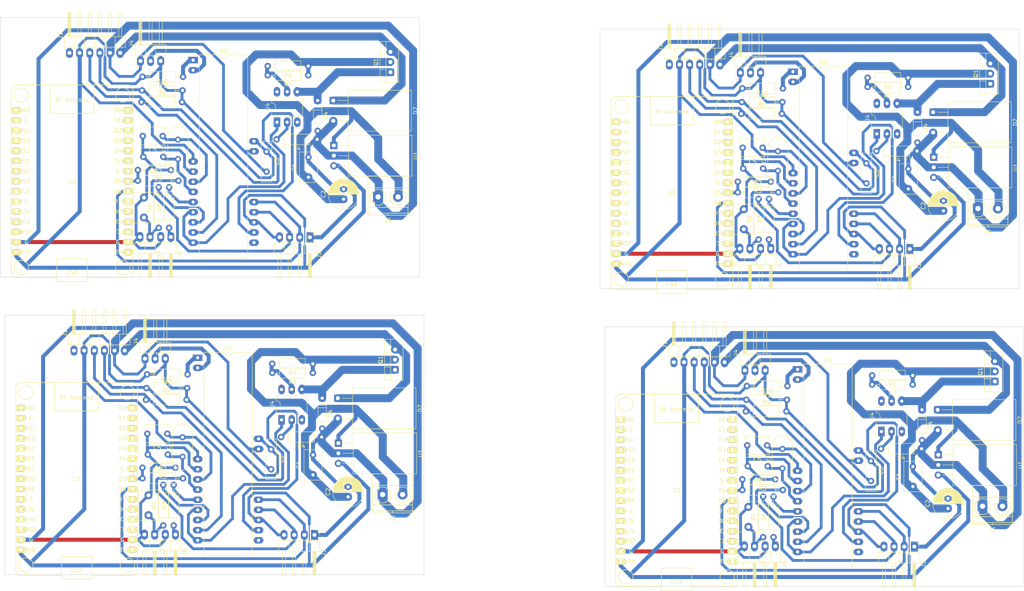
<source format=kicad_pcb>
(kicad_pcb (version 4) (host pcbnew 4.0.7)
  (layers (0 F.Cu signal) (31 B.Cu signal) (34 B.Paste user hide) (35 F.Paste user hide) (36 B.SilkS user hide) (37 F.SilkS user) (38 B.Mask user hide) (39 F.Mask user hide) (44 Edge.Cuts user))
  (net 0 "")
  (net 1 +12V)
  (net 2 GND)
  (net 3 +5V)
  (net 4 VPP)
  (net 5 "Net-(C5-Pad1)")
  (net 6 "Net-(C6-Pad1)")
  (net 7 BUTTON-CON)
  (net 8 MOTOR)
  (net 9 "Net-(D4-Pad1)")
  (net 10 SDA)
  (net 11 SOFT-RX)
  (net 12 AN0)
  (net 13 LED-CON)
  (net 14 SOFT-TX)
  (net 15 "Net-(R4-Pad2)")
  (net 16 "Net-(R5-Pad2)")
  (net 17 BUTTON)
  (net 18 LED)
  (net 19 PWM)
  (net 20 "Net-(U3-Pad1)")
  (net 21 "Net-(U3-Pad2)")
  (net 22 "Net-(U3-Pad3)")
  (net 23 "Net-(U3-Pad4)")
  (net 24 "Net-(U3-Pad5)")
  (net 25 "Net-(U3-Pad6)")
  (net 26 "Net-(U3-Pad7)")
  (net 27 "Net-(U3-Pad8)")
  (net 28 "Net-(U3-Pad9)")
  (net 29 "Net-(U3-Pad10)")
  (net 30 "Net-(U3-Pad11)")
  (net 31 "Net-(U3-Pad12)")
  (net 32 "Net-(U3-Pad13)")
  (net 33 "Net-(U3-Pad18)")
  (net 34 "Net-(U3-Pad19)")
  (net 35 "Net-(U3-Pad20)")
  (net 36 "Net-(U3-Pad21)")
  (net 37 "Net-(U3-Pad24)")
  (net 38 "Net-(U3-Pad25)")
  (net 39 "Net-(U3-Pad26)")
  (net 40 "Net-(U3-Pad27)")
  (net 41 "Net-(U3-Pad28)")
  (net 42 "Net-(U3-Pad29)")
  (net 43 "Net-(U3-Pad30)")
  (net 44 "Net-(U4-Pad3)")
  (net 45 "Net-(U4-Pad6)")
  (net 46 SCK)
  (net 47 PIC-TX/SOFT-RX)
  (net 48 "Net-(U3-Pad16)")
  (net 49 SDO)
  (net 50 "Net-(U2-Pad22)")
  (module Capacitors_THT:CP_Radial_D7.5mm_P2.50mm (layer F.Cu) (at 101.423 134.809 90)
    (fp_text reference C2 (at 1.25 -5.06 90) (layer F.SilkS))
    (fp_text value 10u)
    (pad 1 thru_hole rect (at 0 0 90) (size 1.6 1.6) (drill 0.8) (layers *.Cu *.Mask) (net 1 +12V))
    (pad 2 thru_hole circle (at 2.5 0 90) (size 1.6 1.6) (drill 0.8) (layers *.Cu *.Mask) (net 2 GND))
  )
  (module TO_SOT_Packages_THT:TO-220-3_Horizontal (layer F.Cu) (at 98.9838 121.3612 270)
    (fp_text reference U1 (at 2.54 -20.58 270) (layer F.SilkS))
    (fp_text value L7805)
    (pad 0 np_thru_hole oval (at 2.54 -16.66 270) (size 3.5 3.5) (drill 3.5) (layers *.Cu *.Mask))
    (pad 1 thru_hole rect (at 0 0 270) (size 1.8 1.8) (drill 1) (layers *.Cu *.Mask) (net 1 +12V))
    (pad 2 thru_hole oval (at 2.54 0 270) (size 1.8 1.8) (drill 1) (layers *.Cu *.Mask) (net 2 GND))
    (pad 3 thru_hole oval (at 5.08 0 270) (size 1.8 1.8) (drill 1) (layers *.Cu *.Mask) (net 3 +5V))
  )
  (module Galeguinho:TerminalBlock_Phoenix_MKDS1.5-2pol (layer F.Cu) (at 110.062 134.239)
    (fp_text reference J5 (at 2.5 5.9) (layer F.SilkS))
    (fp_text value Power-12V)
    (pad 1 thru_hole rect (at 0 0) (size 2.5 2.5) (drill 1.3) (layers *.Cu *.Mask) (net 2 GND))
    (pad 2 thru_hole circle (at 5 0) (size 2.5 2.5) (drill 1.3) (layers *.Cu *.Mask) (net 1 +12V))
  )
  (module Diodes_THT:D_DO-35_SOD27_P7.62mm_Horizontal (layer F.Cu) (at 94.923 110.089 270)
    (fp_text reference D4 (at 3.81 -2.06 270) (layer F.SilkS))
    (fp_text value D_Zener_4.7V)
    (pad 1 thru_hole rect (at 0 0 270) (size 1.6 1.6) (drill 0.8) (layers *.Cu *.Mask) (net 9 "Net-(D4-Pad1)"))
    (pad 2 thru_hole oval (at 7.62 0 270) (size 1.6 1.6) (drill 0.8) (layers *.Cu *.Mask) (net 2 GND))
  )
  (module TO_SOT_Packages_THT:TO-220-2_Horizontal (layer F.Cu) (at 98.841 110.097 270)
    (fp_text reference D2 (at 2.54 -20.58 270) (layer F.SilkS))
    (fp_text value D_Schottky)
    (pad 0 np_thru_hole oval (at 2.54 -16.66 270) (size 3.5 3.5) (drill 3.5) (layers *.Cu *.Mask))
    (pad 1 thru_hole rect (at 0 0 270) (size 1.8 1.8) (drill 1) (layers *.Cu *.Mask) (net 8 MOTOR))
    (pad 2 thru_hole oval (at 5.08 0 270) (size 1.8 1.8) (drill 1) (layers *.Cu *.Mask) (net 2 GND))
  )
  (module TO_SOT_Packages_THT:TO-220-3_Vertical (layer F.Cu) (at 113.157 102.997 90)
    (fp_text reference Q1 (at 2.54 -3.62 90) (layer F.SilkS))
    (fp_text value TIP121)
    (pad 1 thru_hole rect (at 0 0 90) (size 1.8 1.8) (drill 1) (layers *.Cu *.Mask) (net 9 "Net-(D4-Pad1)"))
    (pad 2 thru_hole oval (at 2.54 0 90) (size 1.8 1.8) (drill 1) (layers *.Cu *.Mask) (net 1 +12V))
    (pad 3 thru_hole oval (at 5.08 0 90) (size 1.8 1.8) (drill 1) (layers *.Cu *.Mask) (net 8 MOTOR))
  )
  (module "Galeguinho:NodeMCU1.0(12-E)" (layer F.Cu) (at 33.423 130.309)
    (fp_text reference U3 (at 0 0) (layer F.SilkS))
    (fp_text value "NodeMCU1.0(ESP-12E)")
    (fp_text user USB (at 0 22.86) (layer F.SilkS))
    (fp_text user "RF Antenna" (at 0 -20.32) (layer F.SilkS))
    (fp_text user VIN (at -11.43 17.78) (layer F.SilkS))
    (fp_text user G (at -11.43 15.24) (layer F.SilkS))
    (fp_text user RST (at -11.43 12.7) (layer F.SilkS))
    (fp_text user EN (at -11.43 10.16) (layer F.SilkS))
    (fp_text user 3V (at -11.43 7.62) (layer F.SilkS))
    (fp_text user G (at -11.43 5.08) (layer F.SilkS))
    (fp_text user SK (at -11.43 2.54) (layer F.SilkS))
    (fp_text user SO (at -11.43 0) (layer F.SilkS))
    (fp_text user SC (at -11.43 -2.54) (layer F.SilkS))
    (fp_text user S1 (at -11.43 -5.08) (layer F.SilkS))
    (fp_text user S2 (at -11.43 -7.62) (layer F.SilkS))
    (fp_text user S3 (at -11.43 -10.16) (layer F.SilkS))
    (fp_text user VU (at -11.43 -12.7) (layer F.SilkS))
    (fp_text user G (at -11.43 -15.24) (layer F.SilkS))
    (fp_text user A0 (at -11.43 -17.78) (layer F.SilkS))
    (fp_text user 3V (at 11.43 17.78) (layer F.SilkS))
    (fp_text user G (at 11.43 15.24) (layer F.SilkS))
    (fp_text user TX (at 11.43 12.7) (layer F.SilkS))
    (fp_text user RX (at 11.43 10.16) (layer F.SilkS))
    (fp_text user D8 (at 11.43 7.62) (layer F.SilkS))
    (fp_text user D7 (at 11.43 5.08) (layer F.SilkS))
    (fp_text user D6 (at 11.43 2.54) (layer F.SilkS))
    (fp_text user D5 (at 11.43 0) (layer F.SilkS))
    (fp_text user G (at 11.43 -2.54) (layer F.SilkS))
    (fp_text user 3V (at 11.43 -5.08) (layer F.SilkS))
    (fp_text user D4 (at 11.43 -7.62) (layer F.SilkS))
    (fp_text user D3 (at 11.43 -10.16) (layer F.SilkS))
    (fp_text user D2 (at 11.43 -12.7) (layer F.SilkS))
    (fp_text user D1 (at 11.43 -15.24) (layer F.SilkS))
    (fp_text user D0 (at 11.43 -17.78) (layer F.SilkS))
    (pad 30 thru_hole oval (at 13.97 -17.78) (size 2.5 1.524) (drill 0.762) (layers *.Cu *.Mask F.SilkS) (net 43 "Net-(U3-Pad30)"))
    (pad 16 thru_hole oval (at 13.97 17.78 180) (size 2.5 1.524) (drill 0.762) (layers *.Cu *.Mask F.SilkS) (net 48 "Net-(U3-Pad16)"))
    (pad 17 thru_hole oval (at 13.97 15.24 180) (size 2.5 1.524) (drill 0.762) (layers *.Cu *.Mask F.SilkS) (net 2 GND))
    (pad 18 thru_hole oval (at 13.97 12.7 180) (size 2.5 1.524) (drill 0.762) (layers *.Cu *.Mask F.SilkS) (net 33 "Net-(U3-Pad18)"))
    (pad 19 thru_hole oval (at 13.97 10.16 180) (size 2.5 1.524) (drill 0.762) (layers *.Cu *.Mask F.SilkS) (net 34 "Net-(U3-Pad19)"))
    (pad 20 thru_hole oval (at 13.97 7.62 180) (size 2.5 1.524) (drill 0.762) (layers *.Cu *.Mask F.SilkS) (net 35 "Net-(U3-Pad20)"))
    (pad 21 thru_hole oval (at 13.97 5.08 180) (size 2.5 1.524) (drill 0.762) (layers *.Cu *.Mask F.SilkS) (net 36 "Net-(U3-Pad21)"))
    (pad 22 thru_hole oval (at 13.97 2.54 180) (size 2.5 1.524) (drill 0.762) (layers *.Cu *.Mask F.SilkS) (net 14 SOFT-TX))
    (pad 23 thru_hole oval (at 13.97 0 180) (size 2.5 1.524) (drill 0.762) (layers *.Cu *.Mask F.SilkS) (net 11 SOFT-RX))
    (pad 24 thru_hole oval (at 13.97 -2.54 180) (size 2.5 1.524) (drill 0.762) (layers *.Cu *.Mask F.SilkS) (net 37 "Net-(U3-Pad24)"))
    (pad 25 thru_hole oval (at 13.97 -5.08 180) (size 2.5 1.524) (drill 0.762) (layers *.Cu *.Mask F.SilkS) (net 38 "Net-(U3-Pad25)"))
    (pad 26 thru_hole oval (at 13.97 -7.62 180) (size 2.5 1.524) (drill 0.762) (layers *.Cu *.Mask F.SilkS) (net 39 "Net-(U3-Pad26)"))
    (pad 27 thru_hole oval (at 13.97 -10.16 180) (size 2.5 1.524) (drill 0.762) (layers *.Cu *.Mask F.SilkS) (net 40 "Net-(U3-Pad27)"))
    (pad 28 thru_hole oval (at 13.97 -12.7 180) (size 2.5 1.524) (drill 0.762) (layers *.Cu *.Mask F.SilkS) (net 41 "Net-(U3-Pad28)"))
    (pad 29 thru_hole oval (at 13.97 -15.24 180) (size 2.5 1.524) (drill 0.762) (layers *.Cu *.Mask F.SilkS) (net 42 "Net-(U3-Pad29)"))
    (pad 1 thru_hole oval (at -13.97 -17.78 180) (size 2.5 1.524) (drill 0.762) (layers *.Cu *.Mask F.SilkS) (net 20 "Net-(U3-Pad1)"))
    (pad 2 thru_hole oval (at -13.97 -15.24 180) (size 2.5 1.524) (drill 0.762) (layers *.Cu *.Mask F.SilkS) (net 21 "Net-(U3-Pad2)"))
    (pad 3 thru_hole oval (at -13.97 -12.7 180) (size 2.5 1.524) (drill 0.762) (layers *.Cu *.Mask F.SilkS) (net 22 "Net-(U3-Pad3)"))
    (pad 4 thru_hole oval (at -13.97 -10.16 180) (size 2.5 1.524) (drill 0.762) (layers *.Cu *.Mask F.SilkS) (net 23 "Net-(U3-Pad4)"))
    (pad 5 thru_hole oval (at -13.97 -7.62 180) (size 2.5 1.524) (drill 0.762) (layers *.Cu *.Mask F.SilkS) (net 24 "Net-(U3-Pad5)"))
    (pad 6 thru_hole oval (at -13.97 -5.08 180) (size 2.5 1.524) (drill 0.762) (layers *.Cu *.Mask F.SilkS) (net 25 "Net-(U3-Pad6)"))
    (pad 7 thru_hole oval (at -13.97 -2.54 180) (size 2.5 1.524) (drill 0.762) (layers *.Cu *.Mask F.SilkS) (net 26 "Net-(U3-Pad7)"))
    (pad 8 thru_hole oval (at -13.97 0 180) (size 2.5 1.524) (drill 0.762) (layers *.Cu *.Mask F.SilkS) (net 27 "Net-(U3-Pad8)"))
    (pad 9 thru_hole oval (at -13.97 2.54 180) (size 2.5 1.524) (drill 0.762) (layers *.Cu *.Mask F.SilkS) (net 28 "Net-(U3-Pad9)"))
    (pad 10 thru_hole oval (at -13.97 5.08 180) (size 2.5 1.524) (drill 0.762) (layers *.Cu *.Mask F.SilkS) (net 29 "Net-(U3-Pad10)"))
    (pad 11 thru_hole oval (at -13.97 7.62 180) (size 2.5 1.524) (drill 0.762) (layers *.Cu *.Mask F.SilkS) (net 30 "Net-(U3-Pad11)"))
    (pad 12 thru_hole oval (at -13.97 10.16 180) (size 2.5 1.524) (drill 0.762) (layers *.Cu *.Mask F.SilkS) (net 31 "Net-(U3-Pad12)"))
    (pad 13 thru_hole oval (at -13.97 12.7 180) (size 2.5 1.524) (drill 0.762) (layers *.Cu *.Mask F.SilkS) (net 32 "Net-(U3-Pad13)"))
    (pad 14 thru_hole oval (at -13.97 15.24 180) (size 2.5 1.524) (drill 0.762) (layers *.Cu *.Mask F.SilkS) (net 2 GND))
    (pad 15 thru_hole oval (at -13.97 17.78 180) (size 2.5 1.524) (drill 0.762) (layers *.Cu *.Mask F.SilkS) (net 3 +5V))
  )
  (module Resistors_THT:R_Axial_DIN0207_L6.3mm_D2.5mm_P10.16mm_Horizontal (layer F.Cu) (at 57.723 141.986 90)
    (fp_text reference R8 (at 5.08 -2.31 90) (layer F.SilkS))
    (fp_text value 330R)
    (pad 1 thru_hole circle (at 0 0 90) (size 1.6 1.6) (drill 0.8) (layers *.Cu *.Mask) (net 13 LED-CON))
    (pad 2 thru_hole oval (at 10.16 0 90) (size 1.6 1.6) (drill 0.8) (layers *.Cu *.Mask) (net 18 LED))
  )
  (module Resistors_THT:R_Axial_DIN0207_L6.3mm_D2.5mm_P10.16mm_Horizontal (layer F.Cu) (at 55.118 141.986 90)
    (fp_text reference R6 (at 5.08 -2.31 90) (layer F.SilkS))
    (fp_text value 1k)
    (pad 1 thru_hole circle (at 0 0 90) (size 1.6 1.6) (drill 0.8) (layers *.Cu *.Mask) (net 7 BUTTON-CON))
    (pad 2 thru_hole oval (at 10.16 0 90) (size 1.6 1.6) (drill 0.8) (layers *.Cu *.Mask) (net 17 BUTTON))
  )
  (module Pin_Headers:Pin_Header_Angled_1x02_Pitch2.54mm (layer F.Cu) (at 52.959 144.272 270)
    (fp_text reference J7 (at 4.385 -2.27 270) (layer F.SilkS))
    (fp_text value Button)
    (pad 1 thru_hole oval (at 0 0 270) (size 2.5 1.7) (drill 1) (layers *.Cu *.Mask) (net 7 BUTTON-CON))
    (pad 2 thru_hole oval (at 0 2.54 270) (size 2.5 1.7) (drill 1) (layers *.Cu *.Mask) (net 2 GND))
  )
  (module Capacitors_THT:C_Disc_D7.5mm_W5.0mm_P5.00mm (layer F.Cu) (at 51.423 139.409 90)
    (fp_text reference C7 (at 2.5 -3.81 90) (layer F.SilkS))
    (fp_text value 100n)
    (pad 1 thru_hole circle (at 0 0 90) (size 2 2) (drill 1) (layers *.Cu *.Mask) (net 7 BUTTON-CON))
    (pad 2 thru_hole circle (at 5 0 90) (size 2 2) (drill 1) (layers *.Cu *.Mask) (net 2 GND))
  )
  (module Pin_Headers:Pin_Header_Angled_1x02_Pitch2.54mm (layer F.Cu) (at 58.166 144.272 270)
    (fp_text reference J6 (at 4.385 -2.27 270) (layer F.SilkS))
    (fp_text value Led)
    (pad 1 thru_hole oval (at 0 0 270) (size 2.5 1.7) (drill 1) (layers *.Cu *.Mask) (net 13 LED-CON))
    (pad 2 thru_hole oval (at 0 2.54 270) (size 2.5 1.7) (drill 1) (layers *.Cu *.Mask) (net 2 GND))
  )
  (module Capacitors_THT:C_Disc_D6.0mm_W4.4mm_P5.00mm (layer F.Cu) (at 56.134 118.999 180)
    (fp_text reference C5 (at 2.5 -3.51 180) (layer F.SilkS))
    (fp_text value 22p)
    (pad 1 thru_hole circle (at 0 0 180) (size 1.6 1.6) (drill 0.8) (layers *.Cu *.Mask) (net 5 "Net-(C5-Pad1)"))
    (pad 2 thru_hole circle (at 5 0 180) (size 1.6 1.6) (drill 0.8) (layers *.Cu *.Mask) (net 2 GND))
  )
  (module Crystals:Crystal_HC49-4H_Vertical (layer F.Cu) (at 59.944 124.768 90)
    (fp_text reference Y1 (at 2.44 -3.525 90) (layer F.SilkS))
    (fp_text value "Crystal 20MHz")
    (pad 1 thru_hole circle (at 0 0 90) (size 1.5 1.5) (drill 0.8) (layers *.Cu *.Mask) (net 6 "Net-(C6-Pad1)"))
    (pad 2 thru_hole circle (at 4.88 0 90) (size 1.5 1.5) (drill 0.8) (layers *.Cu *.Mask) (net 5 "Net-(C5-Pad1)"))
  )
  (module Resistors_THT:R_Axial_DIN0207_L6.3mm_D2.5mm_P10.16mm_Horizontal (layer F.Cu) (at 60.071 127.508 180)
    (fp_text reference R3 (at 5.08 -2.31 180) (layer F.SilkS))
    (fp_text value 1k5)
    (pad 1 thru_hole circle (at 1.905 0 180) (size 1.6 1.6) (drill 0.8) (layers *.Cu *.Mask) (net 2 GND))
    (pad 2 thru_hole oval (at 10.16 0 180) (size 1.6 1.6) (drill 0.8) (layers *.Cu *.Mask) (net 11 SOFT-RX))
  )
  (module Capacitors_THT:C_Disc_D6.0mm_W4.4mm_P5.00mm (layer F.Cu) (at 56.261 124.206 180)
    (fp_text reference C6 (at 2.5 -3.51 180) (layer F.SilkS))
    (fp_text value 22p)
    (pad 1 thru_hole circle (at 0 0 180) (size 1.6 1.6) (drill 0.8) (layers *.Cu *.Mask) (net 6 "Net-(C6-Pad1)"))
    (pad 2 thru_hole circle (at 5 0 180) (size 1.6 1.6) (drill 0.8) (layers *.Cu *.Mask) (net 2 GND))
  )
  (module Resistors_THT:R_Axial_DIN0207_L6.3mm_D2.5mm_P10.16mm_Horizontal (layer F.Cu) (at 49.911 130.175)
    (fp_text reference R2 (at 5.08 -2.31) (layer F.SilkS))
    (fp_text value 1k)
    (pad 1 thru_hole circle (at 0 0) (size 1.6 1.6) (drill 0.8) (layers *.Cu *.Mask) (net 11 SOFT-RX))
    (pad 2 thru_hole oval (at 10.16 0) (size 1.6 1.6) (drill 0.8) (layers *.Cu *.Mask) (net 47 PIC-TX/SOFT-RX))
  )
  (module Resistors_THT:R_Axial_DIN0207_L6.3mm_D2.5mm_P10.16mm_Horizontal (layer F.Cu) (at 92.583 103.759 180)
    (fp_text reference R7 (at 5.08 -2.31 180) (layer F.SilkS))
    (fp_text value 100R)
    (pad 1 thru_hole circle (at 0 0 180) (size 1.6 1.6) (drill 0.8) (layers *.Cu *.Mask) (net 1 +12V))
    (pad 2 thru_hole oval (at 10.16 0 180) (size 1.6 1.6) (drill 0.8) (layers *.Cu *.Mask) (net 16 "Net-(R5-Pad2)"))
  )
  (module Resistors_THT:R_Axial_DIN0207_L6.3mm_D2.5mm_P10.16mm_Horizontal (layer F.Cu) (at 92.583 101.473 180)
    (fp_text reference R5 (at 5.08 -2.31 180) (layer F.SilkS))
    (fp_text value 100R)
    (pad 1 thru_hole circle (at 0 0 180) (size 1.6 1.6) (drill 0.8) (layers *.Cu *.Mask) (net 1 +12V))
    (pad 2 thru_hole oval (at 10.16 0 180) (size 1.6 1.6) (drill 0.8) (layers *.Cu *.Mask) (net 16 "Net-(R5-Pad2)"))
  )
  (module Resistors_THT:R_Axial_DIN0207_L6.3mm_D2.5mm_P10.16mm_Horizontal (layer F.Cu) (at 94.7928 119.8372 180)
    (fp_text reference R4 (at 5.08 -2.31 180) (layer F.SilkS))
    (fp_text value 330R)
    (pad 1 thru_hole circle (at 0 0 180) (size 1.6 1.6) (drill 0.8) (layers *.Cu *.Mask) (net 2 GND))
    (pad 2 thru_hole oval (at 10.16 0 180) (size 1.6 1.6) (drill 0.8) (layers *.Cu *.Mask) (net 15 "Net-(R4-Pad2)"))
  )
  (module Housings_DIP:DIP-6_W7.62mm_LongPads (layer F.Cu) (at 84.743 115.529 90)
    (fp_text reference U4 (at 3.81 -2.33 90) (layer F.SilkS))
    (fp_text value 4N25)
    (pad 1 thru_hole rect (at 0 0 90) (size 2.4 1.6) (drill 0.8) (layers *.Cu *.Mask) (net 19 PWM))
    (pad 4 thru_hole oval (at 7.62 5.08 90) (size 2.4 1.6) (drill 0.8) (layers *.Cu *.Mask) (net 9 "Net-(D4-Pad1)"))
    (pad 2 thru_hole oval (at 0 2.54 90) (size 2.4 1.6) (drill 0.8) (layers *.Cu *.Mask) (net 15 "Net-(R4-Pad2)"))
    (pad 5 thru_hole oval (at 7.62 2.54 90) (size 2.4 1.6) (drill 0.8) (layers *.Cu *.Mask) (net 16 "Net-(R5-Pad2)"))
    (pad 3 thru_hole oval (at 0 5.08 90) (size 2.4 1.6) (drill 0.8) (layers *.Cu *.Mask) (net 44 "Net-(U4-Pad3)"))
    (pad 6 thru_hole oval (at 7.62 0 90) (size 2.4 1.6) (drill 0.8) (layers *.Cu *.Mask) (net 45 "Net-(U4-Pad6)"))
  )
  (module Pin_Headers:Pin_Header_Angled_1x04_Pitch2.54mm (layer F.Cu) (at 92.9894 144.3482 270)
    (fp_text reference J3 (at 4.385 -2.27 270) (layer F.SilkS))
    (fp_text value R232)
    (pad 1 thru_hole rect (at 0 0 270) (size 2.5 1.7) (drill 1) (layers *.Cu *.Mask) (net 2 GND))
    (pad 2 thru_hole oval (at 0 2.54 270) (size 2.5 1.7) (drill 1) (layers *.Cu *.Mask) (net 14 SOFT-TX))
    (pad 3 thru_hole oval (at 0 5.08 270) (size 2.5 1.7) (drill 1) (layers *.Cu *.Mask) (net 47 PIC-TX/SOFT-RX))
    (pad 4 thru_hole oval (at 0 7.62 270) (size 2.5 1.7) (drill 1) (layers *.Cu *.Mask) (net 3 +5V))
  )
  (module Capacitors_THT:C_Disc_D7.5mm_W4.4mm_P5.00mm (layer F.Cu) (at 92.623 129.309 90)
    (fp_text reference C1 (at 2.5 -3.51 90) (layer F.SilkS))
    (fp_text value 33n)
    (pad 1 thru_hole circle (at 0 0 90) (size 1.6 1.6) (drill 0.8) (layers *.Cu *.Mask) (net 1 +12V))
    (pad 2 thru_hole circle (at 5 0 90) (size 1.6 1.6) (drill 0.8) (layers *.Cu *.Mask) (net 2 GND))
  )
  (module Housings_DIP:DIP-40_W15.24mm_LongPads (layer F.Cu) (at 63.743 99.969)
    (fp_text reference U2 (at 7.62 -2.33) (layer F.SilkS))
    (fp_text value "PIC16(L)F877A-I/P")
    (pad 1 thru_hole rect (at 0 0) (size 2.4 1.6) (drill 0.8) (layers *.Cu *.Mask) (net 4 VPP))
    (pad 22 thru_hole oval (at 15.24 45.72) (size 2.4 1.6) (drill 0.8) (layers *.Cu *.Mask) (net 50 "Net-(U2-Pad22)"))
    (pad 23 thru_hole oval (at 15.24 43.18) (size 2.4 1.6) (drill 0.8) (layers *.Cu *.Mask) (net 10 SDA))
    (pad 24 thru_hole oval (at 15.24 40.64) (size 2.4 1.6) (drill 0.8) (layers *.Cu *.Mask))
    (pad 25 thru_hole oval (at 15.24 38.1) (size 2.4 1.6) (drill 0.8) (layers *.Cu *.Mask) (net 47 PIC-TX/SOFT-RX))
    (pad 26 thru_hole oval (at 15.24 35.56) (size 2.4 1.6) (drill 0.8) (layers *.Cu *.Mask) (net 14 SOFT-TX))
    (pad 11 thru_hole oval (at 0 25.4) (size 2.4 1.6) (drill 0.8) (layers *.Cu *.Mask) (net 3 +5V))
    (pad 31 thru_hole oval (at 15.24 22.86) (size 2.4 1.6) (drill 0.8) (layers *.Cu *.Mask) (net 2 GND))
    (pad 12 thru_hole oval (at 0 27.94) (size 2.4 1.6) (drill 0.8) (layers *.Cu *.Mask) (net 2 GND))
    (pad 32 thru_hole oval (at 15.24 20.32) (size 2.4 1.6) (drill 0.8) (layers *.Cu *.Mask) (net 3 +5V))
    (pad 13 thru_hole oval (at 0 30.48) (size 2.4 1.6) (drill 0.8) (layers *.Cu *.Mask) (net 5 "Net-(C5-Pad1)"))
    (pad 14 thru_hole oval (at 0 33.02) (size 2.4 1.6) (drill 0.8) (layers *.Cu *.Mask) (net 6 "Net-(C6-Pad1)"))
    (pad 15 thru_hole oval (at 0 35.56) (size 2.4 1.6) (drill 0.8) (layers *.Cu *.Mask) (net 18 LED))
    (pad 16 thru_hole oval (at 0 38.1) (size 2.4 1.6) (drill 0.8) (layers *.Cu *.Mask) (net 19 PWM))
    (pad 17 thru_hole oval (at 0 40.64) (size 2.4 1.6) (drill 0.8) (layers *.Cu *.Mask) (net 17 BUTTON))
    (pad 18 thru_hole oval (at 0 43.18) (size 2.4 1.6) (drill 0.8) (layers *.Cu *.Mask) (net 46 SCK))
    (pad 19 thru_hole oval (at 0 45.72) (size 2.4 1.6) (drill 0.8) (layers *.Cu *.Mask))
    (pad 2 thru_hole oval (at 0 2.54) (size 2.4 1.6) (drill 0.8) (layers *.Cu *.Mask))
  )
  (module Capacitors_THT:C_Disc_D10.0mm_W2.5mm_P5.00mm (layer F.Cu) (at 82.123 122.909 270)
    (fp_text reference C3 (at 2.5 -2.56 270) (layer F.SilkS))
    (fp_text value 100n)
    (pad 1 thru_hole circle (at 0 0 270) (size 1.6 1.6) (drill 0.8) (layers *.Cu *.Mask) (net 3 +5V))
    (pad 2 thru_hole circle (at 5 0 270) (size 1.6 1.6) (drill 0.8) (layers *.Cu *.Mask) (net 2 GND))
  )
  (module Resistors_THT:R_Axial_DIN0207_L6.3mm_D2.5mm_P10.16mm_Horizontal (layer F.Cu) (at 50.927 107.569)
    (fp_text reference R10 (at 5.08 -2.31) (layer F.SilkS))
    (fp_text value 10k)
    (pad 1 thru_hole circle (at 0 0) (size 1.6 1.6) (drill 0.8) (layers *.Cu *.Mask) (net 10 SDA))
    (pad 2 thru_hole oval (at 10.16 0) (size 1.6 1.6) (drill 0.8) (layers *.Cu *.Mask) (net 3 +5V))
  )
  (module Resistors_THT:R_Axial_DIN0207_L6.3mm_D2.5mm_P10.16mm_Horizontal (layer F.Cu) (at 61.214 104.14 180)
    (fp_text reference R1 (at 5.08 -2.31 180) (layer F.SilkS))
    (fp_text value 10k)
    (pad 1 thru_hole circle (at 0 0 180) (size 1.6 1.6) (drill 0.8) (layers *.Cu *.Mask) (net 4 VPP))
    (pad 2 thru_hole oval (at 10.16 0 180) (size 1.6 1.6) (drill 0.8) (layers *.Cu *.Mask) (net 3 +5V))
  )
  (module Pin_Headers:Pin_Header_Angled_1x06_Pitch2.54mm (layer F.Cu) (at 32.766 98.171 90)
    (fp_text reference J1 (at 4.385 -2.27 90) (layer F.SilkS))
    (fp_text value "Motor + Accelerometer")
    (pad 1 thru_hole oval (at 0 0 90) (size 2.5 1.7) (drill 1) (layers *.Cu *.Mask) (net 49 SDO))
    (pad 2 thru_hole oval (at 0 2.54 90) (size 2.5 1.7) (drill 1) (layers *.Cu *.Mask) (net 3 +5V))
    (pad 3 thru_hole oval (at 0 5.08 90) (size 2.5 1.7) (drill 1) (layers *.Cu *.Mask) (net 46 SCK))
    (pad 4 thru_hole oval (at 0 7.62 90) (size 2.5 1.7) (drill 1) (layers *.Cu *.Mask) (net 10 SDA))
    (pad 5 thru_hole oval (at 0 10.16 90) (size 2.5 1.7) (drill 1) (layers *.Cu *.Mask) (net 2 GND))
    (pad 6 thru_hole oval (at 0 12.7 90) (size 2.5 1.7) (drill 1) (layers *.Cu *.Mask) (net 8 MOTOR))
  )
  (module Resistors_THT:R_Axial_DIN0207_L6.3mm_D2.5mm_P10.16mm_Horizontal (layer F.Cu) (at 50.8 110.49)
    (fp_text reference R9 (at 5.08 -2.31) (layer F.SilkS))
    (fp_text value 10k)
    (pad 1 thru_hole circle (at 0 0) (size 1.6 1.6) (drill 0.8) (layers *.Cu *.Mask) (net 46 SCK))
    (pad 2 thru_hole oval (at 10.16 0) (size 1.6 1.6) (drill 0.8) (layers *.Cu *.Mask) (net 3 +5V))
  )
  (module Pin_Headers:Pin_Header_Angled_1x03_Pitch2.54mm (layer F.Cu) (at 50.546 100.203 90)
    (fp_text reference J4 (at 4.385 -2.27 90) (layer F.SilkS))
    (fp_text value Potenciometer)
    (pad 1 thru_hole oval (at 0 0 90) (size 2.5 1.7) (drill 1) (layers *.Cu *.Mask) (net 2 GND))
    (pad 2 thru_hole oval (at 0 2.54 90) (size 2.5 1.7) (drill 1) (layers *.Cu *.Mask) (net 12 AN0))
    (pad 3 thru_hole oval (at 0 5.08 90) (size 2.5 1.7) (drill 1) (layers *.Cu *.Mask) (net 3 +5V))
  )
  (module Resistors_THT:R_Axial_DIN0207_L6.3mm_D2.5mm_P10.16mm_Horizontal (layer F.Cu) (at 201.168 110.49)
    (fp_text reference R10 (at 5.08 -2.31) (layer F.SilkS))
    (fp_text value 10k)
    (pad 1 thru_hole circle (at 0 0) (size 1.6 1.6) (drill 0.8) (layers *.Cu *.Mask) (net 10 SDA))
    (pad 2 thru_hole oval (at 10.16 0) (size 1.6 1.6) (drill 0.8) (layers *.Cu *.Mask) (net 3 +5V))
  )
  (module Capacitors_THT:C_Disc_D6.0mm_W4.4mm_P5.00mm (layer F.Cu) (at 206.375 121.92 180)
    (fp_text reference C5 (at 2.5 -3.51 180) (layer F.SilkS))
    (fp_text value 22p)
    (pad 1 thru_hole circle (at 0 0 180) (size 1.6 1.6) (drill 0.8) (layers *.Cu *.Mask) (net 5 "Net-(C5-Pad1)"))
    (pad 2 thru_hole circle (at 5 0 180) (size 1.6 1.6) (drill 0.8) (layers *.Cu *.Mask) (net 2 GND))
  )
  (module Resistors_THT:R_Axial_DIN0207_L6.3mm_D2.5mm_P10.16mm_Horizontal (layer F.Cu) (at 211.455 107.061 180)
    (fp_text reference R1 (at 5.08 -2.31 180) (layer F.SilkS))
    (fp_text value 10k)
    (pad 1 thru_hole circle (at 0 0 180) (size 1.6 1.6) (drill 0.8) (layers *.Cu *.Mask) (net 4 VPP))
    (pad 2 thru_hole oval (at 10.16 0 180) (size 1.6 1.6) (drill 0.8) (layers *.Cu *.Mask) (net 3 +5V))
  )
  (module Crystals:Crystal_HC49-4H_Vertical (layer F.Cu) (at 210.185 127.689 90)
    (fp_text reference Y1 (at 2.44 -3.525 90) (layer F.SilkS))
    (fp_text value "Crystal 20MHz")
    (pad 1 thru_hole circle (at 0 0 90) (size 1.5 1.5) (drill 0.8) (layers *.Cu *.Mask) (net 6 "Net-(C6-Pad1)"))
    (pad 2 thru_hole circle (at 4.88 0 90) (size 1.5 1.5) (drill 0.8) (layers *.Cu *.Mask) (net 5 "Net-(C5-Pad1)"))
  )
  (module Resistors_THT:R_Axial_DIN0207_L6.3mm_D2.5mm_P10.16mm_Horizontal (layer F.Cu) (at 201.041 113.411)
    (fp_text reference R9 (at 5.08 -2.31) (layer F.SilkS))
    (fp_text value 10k)
    (pad 1 thru_hole circle (at 0 0) (size 1.6 1.6) (drill 0.8) (layers *.Cu *.Mask) (net 46 SCK))
    (pad 2 thru_hole oval (at 10.16 0) (size 1.6 1.6) (drill 0.8) (layers *.Cu *.Mask) (net 3 +5V))
  )
  (module Resistors_THT:R_Axial_DIN0207_L6.3mm_D2.5mm_P10.16mm_Horizontal (layer F.Cu) (at 242.824 104.394 180)
    (fp_text reference R5 (at 5.08 -2.31 180) (layer F.SilkS))
    (fp_text value 100R)
    (pad 1 thru_hole circle (at 0 0 180) (size 1.6 1.6) (drill 0.8) (layers *.Cu *.Mask) (net 1 +12V))
    (pad 2 thru_hole oval (at 10.16 0 180) (size 1.6 1.6) (drill 0.8) (layers *.Cu *.Mask) (net 16 "Net-(R5-Pad2)"))
  )
  (module Capacitors_THT:C_Disc_D7.5mm_W4.4mm_P5.00mm (layer F.Cu) (at 242.864 132.23 90)
    (fp_text reference C1 (at 2.5 -3.51 90) (layer F.SilkS))
    (fp_text value 33n)
    (pad 1 thru_hole circle (at 0 0 90) (size 1.6 1.6) (drill 0.8) (layers *.Cu *.Mask) (net 1 +12V))
    (pad 2 thru_hole circle (at 5 0 90) (size 1.6 1.6) (drill 0.8) (layers *.Cu *.Mask) (net 2 GND))
  )
  (module Capacitors_THT:C_Disc_D10.0mm_W2.5mm_P5.00mm (layer F.Cu) (at 232.364 125.83 270)
    (fp_text reference C3 (at 2.5 -2.56 270) (layer F.SilkS))
    (fp_text value 100n)
    (pad 1 thru_hole circle (at 0 0 270) (size 1.6 1.6) (drill 0.8) (layers *.Cu *.Mask) (net 3 +5V))
    (pad 2 thru_hole circle (at 5 0 270) (size 1.6 1.6) (drill 0.8) (layers *.Cu *.Mask) (net 2 GND))
  )
  (module Housings_DIP:DIP-6_W7.62mm_LongPads (layer F.Cu) (at 234.984 118.45 90)
    (fp_text reference U4 (at 3.81 -2.33 90) (layer F.SilkS))
    (fp_text value 4N25)
    (pad 1 thru_hole rect (at 0 0 90) (size 2.4 1.6) (drill 0.8) (layers *.Cu *.Mask) (net 19 PWM))
    (pad 4 thru_hole oval (at 7.62 5.08 90) (size 2.4 1.6) (drill 0.8) (layers *.Cu *.Mask) (net 9 "Net-(D4-Pad1)"))
    (pad 2 thru_hole oval (at 0 2.54 90) (size 2.4 1.6) (drill 0.8) (layers *.Cu *.Mask) (net 15 "Net-(R4-Pad2)"))
    (pad 5 thru_hole oval (at 7.62 2.54 90) (size 2.4 1.6) (drill 0.8) (layers *.Cu *.Mask) (net 16 "Net-(R5-Pad2)"))
    (pad 3 thru_hole oval (at 0 5.08 90) (size 2.4 1.6) (drill 0.8) (layers *.Cu *.Mask) (net 44 "Net-(U4-Pad3)"))
    (pad 6 thru_hole oval (at 7.62 0 90) (size 2.4 1.6) (drill 0.8) (layers *.Cu *.Mask) (net 45 "Net-(U4-Pad6)"))
  )
  (module Resistors_THT:R_Axial_DIN0207_L6.3mm_D2.5mm_P10.16mm_Horizontal (layer F.Cu) (at 245.0338 122.7582 180)
    (fp_text reference R4 (at 5.08 -2.31 180) (layer F.SilkS))
    (fp_text value 330R)
    (pad 1 thru_hole circle (at 0 0 180) (size 1.6 1.6) (drill 0.8) (layers *.Cu *.Mask) (net 2 GND))
    (pad 2 thru_hole oval (at 10.16 0 180) (size 1.6 1.6) (drill 0.8) (layers *.Cu *.Mask) (net 15 "Net-(R4-Pad2)"))
  )
  (module Diodes_THT:D_DO-35_SOD27_P7.62mm_Horizontal (layer F.Cu) (at 245.164 113.01 270)
    (fp_text reference D4 (at 3.81 -2.06 270) (layer F.SilkS))
    (fp_text value D_Zener_4.7V)
    (pad 1 thru_hole rect (at 0 0 270) (size 1.6 1.6) (drill 0.8) (layers *.Cu *.Mask) (net 9 "Net-(D4-Pad1)"))
    (pad 2 thru_hole oval (at 7.62 0 270) (size 1.6 1.6) (drill 0.8) (layers *.Cu *.Mask) (net 2 GND))
  )
  (module Resistors_THT:R_Axial_DIN0207_L6.3mm_D2.5mm_P10.16mm_Horizontal (layer F.Cu) (at 242.824 106.68 180)
    (fp_text reference R7 (at 5.08 -2.31 180) (layer F.SilkS))
    (fp_text value 100R)
    (pad 1 thru_hole circle (at 0 0 180) (size 1.6 1.6) (drill 0.8) (layers *.Cu *.Mask) (net 1 +12V))
    (pad 2 thru_hole oval (at 10.16 0 180) (size 1.6 1.6) (drill 0.8) (layers *.Cu *.Mask) (net 16 "Net-(R5-Pad2)"))
  )
  (module Pin_Headers:Pin_Header_Angled_1x02_Pitch2.54mm (layer F.Cu) (at 208.407 147.193 270)
    (fp_text reference J6 (at 4.385 -2.27 270) (layer F.SilkS))
    (fp_text value Led)
    (pad 1 thru_hole oval (at 0 0 270) (size 2.5 1.7) (drill 1) (layers *.Cu *.Mask) (net 13 LED-CON))
    (pad 2 thru_hole oval (at 0 2.54 270) (size 2.5 1.7) (drill 1) (layers *.Cu *.Mask) (net 2 GND))
  )
  (module Resistors_THT:R_Axial_DIN0207_L6.3mm_D2.5mm_P10.16mm_Horizontal (layer F.Cu) (at 205.359 144.907 90)
    (fp_text reference R6 (at 5.08 -2.31 90) (layer F.SilkS))
    (fp_text value 1k)
    (pad 1 thru_hole circle (at 0 0 90) (size 1.6 1.6) (drill 0.8) (layers *.Cu *.Mask) (net 7 BUTTON-CON))
    (pad 2 thru_hole oval (at 10.16 0 90) (size 1.6 1.6) (drill 0.8) (layers *.Cu *.Mask) (net 17 BUTTON))
  )
  (module Capacitors_THT:C_Disc_D7.5mm_W5.0mm_P5.00mm (layer F.Cu) (at 201.664 142.33 90)
    (fp_text reference C7 (at 2.5 -3.81 90) (layer F.SilkS))
    (fp_text value 100n)
    (pad 1 thru_hole circle (at 0 0 90) (size 2 2) (drill 1) (layers *.Cu *.Mask) (net 7 BUTTON-CON))
    (pad 2 thru_hole circle (at 5 0 90) (size 2 2) (drill 1) (layers *.Cu *.Mask) (net 2 GND))
  )
  (module Pin_Headers:Pin_Header_Angled_1x02_Pitch2.54mm (layer F.Cu) (at 203.2 147.193 270)
    (fp_text reference J7 (at 4.385 -2.27 270) (layer F.SilkS))
    (fp_text value Button)
    (pad 1 thru_hole oval (at 0 0 270) (size 2.5 1.7) (drill 1) (layers *.Cu *.Mask) (net 7 BUTTON-CON))
    (pad 2 thru_hole oval (at 0 2.54 270) (size 2.5 1.7) (drill 1) (layers *.Cu *.Mask) (net 2 GND))
  )
  (module Pin_Headers:Pin_Header_Angled_1x04_Pitch2.54mm (layer F.Cu) (at 243.2304 147.2692 270)
    (fp_text reference J3 (at 4.385 -2.27 270) (layer F.SilkS))
    (fp_text value R232)
    (pad 1 thru_hole rect (at 0 0 270) (size 2.5 1.7) (drill 1) (layers *.Cu *.Mask) (net 2 GND))
    (pad 2 thru_hole oval (at 0 2.54 270) (size 2.5 1.7) (drill 1) (layers *.Cu *.Mask) (net 14 SOFT-TX))
    (pad 3 thru_hole oval (at 0 5.08 270) (size 2.5 1.7) (drill 1) (layers *.Cu *.Mask) (net 47 PIC-TX/SOFT-RX))
    (pad 4 thru_hole oval (at 0 7.62 270) (size 2.5 1.7) (drill 1) (layers *.Cu *.Mask) (net 3 +5V))
  )
  (module Resistors_THT:R_Axial_DIN0207_L6.3mm_D2.5mm_P10.16mm_Horizontal (layer F.Cu) (at 200.152 133.096)
    (fp_text reference R2 (at 5.08 -2.31) (layer F.SilkS))
    (fp_text value 1k)
    (pad 1 thru_hole circle (at 0 0) (size 1.6 1.6) (drill 0.8) (layers *.Cu *.Mask) (net 11 SOFT-RX))
    (pad 2 thru_hole oval (at 10.16 0) (size 1.6 1.6) (drill 0.8) (layers *.Cu *.Mask) (net 47 PIC-TX/SOFT-RX))
  )
  (module Pin_Headers:Pin_Header_Angled_1x03_Pitch2.54mm (layer F.Cu) (at 200.787 103.124 90)
    (fp_text reference J4 (at 4.385 -2.27 90) (layer F.SilkS))
    (fp_text value Potenciometer)
    (pad 1 thru_hole oval (at 0 0 90) (size 2.5 1.7) (drill 1) (layers *.Cu *.Mask) (net 2 GND))
    (pad 2 thru_hole oval (at 0 2.54 90) (size 2.5 1.7) (drill 1) (layers *.Cu *.Mask) (net 12 AN0))
    (pad 3 thru_hole oval (at 0 5.08 90) (size 2.5 1.7) (drill 1) (layers *.Cu *.Mask) (net 3 +5V))
  )
  (module Resistors_THT:R_Axial_DIN0207_L6.3mm_D2.5mm_P10.16mm_Horizontal (layer F.Cu) (at 207.964 144.907 90)
    (fp_text reference R8 (at 5.08 -2.31 90) (layer F.SilkS))
    (fp_text value 330R)
    (pad 1 thru_hole circle (at 0 0 90) (size 1.6 1.6) (drill 0.8) (layers *.Cu *.Mask) (net 13 LED-CON))
    (pad 2 thru_hole oval (at 10.16 0 90) (size 1.6 1.6) (drill 0.8) (layers *.Cu *.Mask) (net 18 LED))
  )
  (module Pin_Headers:Pin_Header_Angled_1x06_Pitch2.54mm (layer F.Cu) (at 183.007 101.092 90)
    (fp_text reference J1 (at 4.385 -2.27 90) (layer F.SilkS))
    (fp_text value "Motor + Accelerometer")
    (pad 1 thru_hole oval (at 0 0 90) (size 2.5 1.7) (drill 1) (layers *.Cu *.Mask) (net 49 SDO))
    (pad 2 thru_hole oval (at 0 2.54 90) (size 2.5 1.7) (drill 1) (layers *.Cu *.Mask) (net 3 +5V))
    (pad 3 thru_hole oval (at 0 5.08 90) (size 2.5 1.7) (drill 1) (layers *.Cu *.Mask) (net 46 SCK))
    (pad 4 thru_hole oval (at 0 7.62 90) (size 2.5 1.7) (drill 1) (layers *.Cu *.Mask) (net 10 SDA))
    (pad 5 thru_hole oval (at 0 10.16 90) (size 2.5 1.7) (drill 1) (layers *.Cu *.Mask) (net 2 GND))
    (pad 6 thru_hole oval (at 0 12.7 90) (size 2.5 1.7) (drill 1) (layers *.Cu *.Mask) (net 8 MOTOR))
  )
  (module Capacitors_THT:C_Disc_D6.0mm_W4.4mm_P5.00mm (layer F.Cu) (at 206.502 127.127 180)
    (fp_text reference C6 (at 2.5 -3.51 180) (layer F.SilkS))
    (fp_text value 22p)
    (pad 1 thru_hole circle (at 0 0 180) (size 1.6 1.6) (drill 0.8) (layers *.Cu *.Mask) (net 6 "Net-(C6-Pad1)"))
    (pad 2 thru_hole circle (at 5 0 180) (size 1.6 1.6) (drill 0.8) (layers *.Cu *.Mask) (net 2 GND))
  )
  (module Housings_DIP:DIP-40_W15.24mm_LongPads (layer F.Cu) (at 213.984 102.89)
    (fp_text reference U2 (at 7.62 -2.33) (layer F.SilkS))
    (fp_text value "PIC16(L)F877A-I/P")
    (pad 1 thru_hole rect (at 0 0) (size 2.4 1.6) (drill 0.8) (layers *.Cu *.Mask) (net 4 VPP))
    (pad 22 thru_hole oval (at 15.24 45.72) (size 2.4 1.6) (drill 0.8) (layers *.Cu *.Mask) (net 50 "Net-(U2-Pad22)"))
    (pad 23 thru_hole oval (at 15.24 43.18) (size 2.4 1.6) (drill 0.8) (layers *.Cu *.Mask) (net 10 SDA))
    (pad 24 thru_hole oval (at 15.24 40.64) (size 2.4 1.6) (drill 0.8) (layers *.Cu *.Mask))
    (pad 25 thru_hole oval (at 15.24 38.1) (size 2.4 1.6) (drill 0.8) (layers *.Cu *.Mask) (net 47 PIC-TX/SOFT-RX))
    (pad 26 thru_hole oval (at 15.24 35.56) (size 2.4 1.6) (drill 0.8) (layers *.Cu *.Mask) (net 14 SOFT-TX))
    (pad 11 thru_hole oval (at 0 25.4) (size 2.4 1.6) (drill 0.8) (layers *.Cu *.Mask) (net 3 +5V))
    (pad 31 thru_hole oval (at 15.24 22.86) (size 2.4 1.6) (drill 0.8) (layers *.Cu *.Mask) (net 2 GND))
    (pad 12 thru_hole oval (at 0 27.94) (size 2.4 1.6) (drill 0.8) (layers *.Cu *.Mask) (net 2 GND))
    (pad 32 thru_hole oval (at 15.24 20.32) (size 2.4 1.6) (drill 0.8) (layers *.Cu *.Mask) (net 3 +5V))
    (pad 13 thru_hole oval (at 0 30.48) (size 2.4 1.6) (drill 0.8) (layers *.Cu *.Mask) (net 5 "Net-(C5-Pad1)"))
    (pad 14 thru_hole oval (at 0 33.02) (size 2.4 1.6) (drill 0.8) (layers *.Cu *.Mask) (net 6 "Net-(C6-Pad1)"))
    (pad 15 thru_hole oval (at 0 35.56) (size 2.4 1.6) (drill 0.8) (layers *.Cu *.Mask) (net 18 LED))
    (pad 16 thru_hole oval (at 0 38.1) (size 2.4 1.6) (drill 0.8) (layers *.Cu *.Mask) (net 19 PWM))
    (pad 17 thru_hole oval (at 0 40.64) (size 2.4 1.6) (drill 0.8) (layers *.Cu *.Mask) (net 17 BUTTON))
    (pad 18 thru_hole oval (at 0 43.18) (size 2.4 1.6) (drill 0.8) (layers *.Cu *.Mask) (net 46 SCK))
    (pad 19 thru_hole oval (at 0 45.72) (size 2.4 1.6) (drill 0.8) (layers *.Cu *.Mask))
    (pad 2 thru_hole oval (at 0 2.54) (size 2.4 1.6) (drill 0.8) (layers *.Cu *.Mask))
  )
  (module Resistors_THT:R_Axial_DIN0207_L6.3mm_D2.5mm_P10.16mm_Horizontal (layer F.Cu) (at 210.312 130.429 180)
    (fp_text reference R3 (at 5.08 -2.31 180) (layer F.SilkS))
    (fp_text value 1k5)
    (pad 1 thru_hole circle (at 1.905 0 180) (size 1.6 1.6) (drill 0.8) (layers *.Cu *.Mask) (net 2 GND))
    (pad 2 thru_hole oval (at 10.16 0 180) (size 1.6 1.6) (drill 0.8) (layers *.Cu *.Mask) (net 11 SOFT-RX))
  )
  (module "Galeguinho:NodeMCU1.0(12-E)" (layer F.Cu) (at 183.664 133.23)
    (fp_text reference U3 (at 0 0) (layer F.SilkS))
    (fp_text value "NodeMCU1.0(ESP-12E)")
    (fp_text user USB (at 0 22.86) (layer F.SilkS))
    (fp_text user "RF Antenna" (at 0 -20.32) (layer F.SilkS))
    (fp_text user VIN (at -11.43 17.78) (layer F.SilkS))
    (fp_text user G (at -11.43 15.24) (layer F.SilkS))
    (fp_text user RST (at -11.43 12.7) (layer F.SilkS))
    (fp_text user EN (at -11.43 10.16) (layer F.SilkS))
    (fp_text user 3V (at -11.43 7.62) (layer F.SilkS))
    (fp_text user G (at -11.43 5.08) (layer F.SilkS))
    (fp_text user SK (at -11.43 2.54) (layer F.SilkS))
    (fp_text user SO (at -11.43 0) (layer F.SilkS))
    (fp_text user SC (at -11.43 -2.54) (layer F.SilkS))
    (fp_text user S1 (at -11.43 -5.08) (layer F.SilkS))
    (fp_text user S2 (at -11.43 -7.62) (layer F.SilkS))
    (fp_text user S3 (at -11.43 -10.16) (layer F.SilkS))
    (fp_text user VU (at -11.43 -12.7) (layer F.SilkS))
    (fp_text user G (at -11.43 -15.24) (layer F.SilkS))
    (fp_text user A0 (at -11.43 -17.78) (layer F.SilkS))
    (fp_text user 3V (at 11.43 17.78) (layer F.SilkS))
    (fp_text user G (at 11.43 15.24) (layer F.SilkS))
    (fp_text user TX (at 11.43 12.7) (layer F.SilkS))
    (fp_text user RX (at 11.43 10.16) (layer F.SilkS))
    (fp_text user D8 (at 11.43 7.62) (layer F.SilkS))
    (fp_text user D7 (at 11.43 5.08) (layer F.SilkS))
    (fp_text user D6 (at 11.43 2.54) (layer F.SilkS))
    (fp_text user D5 (at 11.43 0) (layer F.SilkS))
    (fp_text user G (at 11.43 -2.54) (layer F.SilkS))
    (fp_text user 3V (at 11.43 -5.08) (layer F.SilkS))
    (fp_text user D4 (at 11.43 -7.62) (layer F.SilkS))
    (fp_text user D3 (at 11.43 -10.16) (layer F.SilkS))
    (fp_text user D2 (at 11.43 -12.7) (layer F.SilkS))
    (fp_text user D1 (at 11.43 -15.24) (layer F.SilkS))
    (fp_text user D0 (at 11.43 -17.78) (layer F.SilkS))
    (pad 30 thru_hole oval (at 13.97 -17.78) (size 2.5 1.524) (drill 0.762) (layers *.Cu *.Mask F.SilkS) (net 43 "Net-(U3-Pad30)"))
    (pad 16 thru_hole oval (at 13.97 17.78 180) (size 2.5 1.524) (drill 0.762) (layers *.Cu *.Mask F.SilkS) (net 48 "Net-(U3-Pad16)"))
    (pad 17 thru_hole oval (at 13.97 15.24 180) (size 2.5 1.524) (drill 0.762) (layers *.Cu *.Mask F.SilkS) (net 2 GND))
    (pad 18 thru_hole oval (at 13.97 12.7 180) (size 2.5 1.524) (drill 0.762) (layers *.Cu *.Mask F.SilkS) (net 33 "Net-(U3-Pad18)"))
    (pad 19 thru_hole oval (at 13.97 10.16 180) (size 2.5 1.524) (drill 0.762) (layers *.Cu *.Mask F.SilkS) (net 34 "Net-(U3-Pad19)"))
    (pad 20 thru_hole oval (at 13.97 7.62 180) (size 2.5 1.524) (drill 0.762) (layers *.Cu *.Mask F.SilkS) (net 35 "Net-(U3-Pad20)"))
    (pad 21 thru_hole oval (at 13.97 5.08 180) (size 2.5 1.524) (drill 0.762) (layers *.Cu *.Mask F.SilkS) (net 36 "Net-(U3-Pad21)"))
    (pad 22 thru_hole oval (at 13.97 2.54 180) (size 2.5 1.524) (drill 0.762) (layers *.Cu *.Mask F.SilkS) (net 14 SOFT-TX))
    (pad 23 thru_hole oval (at 13.97 0 180) (size 2.5 1.524) (drill 0.762) (layers *.Cu *.Mask F.SilkS) (net 11 SOFT-RX))
    (pad 24 thru_hole oval (at 13.97 -2.54 180) (size 2.5 1.524) (drill 0.762) (layers *.Cu *.Mask F.SilkS) (net 37 "Net-(U3-Pad24)"))
    (pad 25 thru_hole oval (at 13.97 -5.08 180) (size 2.5 1.524) (drill 0.762) (layers *.Cu *.Mask F.SilkS) (net 38 "Net-(U3-Pad25)"))
    (pad 26 thru_hole oval (at 13.97 -7.62 180) (size 2.5 1.524) (drill 0.762) (layers *.Cu *.Mask F.SilkS) (net 39 "Net-(U3-Pad26)"))
    (pad 27 thru_hole oval (at 13.97 -10.16 180) (size 2.5 1.524) (drill 0.762) (layers *.Cu *.Mask F.SilkS) (net 40 "Net-(U3-Pad27)"))
    (pad 28 thru_hole oval (at 13.97 -12.7 180) (size 2.5 1.524) (drill 0.762) (layers *.Cu *.Mask F.SilkS) (net 41 "Net-(U3-Pad28)"))
    (pad 29 thru_hole oval (at 13.97 -15.24 180) (size 2.5 1.524) (drill 0.762) (layers *.Cu *.Mask F.SilkS) (net 42 "Net-(U3-Pad29)"))
    (pad 1 thru_hole oval (at -13.97 -17.78 180) (size 2.5 1.524) (drill 0.762) (layers *.Cu *.Mask F.SilkS) (net 20 "Net-(U3-Pad1)"))
    (pad 2 thru_hole oval (at -13.97 -15.24 180) (size 2.5 1.524) (drill 0.762) (layers *.Cu *.Mask F.SilkS) (net 21 "Net-(U3-Pad2)"))
    (pad 3 thru_hole oval (at -13.97 -12.7 180) (size 2.5 1.524) (drill 0.762) (layers *.Cu *.Mask F.SilkS) (net 22 "Net-(U3-Pad3)"))
    (pad 4 thru_hole oval (at -13.97 -10.16 180) (size 2.5 1.524) (drill 0.762) (layers *.Cu *.Mask F.SilkS) (net 23 "Net-(U3-Pad4)"))
    (pad 5 thru_hole oval (at -13.97 -7.62 180) (size 2.5 1.524) (drill 0.762) (layers *.Cu *.Mask F.SilkS) (net 24 "Net-(U3-Pad5)"))
    (pad 6 thru_hole oval (at -13.97 -5.08 180) (size 2.5 1.524) (drill 0.762) (layers *.Cu *.Mask F.SilkS) (net 25 "Net-(U3-Pad6)"))
    (pad 7 thru_hole oval (at -13.97 -2.54 180) (size 2.5 1.524) (drill 0.762) (layers *.Cu *.Mask F.SilkS) (net 26 "Net-(U3-Pad7)"))
    (pad 8 thru_hole oval (at -13.97 0 180) (size 2.5 1.524) (drill 0.762) (layers *.Cu *.Mask F.SilkS) (net 27 "Net-(U3-Pad8)"))
    (pad 9 thru_hole oval (at -13.97 2.54 180) (size 2.5 1.524) (drill 0.762) (layers *.Cu *.Mask F.SilkS) (net 28 "Net-(U3-Pad9)"))
    (pad 10 thru_hole oval (at -13.97 5.08 180) (size 2.5 1.524) (drill 0.762) (layers *.Cu *.Mask F.SilkS) (net 29 "Net-(U3-Pad10)"))
    (pad 11 thru_hole oval (at -13.97 7.62 180) (size 2.5 1.524) (drill 0.762) (layers *.Cu *.Mask F.SilkS) (net 30 "Net-(U3-Pad11)"))
    (pad 12 thru_hole oval (at -13.97 10.16 180) (size 2.5 1.524) (drill 0.762) (layers *.Cu *.Mask F.SilkS) (net 31 "Net-(U3-Pad12)"))
    (pad 13 thru_hole oval (at -13.97 12.7 180) (size 2.5 1.524) (drill 0.762) (layers *.Cu *.Mask F.SilkS) (net 32 "Net-(U3-Pad13)"))
    (pad 14 thru_hole oval (at -13.97 15.24 180) (size 2.5 1.524) (drill 0.762) (layers *.Cu *.Mask F.SilkS) (net 2 GND))
    (pad 15 thru_hole oval (at -13.97 17.78 180) (size 2.5 1.524) (drill 0.762) (layers *.Cu *.Mask F.SilkS) (net 3 +5V))
  )
  (module Capacitors_THT:CP_Radial_D7.5mm_P2.50mm (layer F.Cu) (at 251.664 137.73 90)
    (fp_text reference C2 (at 1.25 -5.06 90) (layer F.SilkS))
    (fp_text value 10u)
    (pad 1 thru_hole rect (at 0 0 90) (size 1.6 1.6) (drill 0.8) (layers *.Cu *.Mask) (net 1 +12V))
    (pad 2 thru_hole circle (at 2.5 0 90) (size 1.6 1.6) (drill 0.8) (layers *.Cu *.Mask) (net 2 GND))
  )
  (module TO_SOT_Packages_THT:TO-220-3_Vertical (layer F.Cu) (at 263.398 105.918 90)
    (fp_text reference Q1 (at 2.54 -3.62 90) (layer F.SilkS))
    (fp_text value TIP121)
    (pad 1 thru_hole rect (at 0 0 90) (size 1.8 1.8) (drill 1) (layers *.Cu *.Mask) (net 9 "Net-(D4-Pad1)"))
    (pad 2 thru_hole oval (at 2.54 0 90) (size 1.8 1.8) (drill 1) (layers *.Cu *.Mask) (net 1 +12V))
    (pad 3 thru_hole oval (at 5.08 0 90) (size 1.8 1.8) (drill 1) (layers *.Cu *.Mask) (net 8 MOTOR))
  )
  (module TO_SOT_Packages_THT:TO-220-3_Horizontal (layer F.Cu) (at 249.2248 124.2822 270)
    (fp_text reference U1 (at 2.54 -20.58 270) (layer F.SilkS))
    (fp_text value L7805)
    (pad 0 np_thru_hole oval (at 2.54 -16.66 270) (size 3.5 3.5) (drill 3.5) (layers *.Cu *.Mask))
    (pad 1 thru_hole rect (at 0 0 270) (size 1.8 1.8) (drill 1) (layers *.Cu *.Mask) (net 1 +12V))
    (pad 2 thru_hole oval (at 2.54 0 270) (size 1.8 1.8) (drill 1) (layers *.Cu *.Mask) (net 2 GND))
    (pad 3 thru_hole oval (at 5.08 0 270) (size 1.8 1.8) (drill 1) (layers *.Cu *.Mask) (net 3 +5V))
  )
  (module Galeguinho:TerminalBlock_Phoenix_MKDS1.5-2pol (layer F.Cu) (at 260.303 137.16)
    (fp_text reference J5 (at 2.5 5.9) (layer F.SilkS))
    (fp_text value Power-12V)
    (pad 1 thru_hole rect (at 0 0) (size 2.5 2.5) (drill 1.3) (layers *.Cu *.Mask) (net 2 GND))
    (pad 2 thru_hole circle (at 5 0) (size 2.5 2.5) (drill 1.3) (layers *.Cu *.Mask) (net 1 +12V))
  )
  (module TO_SOT_Packages_THT:TO-220-2_Horizontal (layer F.Cu) (at 249.082 113.018 270)
    (fp_text reference D2 (at 2.54 -20.58 270) (layer F.SilkS))
    (fp_text value D_Schottky)
    (pad 0 np_thru_hole oval (at 2.54 -16.66 270) (size 3.5 3.5) (drill 3.5) (layers *.Cu *.Mask))
    (pad 1 thru_hole rect (at 0 0 270) (size 1.8 1.8) (drill 1) (layers *.Cu *.Mask) (net 8 MOTOR))
    (pad 2 thru_hole oval (at 5.08 0 270) (size 1.8 1.8) (drill 1) (layers *.Cu *.Mask) (net 2 GND))
  )
  (module Pin_Headers:Pin_Header_Angled_1x03_Pitch2.54mm (layer F.Cu) (at 199.644 28.575 90)
    (fp_text reference J4 (at 4.385 -2.27 90) (layer F.SilkS))
    (fp_text value Potenciometer)
    (pad 1 thru_hole oval (at 0 0 90) (size 2.5 1.7) (drill 1) (layers *.Cu *.Mask) (net 2 GND))
    (pad 2 thru_hole oval (at 0 2.54 90) (size 2.5 1.7) (drill 1) (layers *.Cu *.Mask) (net 12 AN0))
    (pad 3 thru_hole oval (at 0 5.08 90) (size 2.5 1.7) (drill 1) (layers *.Cu *.Mask) (net 3 +5V))
  )
  (module Resistors_THT:R_Axial_DIN0207_L6.3mm_D2.5mm_P10.16mm_Horizontal (layer F.Cu) (at 199.898 38.862)
    (fp_text reference R9 (at 5.08 -2.31) (layer F.SilkS))
    (fp_text value 10k)
    (pad 1 thru_hole circle (at 0 0) (size 1.6 1.6) (drill 0.8) (layers *.Cu *.Mask) (net 46 SCK))
    (pad 2 thru_hole oval (at 10.16 0) (size 1.6 1.6) (drill 0.8) (layers *.Cu *.Mask) (net 3 +5V))
  )
  (module Resistors_THT:R_Axial_DIN0207_L6.3mm_D2.5mm_P10.16mm_Horizontal (layer F.Cu) (at 210.312 32.512 180)
    (fp_text reference R1 (at 5.08 -2.31 180) (layer F.SilkS))
    (fp_text value 10k)
    (pad 1 thru_hole circle (at 0 0 180) (size 1.6 1.6) (drill 0.8) (layers *.Cu *.Mask) (net 4 VPP))
    (pad 2 thru_hole oval (at 10.16 0 180) (size 1.6 1.6) (drill 0.8) (layers *.Cu *.Mask) (net 3 +5V))
  )
  (module Pin_Headers:Pin_Header_Angled_1x06_Pitch2.54mm (layer F.Cu) (at 181.864 26.543 90)
    (fp_text reference J1 (at 4.385 -2.27 90) (layer F.SilkS))
    (fp_text value "Motor + Accelerometer")
    (pad 1 thru_hole oval (at 0 0 90) (size 2.5 1.7) (drill 1) (layers *.Cu *.Mask) (net 49 SDO))
    (pad 2 thru_hole oval (at 0 2.54 90) (size 2.5 1.7) (drill 1) (layers *.Cu *.Mask) (net 3 +5V))
    (pad 3 thru_hole oval (at 0 5.08 90) (size 2.5 1.7) (drill 1) (layers *.Cu *.Mask) (net 46 SCK))
    (pad 4 thru_hole oval (at 0 7.62 90) (size 2.5 1.7) (drill 1) (layers *.Cu *.Mask) (net 10 SDA))
    (pad 5 thru_hole oval (at 0 10.16 90) (size 2.5 1.7) (drill 1) (layers *.Cu *.Mask) (net 2 GND))
    (pad 6 thru_hole oval (at 0 12.7 90) (size 2.5 1.7) (drill 1) (layers *.Cu *.Mask) (net 8 MOTOR))
  )
  (module Resistors_THT:R_Axial_DIN0207_L6.3mm_D2.5mm_P10.16mm_Horizontal (layer F.Cu) (at 200.025 35.941)
    (fp_text reference R10 (at 5.08 -2.31) (layer F.SilkS))
    (fp_text value 10k)
    (pad 1 thru_hole circle (at 0 0) (size 1.6 1.6) (drill 0.8) (layers *.Cu *.Mask) (net 10 SDA))
    (pad 2 thru_hole oval (at 10.16 0) (size 1.6 1.6) (drill 0.8) (layers *.Cu *.Mask) (net 3 +5V))
  )
  (module Pin_Headers:Pin_Header_Angled_1x02_Pitch2.54mm (layer F.Cu) (at 207.264 72.644 270)
    (fp_text reference J6 (at 4.385 -2.27 270) (layer F.SilkS))
    (fp_text value Led)
    (pad 1 thru_hole oval (at 0 0 270) (size 2.5 1.7) (drill 1) (layers *.Cu *.Mask) (net 13 LED-CON))
    (pad 2 thru_hole oval (at 0 2.54 270) (size 2.5 1.7) (drill 1) (layers *.Cu *.Mask) (net 2 GND))
  )
  (module "Galeguinho:NodeMCU1.0(12-E)" (layer F.Cu) (at 182.521 58.681)
    (fp_text reference U3 (at 0 0) (layer F.SilkS))
    (fp_text value "NodeMCU1.0(ESP-12E)")
    (fp_text user USB (at 0 22.86) (layer F.SilkS))
    (fp_text user "RF Antenna" (at 0 -20.32) (layer F.SilkS))
    (fp_text user VIN (at -11.43 17.78) (layer F.SilkS))
    (fp_text user G (at -11.43 15.24) (layer F.SilkS))
    (fp_text user RST (at -11.43 12.7) (layer F.SilkS))
    (fp_text user EN (at -11.43 10.16) (layer F.SilkS))
    (fp_text user 3V (at -11.43 7.62) (layer F.SilkS))
    (fp_text user G (at -11.43 5.08) (layer F.SilkS))
    (fp_text user SK (at -11.43 2.54) (layer F.SilkS))
    (fp_text user SO (at -11.43 0) (layer F.SilkS))
    (fp_text user SC (at -11.43 -2.54) (layer F.SilkS))
    (fp_text user S1 (at -11.43 -5.08) (layer F.SilkS))
    (fp_text user S2 (at -11.43 -7.62) (layer F.SilkS))
    (fp_text user S3 (at -11.43 -10.16) (layer F.SilkS))
    (fp_text user VU (at -11.43 -12.7) (layer F.SilkS))
    (fp_text user G (at -11.43 -15.24) (layer F.SilkS))
    (fp_text user A0 (at -11.43 -17.78) (layer F.SilkS))
    (fp_text user 3V (at 11.43 17.78) (layer F.SilkS))
    (fp_text user G (at 11.43 15.24) (layer F.SilkS))
    (fp_text user TX (at 11.43 12.7) (layer F.SilkS))
    (fp_text user RX (at 11.43 10.16) (layer F.SilkS))
    (fp_text user D8 (at 11.43 7.62) (layer F.SilkS))
    (fp_text user D7 (at 11.43 5.08) (layer F.SilkS))
    (fp_text user D6 (at 11.43 2.54) (layer F.SilkS))
    (fp_text user D5 (at 11.43 0) (layer F.SilkS))
    (fp_text user G (at 11.43 -2.54) (layer F.SilkS))
    (fp_text user 3V (at 11.43 -5.08) (layer F.SilkS))
    (fp_text user D4 (at 11.43 -7.62) (layer F.SilkS))
    (fp_text user D3 (at 11.43 -10.16) (layer F.SilkS))
    (fp_text user D2 (at 11.43 -12.7) (layer F.SilkS))
    (fp_text user D1 (at 11.43 -15.24) (layer F.SilkS))
    (fp_text user D0 (at 11.43 -17.78) (layer F.SilkS))
    (pad 30 thru_hole oval (at 13.97 -17.78) (size 2.5 1.524) (drill 0.762) (layers *.Cu *.Mask F.SilkS) (net 43 "Net-(U3-Pad30)"))
    (pad 16 thru_hole oval (at 13.97 17.78 180) (size 2.5 1.524) (drill 0.762) (layers *.Cu *.Mask F.SilkS) (net 48 "Net-(U3-Pad16)"))
    (pad 17 thru_hole oval (at 13.97 15.24 180) (size 2.5 1.524) (drill 0.762) (layers *.Cu *.Mask F.SilkS) (net 2 GND))
    (pad 18 thru_hole oval (at 13.97 12.7 180) (size 2.5 1.524) (drill 0.762) (layers *.Cu *.Mask F.SilkS) (net 33 "Net-(U3-Pad18)"))
    (pad 19 thru_hole oval (at 13.97 10.16 180) (size 2.5 1.524) (drill 0.762) (layers *.Cu *.Mask F.SilkS) (net 34 "Net-(U3-Pad19)"))
    (pad 20 thru_hole oval (at 13.97 7.62 180) (size 2.5 1.524) (drill 0.762) (layers *.Cu *.Mask F.SilkS) (net 35 "Net-(U3-Pad20)"))
    (pad 21 thru_hole oval (at 13.97 5.08 180) (size 2.5 1.524) (drill 0.762) (layers *.Cu *.Mask F.SilkS) (net 36 "Net-(U3-Pad21)"))
    (pad 22 thru_hole oval (at 13.97 2.54 180) (size 2.5 1.524) (drill 0.762) (layers *.Cu *.Mask F.SilkS) (net 14 SOFT-TX))
    (pad 23 thru_hole oval (at 13.97 0 180) (size 2.5 1.524) (drill 0.762) (layers *.Cu *.Mask F.SilkS) (net 11 SOFT-RX))
    (pad 24 thru_hole oval (at 13.97 -2.54 180) (size 2.5 1.524) (drill 0.762) (layers *.Cu *.Mask F.SilkS) (net 37 "Net-(U3-Pad24)"))
    (pad 25 thru_hole oval (at 13.97 -5.08 180) (size 2.5 1.524) (drill 0.762) (layers *.Cu *.Mask F.SilkS) (net 38 "Net-(U3-Pad25)"))
    (pad 26 thru_hole oval (at 13.97 -7.62 180) (size 2.5 1.524) (drill 0.762) (layers *.Cu *.Mask F.SilkS) (net 39 "Net-(U3-Pad26)"))
    (pad 27 thru_hole oval (at 13.97 -10.16 180) (size 2.5 1.524) (drill 0.762) (layers *.Cu *.Mask F.SilkS) (net 40 "Net-(U3-Pad27)"))
    (pad 28 thru_hole oval (at 13.97 -12.7 180) (size 2.5 1.524) (drill 0.762) (layers *.Cu *.Mask F.SilkS) (net 41 "Net-(U3-Pad28)"))
    (pad 29 thru_hole oval (at 13.97 -15.24 180) (size 2.5 1.524) (drill 0.762) (layers *.Cu *.Mask F.SilkS) (net 42 "Net-(U3-Pad29)"))
    (pad 1 thru_hole oval (at -13.97 -17.78 180) (size 2.5 1.524) (drill 0.762) (layers *.Cu *.Mask F.SilkS) (net 20 "Net-(U3-Pad1)"))
    (pad 2 thru_hole oval (at -13.97 -15.24 180) (size 2.5 1.524) (drill 0.762) (layers *.Cu *.Mask F.SilkS) (net 21 "Net-(U3-Pad2)"))
    (pad 3 thru_hole oval (at -13.97 -12.7 180) (size 2.5 1.524) (drill 0.762) (layers *.Cu *.Mask F.SilkS) (net 22 "Net-(U3-Pad3)"))
    (pad 4 thru_hole oval (at -13.97 -10.16 180) (size 2.5 1.524) (drill 0.762) (layers *.Cu *.Mask F.SilkS) (net 23 "Net-(U3-Pad4)"))
    (pad 5 thru_hole oval (at -13.97 -7.62 180) (size 2.5 1.524) (drill 0.762) (layers *.Cu *.Mask F.SilkS) (net 24 "Net-(U3-Pad5)"))
    (pad 6 thru_hole oval (at -13.97 -5.08 180) (size 2.5 1.524) (drill 0.762) (layers *.Cu *.Mask F.SilkS) (net 25 "Net-(U3-Pad6)"))
    (pad 7 thru_hole oval (at -13.97 -2.54 180) (size 2.5 1.524) (drill 0.762) (layers *.Cu *.Mask F.SilkS) (net 26 "Net-(U3-Pad7)"))
    (pad 8 thru_hole oval (at -13.97 0 180) (size 2.5 1.524) (drill 0.762) (layers *.Cu *.Mask F.SilkS) (net 27 "Net-(U3-Pad8)"))
    (pad 9 thru_hole oval (at -13.97 2.54 180) (size 2.5 1.524) (drill 0.762) (layers *.Cu *.Mask F.SilkS) (net 28 "Net-(U3-Pad9)"))
    (pad 10 thru_hole oval (at -13.97 5.08 180) (size 2.5 1.524) (drill 0.762) (layers *.Cu *.Mask F.SilkS) (net 29 "Net-(U3-Pad10)"))
    (pad 11 thru_hole oval (at -13.97 7.62 180) (size 2.5 1.524) (drill 0.762) (layers *.Cu *.Mask F.SilkS) (net 30 "Net-(U3-Pad11)"))
    (pad 12 thru_hole oval (at -13.97 10.16 180) (size 2.5 1.524) (drill 0.762) (layers *.Cu *.Mask F.SilkS) (net 31 "Net-(U3-Pad12)"))
    (pad 13 thru_hole oval (at -13.97 12.7 180) (size 2.5 1.524) (drill 0.762) (layers *.Cu *.Mask F.SilkS) (net 32 "Net-(U3-Pad13)"))
    (pad 14 thru_hole oval (at -13.97 15.24 180) (size 2.5 1.524) (drill 0.762) (layers *.Cu *.Mask F.SilkS) (net 2 GND))
    (pad 15 thru_hole oval (at -13.97 17.78 180) (size 2.5 1.524) (drill 0.762) (layers *.Cu *.Mask F.SilkS) (net 3 +5V))
  )
  (module Capacitors_THT:C_Disc_D7.5mm_W5.0mm_P5.00mm (layer F.Cu) (at 200.521 67.781 90)
    (fp_text reference C7 (at 2.5 -3.81 90) (layer F.SilkS))
    (fp_text value 100n)
    (pad 1 thru_hole circle (at 0 0 90) (size 2 2) (drill 1) (layers *.Cu *.Mask) (net 7 BUTTON-CON))
    (pad 2 thru_hole circle (at 5 0 90) (size 2 2) (drill 1) (layers *.Cu *.Mask) (net 2 GND))
  )
  (module Resistors_THT:R_Axial_DIN0207_L6.3mm_D2.5mm_P10.16mm_Horizontal (layer F.Cu) (at 206.821 70.358 90)
    (fp_text reference R8 (at 5.08 -2.31 90) (layer F.SilkS))
    (fp_text value 330R)
    (pad 1 thru_hole circle (at 0 0 90) (size 1.6 1.6) (drill 0.8) (layers *.Cu *.Mask) (net 13 LED-CON))
    (pad 2 thru_hole oval (at 10.16 0 90) (size 1.6 1.6) (drill 0.8) (layers *.Cu *.Mask) (net 18 LED))
  )
  (module Pin_Headers:Pin_Header_Angled_1x02_Pitch2.54mm (layer F.Cu) (at 202.057 72.644 270)
    (fp_text reference J7 (at 4.385 -2.27 270) (layer F.SilkS))
    (fp_text value Button)
    (pad 1 thru_hole oval (at 0 0 270) (size 2.5 1.7) (drill 1) (layers *.Cu *.Mask) (net 7 BUTTON-CON))
    (pad 2 thru_hole oval (at 0 2.54 270) (size 2.5 1.7) (drill 1) (layers *.Cu *.Mask) (net 2 GND))
  )
  (module Resistors_THT:R_Axial_DIN0207_L6.3mm_D2.5mm_P10.16mm_Horizontal (layer F.Cu) (at 204.216 70.358 90)
    (fp_text reference R6 (at 5.08 -2.31 90) (layer F.SilkS))
    (fp_text value 1k)
    (pad 1 thru_hole circle (at 0 0 90) (size 1.6 1.6) (drill 0.8) (layers *.Cu *.Mask) (net 7 BUTTON-CON))
    (pad 2 thru_hole oval (at 10.16 0 90) (size 1.6 1.6) (drill 0.8) (layers *.Cu *.Mask) (net 17 BUTTON))
  )
  (module Capacitors_THT:C_Disc_D6.0mm_W4.4mm_P5.00mm (layer F.Cu) (at 205.232 47.371 180)
    (fp_text reference C5 (at 2.5 -3.51 180) (layer F.SilkS))
    (fp_text value 22p)
    (pad 1 thru_hole circle (at 0 0 180) (size 1.6 1.6) (drill 0.8) (layers *.Cu *.Mask) (net 5 "Net-(C5-Pad1)"))
    (pad 2 thru_hole circle (at 5 0 180) (size 1.6 1.6) (drill 0.8) (layers *.Cu *.Mask) (net 2 GND))
  )
  (module Crystals:Crystal_HC49-4H_Vertical (layer F.Cu) (at 209.042 53.14 90)
    (fp_text reference Y1 (at 2.44 -3.525 90) (layer F.SilkS))
    (fp_text value "Crystal 20MHz")
    (pad 1 thru_hole circle (at 0 0 90) (size 1.5 1.5) (drill 0.8) (layers *.Cu *.Mask) (net 6 "Net-(C6-Pad1)"))
    (pad 2 thru_hole circle (at 4.88 0 90) (size 1.5 1.5) (drill 0.8) (layers *.Cu *.Mask) (net 5 "Net-(C5-Pad1)"))
  )
  (module Capacitors_THT:C_Disc_D6.0mm_W4.4mm_P5.00mm (layer F.Cu) (at 205.359 52.578 180)
    (fp_text reference C6 (at 2.5 -3.51 180) (layer F.SilkS))
    (fp_text value 22p)
    (pad 1 thru_hole circle (at 0 0 180) (size 1.6 1.6) (drill 0.8) (layers *.Cu *.Mask) (net 6 "Net-(C6-Pad1)"))
    (pad 2 thru_hole circle (at 5 0 180) (size 1.6 1.6) (drill 0.8) (layers *.Cu *.Mask) (net 2 GND))
  )
  (module Resistors_THT:R_Axial_DIN0207_L6.3mm_D2.5mm_P10.16mm_Horizontal (layer F.Cu) (at 199.009 58.547)
    (fp_text reference R2 (at 5.08 -2.31) (layer F.SilkS))
    (fp_text value 1k)
    (pad 1 thru_hole circle (at 0 0) (size 1.6 1.6) (drill 0.8) (layers *.Cu *.Mask) (net 11 SOFT-RX))
    (pad 2 thru_hole oval (at 10.16 0) (size 1.6 1.6) (drill 0.8) (layers *.Cu *.Mask) (net 47 PIC-TX/SOFT-RX))
  )
  (module Resistors_THT:R_Axial_DIN0207_L6.3mm_D2.5mm_P10.16mm_Horizontal (layer F.Cu) (at 209.169 55.88 180)
    (fp_text reference R3 (at 5.08 -2.31 180) (layer F.SilkS))
    (fp_text value 1k5)
    (pad 1 thru_hole circle (at 1.905 0 180) (size 1.6 1.6) (drill 0.8) (layers *.Cu *.Mask) (net 2 GND))
    (pad 2 thru_hole oval (at 10.16 0 180) (size 1.6 1.6) (drill 0.8) (layers *.Cu *.Mask) (net 11 SOFT-RX))
  )
  (module Housings_DIP:DIP-40_W15.24mm_LongPads (layer F.Cu) (at 212.841 28.341)
    (fp_text reference U2 (at 7.62 -2.33) (layer F.SilkS))
    (fp_text value "PIC16(L)F877A-I/P")
    (pad 1 thru_hole rect (at 0 0) (size 2.4 1.6) (drill 0.8) (layers *.Cu *.Mask) (net 4 VPP))
    (pad 22 thru_hole oval (at 15.24 45.72) (size 2.4 1.6) (drill 0.8) (layers *.Cu *.Mask) (net 50 "Net-(U2-Pad22)"))
    (pad 23 thru_hole oval (at 15.24 43.18) (size 2.4 1.6) (drill 0.8) (layers *.Cu *.Mask) (net 10 SDA))
    (pad 24 thru_hole oval (at 15.24 40.64) (size 2.4 1.6) (drill 0.8) (layers *.Cu *.Mask))
    (pad 25 thru_hole oval (at 15.24 38.1) (size 2.4 1.6) (drill 0.8) (layers *.Cu *.Mask) (net 47 PIC-TX/SOFT-RX))
    (pad 26 thru_hole oval (at 15.24 35.56) (size 2.4 1.6) (drill 0.8) (layers *.Cu *.Mask) (net 14 SOFT-TX))
    (pad 11 thru_hole oval (at 0 25.4) (size 2.4 1.6) (drill 0.8) (layers *.Cu *.Mask) (net 3 +5V))
    (pad 31 thru_hole oval (at 15.24 22.86) (size 2.4 1.6) (drill 0.8) (layers *.Cu *.Mask) (net 2 GND))
    (pad 12 thru_hole oval (at 0 27.94) (size 2.4 1.6) (drill 0.8) (layers *.Cu *.Mask) (net 2 GND))
    (pad 32 thru_hole oval (at 15.24 20.32) (size 2.4 1.6) (drill 0.8) (layers *.Cu *.Mask) (net 3 +5V))
    (pad 13 thru_hole oval (at 0 30.48) (size 2.4 1.6) (drill 0.8) (layers *.Cu *.Mask) (net 5 "Net-(C5-Pad1)"))
    (pad 14 thru_hole oval (at 0 33.02) (size 2.4 1.6) (drill 0.8) (layers *.Cu *.Mask) (net 6 "Net-(C6-Pad1)"))
    (pad 15 thru_hole oval (at 0 35.56) (size 2.4 1.6) (drill 0.8) (layers *.Cu *.Mask) (net 18 LED))
    (pad 16 thru_hole oval (at 0 38.1) (size 2.4 1.6) (drill 0.8) (layers *.Cu *.Mask) (net 19 PWM))
    (pad 17 thru_hole oval (at 0 40.64) (size 2.4 1.6) (drill 0.8) (layers *.Cu *.Mask) (net 17 BUTTON))
    (pad 18 thru_hole oval (at 0 43.18) (size 2.4 1.6) (drill 0.8) (layers *.Cu *.Mask) (net 46 SCK))
    (pad 19 thru_hole oval (at 0 45.72) (size 2.4 1.6) (drill 0.8) (layers *.Cu *.Mask))
    (pad 2 thru_hole oval (at 0 2.54) (size 2.4 1.6) (drill 0.8) (layers *.Cu *.Mask))
  )
  (module Resistors_THT:R_Axial_DIN0207_L6.3mm_D2.5mm_P10.16mm_Horizontal (layer F.Cu) (at 241.681 29.845 180)
    (fp_text reference R5 (at 5.08 -2.31 180) (layer F.SilkS))
    (fp_text value 100R)
    (pad 1 thru_hole circle (at 0 0 180) (size 1.6 1.6) (drill 0.8) (layers *.Cu *.Mask) (net 1 +12V))
    (pad 2 thru_hole oval (at 10.16 0 180) (size 1.6 1.6) (drill 0.8) (layers *.Cu *.Mask) (net 16 "Net-(R5-Pad2)"))
  )
  (module Housings_DIP:DIP-6_W7.62mm_LongPads (layer F.Cu) (at 233.841 43.901 90)
    (fp_text reference U4 (at 3.81 -2.33 90) (layer F.SilkS))
    (fp_text value 4N25)
    (pad 1 thru_hole rect (at 0 0 90) (size 2.4 1.6) (drill 0.8) (layers *.Cu *.Mask) (net 19 PWM))
    (pad 4 thru_hole oval (at 7.62 5.08 90) (size 2.4 1.6) (drill 0.8) (layers *.Cu *.Mask) (net 9 "Net-(D4-Pad1)"))
    (pad 2 thru_hole oval (at 0 2.54 90) (size 2.4 1.6) (drill 0.8) (layers *.Cu *.Mask) (net 15 "Net-(R4-Pad2)"))
    (pad 5 thru_hole oval (at 7.62 2.54 90) (size 2.4 1.6) (drill 0.8) (layers *.Cu *.Mask) (net 16 "Net-(R5-Pad2)"))
    (pad 3 thru_hole oval (at 0 5.08 90) (size 2.4 1.6) (drill 0.8) (layers *.Cu *.Mask) (net 44 "Net-(U4-Pad3)"))
    (pad 6 thru_hole oval (at 7.62 0 90) (size 2.4 1.6) (drill 0.8) (layers *.Cu *.Mask) (net 45 "Net-(U4-Pad6)"))
  )
  (module Resistors_THT:R_Axial_DIN0207_L6.3mm_D2.5mm_P10.16mm_Horizontal (layer F.Cu) (at 241.681 32.131 180)
    (fp_text reference R7 (at 5.08 -2.31 180) (layer F.SilkS))
    (fp_text value 100R)
    (pad 1 thru_hole circle (at 0 0 180) (size 1.6 1.6) (drill 0.8) (layers *.Cu *.Mask) (net 1 +12V))
    (pad 2 thru_hole oval (at 10.16 0 180) (size 1.6 1.6) (drill 0.8) (layers *.Cu *.Mask) (net 16 "Net-(R5-Pad2)"))
  )
  (module Capacitors_THT:C_Disc_D7.5mm_W4.4mm_P5.00mm (layer F.Cu) (at 241.721 57.681 90)
    (fp_text reference C1 (at 2.5 -3.51 90) (layer F.SilkS))
    (fp_text value 33n)
    (pad 1 thru_hole circle (at 0 0 90) (size 1.6 1.6) (drill 0.8) (layers *.Cu *.Mask) (net 1 +12V))
    (pad 2 thru_hole circle (at 5 0 90) (size 1.6 1.6) (drill 0.8) (layers *.Cu *.Mask) (net 2 GND))
  )
  (module Capacitors_THT:C_Disc_D10.0mm_W2.5mm_P5.00mm (layer F.Cu) (at 231.221 51.281 270)
    (fp_text reference C3 (at 2.5 -2.56 270) (layer F.SilkS))
    (fp_text value 100n)
    (pad 1 thru_hole circle (at 0 0 270) (size 1.6 1.6) (drill 0.8) (layers *.Cu *.Mask) (net 3 +5V))
    (pad 2 thru_hole circle (at 5 0 270) (size 1.6 1.6) (drill 0.8) (layers *.Cu *.Mask) (net 2 GND))
  )
  (module Resistors_THT:R_Axial_DIN0207_L6.3mm_D2.5mm_P10.16mm_Horizontal (layer F.Cu) (at 243.8908 48.2092 180)
    (fp_text reference R4 (at 5.08 -2.31 180) (layer F.SilkS))
    (fp_text value 330R)
    (pad 1 thru_hole circle (at 0 0 180) (size 1.6 1.6) (drill 0.8) (layers *.Cu *.Mask) (net 2 GND))
    (pad 2 thru_hole oval (at 10.16 0 180) (size 1.6 1.6) (drill 0.8) (layers *.Cu *.Mask) (net 15 "Net-(R4-Pad2)"))
  )
  (module Pin_Headers:Pin_Header_Angled_1x04_Pitch2.54mm (layer F.Cu) (at 242.0874 72.7202 270)
    (fp_text reference J3 (at 4.385 -2.27 270) (layer F.SilkS))
    (fp_text value R232)
    (pad 1 thru_hole rect (at 0 0 270) (size 2.5 1.7) (drill 1) (layers *.Cu *.Mask) (net 2 GND))
    (pad 2 thru_hole oval (at 0 2.54 270) (size 2.5 1.7) (drill 1) (layers *.Cu *.Mask) (net 14 SOFT-TX))
    (pad 3 thru_hole oval (at 0 5.08 270) (size 2.5 1.7) (drill 1) (layers *.Cu *.Mask) (net 47 PIC-TX/SOFT-RX))
    (pad 4 thru_hole oval (at 0 7.62 270) (size 2.5 1.7) (drill 1) (layers *.Cu *.Mask) (net 3 +5V))
  )
  (module TO_SOT_Packages_THT:TO-220-3_Vertical (layer F.Cu) (at 262.255 31.369 90)
    (fp_text reference Q1 (at 2.54 -3.62 90) (layer F.SilkS))
    (fp_text value TIP121)
    (pad 1 thru_hole rect (at 0 0 90) (size 1.8 1.8) (drill 1) (layers *.Cu *.Mask) (net 9 "Net-(D4-Pad1)"))
    (pad 2 thru_hole oval (at 2.54 0 90) (size 1.8 1.8) (drill 1) (layers *.Cu *.Mask) (net 1 +12V))
    (pad 3 thru_hole oval (at 5.08 0 90) (size 1.8 1.8) (drill 1) (layers *.Cu *.Mask) (net 8 MOTOR))
  )
  (module Galeguinho:TerminalBlock_Phoenix_MKDS1.5-2pol (layer F.Cu) (at 259.16 62.611)
    (fp_text reference J5 (at 2.5 5.9) (layer F.SilkS))
    (fp_text value Power-12V)
    (pad 1 thru_hole rect (at 0 0) (size 2.5 2.5) (drill 1.3) (layers *.Cu *.Mask) (net 2 GND))
    (pad 2 thru_hole circle (at 5 0) (size 2.5 2.5) (drill 1.3) (layers *.Cu *.Mask) (net 1 +12V))
  )
  (module Capacitors_THT:CP_Radial_D7.5mm_P2.50mm (layer F.Cu) (at 250.521 63.181 90)
    (fp_text reference C2 (at 1.25 -5.06 90) (layer F.SilkS))
    (fp_text value 10u)
    (pad 1 thru_hole rect (at 0 0 90) (size 1.6 1.6) (drill 0.8) (layers *.Cu *.Mask) (net 1 +12V))
    (pad 2 thru_hole circle (at 2.5 0 90) (size 1.6 1.6) (drill 0.8) (layers *.Cu *.Mask) (net 2 GND))
  )
  (module TO_SOT_Packages_THT:TO-220-2_Horizontal (layer F.Cu) (at 247.939 38.469 270)
    (fp_text reference D2 (at 2.54 -20.58 270) (layer F.SilkS))
    (fp_text value D_Schottky)
    (pad 0 np_thru_hole oval (at 2.54 -16.66 270) (size 3.5 3.5) (drill 3.5) (layers *.Cu *.Mask))
    (pad 1 thru_hole rect (at 0 0 270) (size 1.8 1.8) (drill 1) (layers *.Cu *.Mask) (net 8 MOTOR))
    (pad 2 thru_hole oval (at 5.08 0 270) (size 1.8 1.8) (drill 1) (layers *.Cu *.Mask) (net 2 GND))
  )
  (module Diodes_THT:D_DO-35_SOD27_P7.62mm_Horizontal (layer F.Cu) (at 244.021 38.461 270)
    (fp_text reference D4 (at 3.81 -2.06 270) (layer F.SilkS))
    (fp_text value D_Zener_4.7V)
    (pad 1 thru_hole rect (at 0 0 270) (size 1.6 1.6) (drill 0.8) (layers *.Cu *.Mask) (net 9 "Net-(D4-Pad1)"))
    (pad 2 thru_hole oval (at 7.62 0 270) (size 1.6 1.6) (drill 0.8) (layers *.Cu *.Mask) (net 2 GND))
  )
  (module TO_SOT_Packages_THT:TO-220-3_Horizontal (layer F.Cu) (at 248.0818 49.7332 270)
    (fp_text reference U1 (at 2.54 -20.58 270) (layer F.SilkS))
    (fp_text value L7805)
    (pad 0 np_thru_hole oval (at 2.54 -16.66 270) (size 3.5 3.5) (drill 3.5) (layers *.Cu *.Mask))
    (pad 1 thru_hole rect (at 0 0 270) (size 1.8 1.8) (drill 1) (layers *.Cu *.Mask) (net 1 +12V))
    (pad 2 thru_hole oval (at 2.54 0 270) (size 1.8 1.8) (drill 1) (layers *.Cu *.Mask) (net 2 GND))
    (pad 3 thru_hole oval (at 5.08 0 270) (size 1.8 1.8) (drill 1) (layers *.Cu *.Mask) (net 3 +5V))
  )
  (module Housings_DIP:DIP-40_W15.24mm_LongPads (layer F.Cu) (at 62.6 25.42)
    (fp_text reference U2 (at 7.62 -2.33) (layer F.SilkS))
    (fp_text value "PIC16(L)F877A-I/P")
    (pad 1 thru_hole rect (at 0 0) (size 2.4 1.6) (drill 0.8) (layers *.Cu *.Mask) (net 4 VPP))
    (pad 22 thru_hole oval (at 15.24 45.72) (size 2.4 1.6) (drill 0.8) (layers *.Cu *.Mask) (net 50 "Net-(U2-Pad22)"))
    (pad 23 thru_hole oval (at 15.24 43.18) (size 2.4 1.6) (drill 0.8) (layers *.Cu *.Mask) (net 10 SDA))
    (pad 24 thru_hole oval (at 15.24 40.64) (size 2.4 1.6) (drill 0.8) (layers *.Cu *.Mask))
    (pad 25 thru_hole oval (at 15.24 38.1) (size 2.4 1.6) (drill 0.8) (layers *.Cu *.Mask) (net 47 PIC-TX/SOFT-RX))
    (pad 26 thru_hole oval (at 15.24 35.56) (size 2.4 1.6) (drill 0.8) (layers *.Cu *.Mask) (net 14 SOFT-TX))
    (pad 11 thru_hole oval (at 0 25.4) (size 2.4 1.6) (drill 0.8) (layers *.Cu *.Mask) (net 3 +5V))
    (pad 31 thru_hole oval (at 15.24 22.86) (size 2.4 1.6) (drill 0.8) (layers *.Cu *.Mask) (net 2 GND))
    (pad 12 thru_hole oval (at 0 27.94) (size 2.4 1.6) (drill 0.8) (layers *.Cu *.Mask) (net 2 GND))
    (pad 32 thru_hole oval (at 15.24 20.32) (size 2.4 1.6) (drill 0.8) (layers *.Cu *.Mask) (net 3 +5V))
    (pad 13 thru_hole oval (at 0 30.48) (size 2.4 1.6) (drill 0.8) (layers *.Cu *.Mask) (net 5 "Net-(C5-Pad1)"))
    (pad 14 thru_hole oval (at 0 33.02) (size 2.4 1.6) (drill 0.8) (layers *.Cu *.Mask) (net 6 "Net-(C6-Pad1)"))
    (pad 15 thru_hole oval (at 0 35.56) (size 2.4 1.6) (drill 0.8) (layers *.Cu *.Mask) (net 18 LED))
    (pad 16 thru_hole oval (at 0 38.1) (size 2.4 1.6) (drill 0.8) (layers *.Cu *.Mask) (net 19 PWM))
    (pad 17 thru_hole oval (at 0 40.64) (size 2.4 1.6) (drill 0.8) (layers *.Cu *.Mask) (net 17 BUTTON))
    (pad 18 thru_hole oval (at 0 43.18) (size 2.4 1.6) (drill 0.8) (layers *.Cu *.Mask) (net 46 SCK))
    (pad 19 thru_hole oval (at 0 45.72) (size 2.4 1.6) (drill 0.8) (layers *.Cu *.Mask))
    (pad 2 thru_hole oval (at 0 2.54) (size 2.4 1.6) (drill 0.8) (layers *.Cu *.Mask))
  )
  (module Resistors_THT:R_Axial_DIN0207_L6.3mm_D2.5mm_P10.16mm_Horizontal (layer F.Cu) (at 58.928 52.959 180)
    (fp_text reference R3 (at 5.08 -2.31 180) (layer F.SilkS))
    (fp_text value 1k5)
    (pad 1 thru_hole circle (at 1.905 0 180) (size 1.6 1.6) (drill 0.8) (layers *.Cu *.Mask) (net 2 GND))
    (pad 2 thru_hole oval (at 10.16 0 180) (size 1.6 1.6) (drill 0.8) (layers *.Cu *.Mask) (net 11 SOFT-RX))
  )
  (module Resistors_THT:R_Axial_DIN0207_L6.3mm_D2.5mm_P10.16mm_Horizontal (layer F.Cu) (at 48.768 55.626)
    (fp_text reference R2 (at 5.08 -2.31) (layer F.SilkS))
    (fp_text value 1k)
    (pad 1 thru_hole circle (at 0 0) (size 1.6 1.6) (drill 0.8) (layers *.Cu *.Mask) (net 11 SOFT-RX))
    (pad 2 thru_hole oval (at 10.16 0) (size 1.6 1.6) (drill 0.8) (layers *.Cu *.Mask) (net 47 PIC-TX/SOFT-RX))
  )
  (module Pin_Headers:Pin_Header_Angled_1x04_Pitch2.54mm (layer F.Cu) (at 91.8464 69.7992 270)
    (fp_text reference J3 (at 4.385 -2.27 270) (layer F.SilkS))
    (fp_text value R232)
    (pad 1 thru_hole rect (at 0 0 270) (size 2.5 1.7) (drill 1) (layers *.Cu *.Mask) (net 2 GND))
    (pad 2 thru_hole oval (at 0 2.54 270) (size 2.5 1.7) (drill 1) (layers *.Cu *.Mask) (net 14 SOFT-TX))
    (pad 3 thru_hole oval (at 0 5.08 270) (size 2.5 1.7) (drill 1) (layers *.Cu *.Mask) (net 47 PIC-TX/SOFT-RX))
    (pad 4 thru_hole oval (at 0 7.62 270) (size 2.5 1.7) (drill 1) (layers *.Cu *.Mask) (net 3 +5V))
  )
  (module Pin_Headers:Pin_Header_Angled_1x02_Pitch2.54mm (layer F.Cu) (at 51.816 69.723 270)
    (fp_text reference J7 (at 4.385 -2.27 270) (layer F.SilkS))
    (fp_text value Button)
    (pad 1 thru_hole oval (at 0 0 270) (size 2.5 1.7) (drill 1) (layers *.Cu *.Mask) (net 7 BUTTON-CON))
    (pad 2 thru_hole oval (at 0 2.54 270) (size 2.5 1.7) (drill 1) (layers *.Cu *.Mask) (net 2 GND))
  )
  (module Pin_Headers:Pin_Header_Angled_1x02_Pitch2.54mm (layer F.Cu) (at 57.023 69.723 270)
    (fp_text reference J6 (at 4.385 -2.27 270) (layer F.SilkS))
    (fp_text value Led)
    (pad 1 thru_hole oval (at 0 0 270) (size 2.5 1.7) (drill 1) (layers *.Cu *.Mask) (net 13 LED-CON))
    (pad 2 thru_hole oval (at 0 2.54 270) (size 2.5 1.7) (drill 1) (layers *.Cu *.Mask) (net 2 GND))
  )
  (module Pin_Headers:Pin_Header_Angled_1x03_Pitch2.54mm (layer F.Cu) (at 49.403 25.654 90)
    (fp_text reference J4 (at 4.385 -2.27 90) (layer F.SilkS))
    (fp_text value Potenciometer)
    (pad 1 thru_hole oval (at 0 0 90) (size 2.5 1.7) (drill 1) (layers *.Cu *.Mask) (net 2 GND))
    (pad 2 thru_hole oval (at 0 2.54 90) (size 2.5 1.7) (drill 1) (layers *.Cu *.Mask) (net 12 AN0))
    (pad 3 thru_hole oval (at 0 5.08 90) (size 2.5 1.7) (drill 1) (layers *.Cu *.Mask) (net 3 +5V))
  )
  (module Pin_Headers:Pin_Header_Angled_1x06_Pitch2.54mm (layer F.Cu) (at 31.623 23.622 90)
    (fp_text reference J1 (at 4.385 -2.27 90) (layer F.SilkS))
    (fp_text value "Motor + Accelerometer")
    (pad 1 thru_hole oval (at 0 0 90) (size 2.5 1.7) (drill 1) (layers *.Cu *.Mask) (net 49 SDO))
    (pad 2 thru_hole oval (at 0 2.54 90) (size 2.5 1.7) (drill 1) (layers *.Cu *.Mask) (net 3 +5V))
    (pad 3 thru_hole oval (at 0 5.08 90) (size 2.5 1.7) (drill 1) (layers *.Cu *.Mask) (net 46 SCK))
    (pad 4 thru_hole oval (at 0 7.62 90) (size 2.5 1.7) (drill 1) (layers *.Cu *.Mask) (net 10 SDA))
    (pad 5 thru_hole oval (at 0 10.16 90) (size 2.5 1.7) (drill 1) (layers *.Cu *.Mask) (net 2 GND))
    (pad 6 thru_hole oval (at 0 12.7 90) (size 2.5 1.7) (drill 1) (layers *.Cu *.Mask) (net 8 MOTOR))
  )
  (module "Galeguinho:NodeMCU1.0(12-E)" (layer F.Cu) (at 32.28 55.76)
    (fp_text reference U3 (at 0 0) (layer F.SilkS))
    (fp_text value "NodeMCU1.0(ESP-12E)")
    (fp_text user USB (at 0 22.86) (layer F.SilkS))
    (fp_text user "RF Antenna" (at 0 -20.32) (layer F.SilkS))
    (fp_text user VIN (at -11.43 17.78) (layer F.SilkS))
    (fp_text user G (at -11.43 15.24) (layer F.SilkS))
    (fp_text user RST (at -11.43 12.7) (layer F.SilkS))
    (fp_text user EN (at -11.43 10.16) (layer F.SilkS))
    (fp_text user 3V (at -11.43 7.62) (layer F.SilkS))
    (fp_text user G (at -11.43 5.08) (layer F.SilkS))
    (fp_text user SK (at -11.43 2.54) (layer F.SilkS))
    (fp_text user SO (at -11.43 0) (layer F.SilkS))
    (fp_text user SC (at -11.43 -2.54) (layer F.SilkS))
    (fp_text user S1 (at -11.43 -5.08) (layer F.SilkS))
    (fp_text user S2 (at -11.43 -7.62) (layer F.SilkS))
    (fp_text user S3 (at -11.43 -10.16) (layer F.SilkS))
    (fp_text user VU (at -11.43 -12.7) (layer F.SilkS))
    (fp_text user G (at -11.43 -15.24) (layer F.SilkS))
    (fp_text user A0 (at -11.43 -17.78) (layer F.SilkS))
    (fp_text user 3V (at 11.43 17.78) (layer F.SilkS))
    (fp_text user G (at 11.43 15.24) (layer F.SilkS))
    (fp_text user TX (at 11.43 12.7) (layer F.SilkS))
    (fp_text user RX (at 11.43 10.16) (layer F.SilkS))
    (fp_text user D8 (at 11.43 7.62) (layer F.SilkS))
    (fp_text user D7 (at 11.43 5.08) (layer F.SilkS))
    (fp_text user D6 (at 11.43 2.54) (layer F.SilkS))
    (fp_text user D5 (at 11.43 0) (layer F.SilkS))
    (fp_text user G (at 11.43 -2.54) (layer F.SilkS))
    (fp_text user 3V (at 11.43 -5.08) (layer F.SilkS))
    (fp_text user D4 (at 11.43 -7.62) (layer F.SilkS))
    (fp_text user D3 (at 11.43 -10.16) (layer F.SilkS))
    (fp_text user D2 (at 11.43 -12.7) (layer F.SilkS))
    (fp_text user D1 (at 11.43 -15.24) (layer F.SilkS))
    (fp_text user D0 (at 11.43 -17.78) (layer F.SilkS))
    (pad 30 thru_hole oval (at 13.97 -17.78) (size 2.5 1.524) (drill 0.762) (layers *.Cu *.Mask F.SilkS) (net 43 "Net-(U3-Pad30)"))
    (pad 16 thru_hole oval (at 13.97 17.78 180) (size 2.5 1.524) (drill 0.762) (layers *.Cu *.Mask F.SilkS) (net 48 "Net-(U3-Pad16)"))
    (pad 17 thru_hole oval (at 13.97 15.24 180) (size 2.5 1.524) (drill 0.762) (layers *.Cu *.Mask F.SilkS) (net 2 GND))
    (pad 18 thru_hole oval (at 13.97 12.7 180) (size 2.5 1.524) (drill 0.762) (layers *.Cu *.Mask F.SilkS) (net 33 "Net-(U3-Pad18)"))
    (pad 19 thru_hole oval (at 13.97 10.16 180) (size 2.5 1.524) (drill 0.762) (layers *.Cu *.Mask F.SilkS) (net 34 "Net-(U3-Pad19)"))
    (pad 20 thru_hole oval (at 13.97 7.62 180) (size 2.5 1.524) (drill 0.762) (layers *.Cu *.Mask F.SilkS) (net 35 "Net-(U3-Pad20)"))
    (pad 21 thru_hole oval (at 13.97 5.08 180) (size 2.5 1.524) (drill 0.762) (layers *.Cu *.Mask F.SilkS) (net 36 "Net-(U3-Pad21)"))
    (pad 22 thru_hole oval (at 13.97 2.54 180) (size 2.5 1.524) (drill 0.762) (layers *.Cu *.Mask F.SilkS) (net 14 SOFT-TX))
    (pad 23 thru_hole oval (at 13.97 0 180) (size 2.5 1.524) (drill 0.762) (layers *.Cu *.Mask F.SilkS) (net 11 SOFT-RX))
    (pad 24 thru_hole oval (at 13.97 -2.54 180) (size 2.5 1.524) (drill 0.762) (layers *.Cu *.Mask F.SilkS) (net 37 "Net-(U3-Pad24)"))
    (pad 25 thru_hole oval (at 13.97 -5.08 180) (size 2.5 1.524) (drill 0.762) (layers *.Cu *.Mask F.SilkS) (net 38 "Net-(U3-Pad25)"))
    (pad 26 thru_hole oval (at 13.97 -7.62 180) (size 2.5 1.524) (drill 0.762) (layers *.Cu *.Mask F.SilkS) (net 39 "Net-(U3-Pad26)"))
    (pad 27 thru_hole oval (at 13.97 -10.16 180) (size 2.5 1.524) (drill 0.762) (layers *.Cu *.Mask F.SilkS) (net 40 "Net-(U3-Pad27)"))
    (pad 28 thru_hole oval (at 13.97 -12.7 180) (size 2.5 1.524) (drill 0.762) (layers *.Cu *.Mask F.SilkS) (net 41 "Net-(U3-Pad28)"))
    (pad 29 thru_hole oval (at 13.97 -15.24 180) (size 2.5 1.524) (drill 0.762) (layers *.Cu *.Mask F.SilkS) (net 42 "Net-(U3-Pad29)"))
    (pad 1 thru_hole oval (at -13.97 -17.78 180) (size 2.5 1.524) (drill 0.762) (layers *.Cu *.Mask F.SilkS) (net 20 "Net-(U3-Pad1)"))
    (pad 2 thru_hole oval (at -13.97 -15.24 180) (size 2.5 1.524) (drill 0.762) (layers *.Cu *.Mask F.SilkS) (net 21 "Net-(U3-Pad2)"))
    (pad 3 thru_hole oval (at -13.97 -12.7 180) (size 2.5 1.524) (drill 0.762) (layers *.Cu *.Mask F.SilkS) (net 22 "Net-(U3-Pad3)"))
    (pad 4 thru_hole oval (at -13.97 -10.16 180) (size 2.5 1.524) (drill 0.762) (layers *.Cu *.Mask F.SilkS) (net 23 "Net-(U3-Pad4)"))
    (pad 5 thru_hole oval (at -13.97 -7.62 180) (size 2.5 1.524) (drill 0.762) (layers *.Cu *.Mask F.SilkS) (net 24 "Net-(U3-Pad5)"))
    (pad 6 thru_hole oval (at -13.97 -5.08 180) (size 2.5 1.524) (drill 0.762) (layers *.Cu *.Mask F.SilkS) (net 25 "Net-(U3-Pad6)"))
    (pad 7 thru_hole oval (at -13.97 -2.54 180) (size 2.5 1.524) (drill 0.762) (layers *.Cu *.Mask F.SilkS) (net 26 "Net-(U3-Pad7)"))
    (pad 8 thru_hole oval (at -13.97 0 180) (size 2.5 1.524) (drill 0.762) (layers *.Cu *.Mask F.SilkS) (net 27 "Net-(U3-Pad8)"))
    (pad 9 thru_hole oval (at -13.97 2.54 180) (size 2.5 1.524) (drill 0.762) (layers *.Cu *.Mask F.SilkS) (net 28 "Net-(U3-Pad9)"))
    (pad 10 thru_hole oval (at -13.97 5.08 180) (size 2.5 1.524) (drill 0.762) (layers *.Cu *.Mask F.SilkS) (net 29 "Net-(U3-Pad10)"))
    (pad 11 thru_hole oval (at -13.97 7.62 180) (size 2.5 1.524) (drill 0.762) (layers *.Cu *.Mask F.SilkS) (net 30 "Net-(U3-Pad11)"))
    (pad 12 thru_hole oval (at -13.97 10.16 180) (size 2.5 1.524) (drill 0.762) (layers *.Cu *.Mask F.SilkS) (net 31 "Net-(U3-Pad12)"))
    (pad 13 thru_hole oval (at -13.97 12.7 180) (size 2.5 1.524) (drill 0.762) (layers *.Cu *.Mask F.SilkS) (net 32 "Net-(U3-Pad13)"))
    (pad 14 thru_hole oval (at -13.97 15.24 180) (size 2.5 1.524) (drill 0.762) (layers *.Cu *.Mask F.SilkS) (net 2 GND))
    (pad 15 thru_hole oval (at -13.97 17.78 180) (size 2.5 1.524) (drill 0.762) (layers *.Cu *.Mask F.SilkS) (net 3 +5V))
  )
  (module TO_SOT_Packages_THT:TO-220-3_Horizontal (layer F.Cu) (at 97.8408 46.8122 270)
    (fp_text reference U1 (at 2.54 -20.58 270) (layer F.SilkS))
    (fp_text value L7805)
    (pad 0 np_thru_hole oval (at 2.54 -16.66 270) (size 3.5 3.5) (drill 3.5) (layers *.Cu *.Mask))
    (pad 1 thru_hole rect (at 0 0 270) (size 1.8 1.8) (drill 1) (layers *.Cu *.Mask) (net 1 +12V))
    (pad 2 thru_hole oval (at 2.54 0 270) (size 1.8 1.8) (drill 1) (layers *.Cu *.Mask) (net 2 GND))
    (pad 3 thru_hole oval (at 5.08 0 270) (size 1.8 1.8) (drill 1) (layers *.Cu *.Mask) (net 3 +5V))
  )
  (module Capacitors_THT:C_Disc_D10.0mm_W2.5mm_P5.00mm (layer F.Cu) (at 80.98 48.36 270)
    (fp_text reference C3 (at 2.5 -2.56 270) (layer F.SilkS))
    (fp_text value 100n)
    (pad 1 thru_hole circle (at 0 0 270) (size 1.6 1.6) (drill 0.8) (layers *.Cu *.Mask) (net 3 +5V))
    (pad 2 thru_hole circle (at 5 0 270) (size 1.6 1.6) (drill 0.8) (layers *.Cu *.Mask) (net 2 GND))
  )
  (module Galeguinho:TerminalBlock_Phoenix_MKDS1.5-2pol (layer F.Cu) (at 108.919 59.69)
    (fp_text reference J5 (at 2.5 5.9) (layer F.SilkS))
    (fp_text value Power-12V)
    (pad 1 thru_hole rect (at 0 0) (size 2.5 2.5) (drill 1.3) (layers *.Cu *.Mask) (net 2 GND))
    (pad 2 thru_hole circle (at 5 0) (size 2.5 2.5) (drill 1.3) (layers *.Cu *.Mask) (net 1 +12V))
  )
  (module Capacitors_THT:C_Disc_D7.5mm_W5.0mm_P5.00mm (layer F.Cu) (at 50.28 64.86 90)
    (fp_text reference C7 (at 2.5 -3.81 90) (layer F.SilkS))
    (fp_text value 100n)
    (pad 1 thru_hole circle (at 0 0 90) (size 2 2) (drill 1) (layers *.Cu *.Mask) (net 7 BUTTON-CON))
    (pad 2 thru_hole circle (at 5 0 90) (size 2 2) (drill 1) (layers *.Cu *.Mask) (net 2 GND))
  )
  (module TO_SOT_Packages_THT:TO-220-3_Vertical (layer F.Cu) (at 112.014 28.448 90)
    (fp_text reference Q1 (at 2.54 -3.62 90) (layer F.SilkS))
    (fp_text value TIP121)
    (pad 1 thru_hole rect (at 0 0 90) (size 1.8 1.8) (drill 1) (layers *.Cu *.Mask) (net 9 "Net-(D4-Pad1)"))
    (pad 2 thru_hole oval (at 2.54 0 90) (size 1.8 1.8) (drill 1) (layers *.Cu *.Mask) (net 1 +12V))
    (pad 3 thru_hole oval (at 5.08 0 90) (size 1.8 1.8) (drill 1) (layers *.Cu *.Mask) (net 8 MOTOR))
  )
  (module Capacitors_THT:CP_Radial_D7.5mm_P2.50mm (layer F.Cu) (at 100.28 60.26 90)
    (fp_text reference C2 (at 1.25 -5.06 90) (layer F.SilkS))
    (fp_text value 10u)
    (pad 1 thru_hole rect (at 0 0 90) (size 1.6 1.6) (drill 0.8) (layers *.Cu *.Mask) (net 1 +12V))
    (pad 2 thru_hole circle (at 2.5 0 90) (size 1.6 1.6) (drill 0.8) (layers *.Cu *.Mask) (net 2 GND))
  )
  (module Crystals:Crystal_HC49-4H_Vertical (layer F.Cu) (at 58.801 50.219 90)
    (fp_text reference Y1 (at 2.44 -3.525 90) (layer F.SilkS))
    (fp_text value "Crystal 20MHz")
    (pad 1 thru_hole circle (at 0 0 90) (size 1.5 1.5) (drill 0.8) (layers *.Cu *.Mask) (net 6 "Net-(C6-Pad1)"))
    (pad 2 thru_hole circle (at 4.88 0 90) (size 1.5 1.5) (drill 0.8) (layers *.Cu *.Mask) (net 5 "Net-(C5-Pad1)"))
  )
  (module Housings_DIP:DIP-6_W7.62mm_LongPads (layer F.Cu) (at 83.6 40.98 90)
    (fp_text reference U4 (at 3.81 -2.33 90) (layer F.SilkS))
    (fp_text value 4N25)
    (pad 1 thru_hole rect (at 0 0 90) (size 2.4 1.6) (drill 0.8) (layers *.Cu *.Mask) (net 19 PWM))
    (pad 4 thru_hole oval (at 7.62 5.08 90) (size 2.4 1.6) (drill 0.8) (layers *.Cu *.Mask) (net 9 "Net-(D4-Pad1)"))
    (pad 2 thru_hole oval (at 0 2.54 90) (size 2.4 1.6) (drill 0.8) (layers *.Cu *.Mask) (net 15 "Net-(R4-Pad2)"))
    (pad 5 thru_hole oval (at 7.62 2.54 90) (size 2.4 1.6) (drill 0.8) (layers *.Cu *.Mask) (net 16 "Net-(R5-Pad2)"))
    (pad 3 thru_hole oval (at 0 5.08 90) (size 2.4 1.6) (drill 0.8) (layers *.Cu *.Mask) (net 44 "Net-(U4-Pad3)"))
    (pad 6 thru_hole oval (at 7.62 0 90) (size 2.4 1.6) (drill 0.8) (layers *.Cu *.Mask) (net 45 "Net-(U4-Pad6)"))
  )
  (module Diodes_THT:D_DO-35_SOD27_P7.62mm_Horizontal (layer F.Cu) (at 93.78 35.54 270)
    (fp_text reference D4 (at 3.81 -2.06 270) (layer F.SilkS))
    (fp_text value D_Zener_4.7V)
    (pad 1 thru_hole rect (at 0 0 270) (size 1.6 1.6) (drill 0.8) (layers *.Cu *.Mask) (net 9 "Net-(D4-Pad1)"))
    (pad 2 thru_hole oval (at 7.62 0 270) (size 1.6 1.6) (drill 0.8) (layers *.Cu *.Mask) (net 2 GND))
  )
  (module TO_SOT_Packages_THT:TO-220-2_Horizontal (layer F.Cu) (at 97.698 35.548 270)
    (fp_text reference D2 (at 2.54 -20.58 270) (layer F.SilkS))
    (fp_text value D_Schottky)
    (pad 0 np_thru_hole oval (at 2.54 -16.66 270) (size 3.5 3.5) (drill 3.5) (layers *.Cu *.Mask))
    (pad 1 thru_hole rect (at 0 0 270) (size 1.8 1.8) (drill 1) (layers *.Cu *.Mask) (net 8 MOTOR))
    (pad 2 thru_hole oval (at 5.08 0 270) (size 1.8 1.8) (drill 1) (layers *.Cu *.Mask) (net 2 GND))
  )
  (module Capacitors_THT:C_Disc_D7.5mm_W4.4mm_P5.00mm (layer F.Cu) (at 91.48 54.76 90)
    (fp_text reference C1 (at 2.5 -3.51 90) (layer F.SilkS))
    (fp_text value 33n)
    (pad 1 thru_hole circle (at 0 0 90) (size 1.6 1.6) (drill 0.8) (layers *.Cu *.Mask) (net 1 +12V))
    (pad 2 thru_hole circle (at 5 0 90) (size 1.6 1.6) (drill 0.8) (layers *.Cu *.Mask) (net 2 GND))
  )
  (module Resistors_THT:R_Axial_DIN0207_L6.3mm_D2.5mm_P10.16mm_Horizontal (layer F.Cu) (at 60.071 29.591 180)
    (fp_text reference R1 (at 5.08 -2.31 180) (layer F.SilkS))
    (fp_text value 10k)
    (pad 1 thru_hole circle (at 0 0 180) (size 1.6 1.6) (drill 0.8) (layers *.Cu *.Mask) (net 4 VPP))
    (pad 2 thru_hole oval (at 10.16 0 180) (size 1.6 1.6) (drill 0.8) (layers *.Cu *.Mask) (net 3 +5V))
  )
  (module Resistors_THT:R_Axial_DIN0207_L6.3mm_D2.5mm_P10.16mm_Horizontal (layer F.Cu) (at 93.6498 45.2882 180)
    (fp_text reference R4 (at 5.08 -2.31 180) (layer F.SilkS))
    (fp_text value 330R)
    (pad 1 thru_hole circle (at 0 0 180) (size 1.6 1.6) (drill 0.8) (layers *.Cu *.Mask) (net 2 GND))
    (pad 2 thru_hole oval (at 10.16 0 180) (size 1.6 1.6) (drill 0.8) (layers *.Cu *.Mask) (net 15 "Net-(R4-Pad2)"))
  )
  (module Resistors_THT:R_Axial_DIN0207_L6.3mm_D2.5mm_P10.16mm_Horizontal (layer F.Cu) (at 91.44 26.924 180)
    (fp_text reference R5 (at 5.08 -2.31 180) (layer F.SilkS))
    (fp_text value 100R)
    (pad 1 thru_hole circle (at 0 0 180) (size 1.6 1.6) (drill 0.8) (layers *.Cu *.Mask) (net 1 +12V))
    (pad 2 thru_hole oval (at 10.16 0 180) (size 1.6 1.6) (drill 0.8) (layers *.Cu *.Mask) (net 16 "Net-(R5-Pad2)"))
  )
  (module Resistors_THT:R_Axial_DIN0207_L6.3mm_D2.5mm_P10.16mm_Horizontal (layer F.Cu) (at 53.975 67.437 90)
    (fp_text reference R6 (at 5.08 -2.31 90) (layer F.SilkS))
    (fp_text value 1k)
    (pad 1 thru_hole circle (at 0 0 90) (size 1.6 1.6) (drill 0.8) (layers *.Cu *.Mask) (net 7 BUTTON-CON))
    (pad 2 thru_hole oval (at 10.16 0 90) (size 1.6 1.6) (drill 0.8) (layers *.Cu *.Mask) (net 17 BUTTON))
  )
  (module Resistors_THT:R_Axial_DIN0207_L6.3mm_D2.5mm_P10.16mm_Horizontal (layer F.Cu) (at 91.44 29.21 180)
    (fp_text reference R7 (at 5.08 -2.31 180) (layer F.SilkS))
    (fp_text value 100R)
    (pad 1 thru_hole circle (at 0 0 180) (size 1.6 1.6) (drill 0.8) (layers *.Cu *.Mask) (net 1 +12V))
    (pad 2 thru_hole oval (at 10.16 0 180) (size 1.6 1.6) (drill 0.8) (layers *.Cu *.Mask) (net 16 "Net-(R5-Pad2)"))
  )
  (module Resistors_THT:R_Axial_DIN0207_L6.3mm_D2.5mm_P10.16mm_Horizontal (layer F.Cu) (at 56.58 67.437 90)
    (fp_text reference R8 (at 5.08 -2.31 90) (layer F.SilkS))
    (fp_text value 330R)
    (pad 1 thru_hole circle (at 0 0 90) (size 1.6 1.6) (drill 0.8) (layers *.Cu *.Mask) (net 13 LED-CON))
    (pad 2 thru_hole oval (at 10.16 0 90) (size 1.6 1.6) (drill 0.8) (layers *.Cu *.Mask) (net 18 LED))
  )
  (module Resistors_THT:R_Axial_DIN0207_L6.3mm_D2.5mm_P10.16mm_Horizontal (layer F.Cu) (at 49.657 35.941)
    (fp_text reference R9 (at 5.08 -2.31) (layer F.SilkS))
    (fp_text value 10k)
    (pad 1 thru_hole circle (at 0 0) (size 1.6 1.6) (drill 0.8) (layers *.Cu *.Mask) (net 46 SCK))
    (pad 2 thru_hole oval (at 10.16 0) (size 1.6 1.6) (drill 0.8) (layers *.Cu *.Mask) (net 3 +5V))
  )
  (module Resistors_THT:R_Axial_DIN0207_L6.3mm_D2.5mm_P10.16mm_Horizontal (layer F.Cu) (at 49.784 33.02)
    (fp_text reference R10 (at 5.08 -2.31) (layer F.SilkS))
    (fp_text value 10k)
    (pad 1 thru_hole circle (at 0 0) (size 1.6 1.6) (drill 0.8) (layers *.Cu *.Mask) (net 10 SDA))
    (pad 2 thru_hole oval (at 10.16 0) (size 1.6 1.6) (drill 0.8) (layers *.Cu *.Mask) (net 3 +5V))
  )
  (module Capacitors_THT:C_Disc_D6.0mm_W4.4mm_P5.00mm (layer F.Cu) (at 54.991 44.45 180)
    (fp_text reference C5 (at 2.5 -3.51 180) (layer F.SilkS))
    (fp_text value 22p)
    (pad 1 thru_hole circle (at 0 0 180) (size 1.6 1.6) (drill 0.8) (layers *.Cu *.Mask) (net 5 "Net-(C5-Pad1)"))
    (pad 2 thru_hole circle (at 5 0 180) (size 1.6 1.6) (drill 0.8) (layers *.Cu *.Mask) (net 2 GND))
  )
  (module Capacitors_THT:C_Disc_D6.0mm_W4.4mm_P5.00mm (layer F.Cu) (at 55.118 49.657 180)
    (fp_text reference C6 (at 2.5 -3.51 180) (layer F.SilkS))
    (fp_text value 22p)
    (pad 1 thru_hole circle (at 0 0 180) (size 1.6 1.6) (drill 0.8) (layers *.Cu *.Mask) (net 6 "Net-(C6-Pad1)"))
    (pad 2 thru_hole circle (at 5 0 180) (size 1.6 1.6) (drill 0.8) (layers *.Cu *.Mask) (net 2 GND))
  )
  (gr_line (start 165.664 152.23) (end 165.664 157.23) (layer Edge.Cuts) (width 0.1))
  (gr_line (start 270.664 122.23) (end 270.664 152.23) (layer Edge.Cuts) (width 0.1))
  (gr_line (start 270.664 152.23) (end 270.664 157.23) (layer Edge.Cuts) (width 0.1))
  (gr_line (start 165.664 157.23) (end 270.664 157.23) (layer Edge.Cuts) (width 0.1))
  (gr_line (start 270.664 92.23) (end 270.664 122.23) (layer Edge.Cuts) (width 0.1))
  (gr_line (start 165.664 92.23) (end 270.664 92.23) (layer Edge.Cuts) (width 0.1))
  (gr_line (start 15.423 154.309) (end 120.423 154.309) (layer Edge.Cuts) (width 0.1))
  (gr_line (start 15.423 119.309) (end 15.423 149.309) (layer Edge.Cuts) (width 0.1))
  (gr_line (start 15.423 149.309) (end 15.423 154.309) (layer Edge.Cuts) (width 0.1))
  (gr_line (start 15.423 89.309) (end 15.423 119.309) (layer Edge.Cuts) (width 0.1))
  (gr_line (start 15.423 89.309) (end 120.423 89.309) (layer Edge.Cuts) (width 0.1))
  (gr_line (start 165.664 92.23) (end 165.664 122.23) (layer Edge.Cuts) (width 0.1))
  (gr_line (start 165.664 122.23) (end 165.664 152.23) (layer Edge.Cuts) (width 0.1))
  (gr_line (start 120.423 149.309) (end 120.423 154.309) (layer Edge.Cuts) (width 0.1))
  (gr_line (start 120.423 119.309) (end 120.423 149.309) (layer Edge.Cuts) (width 0.1))
  (gr_line (start 120.423 89.309) (end 120.423 119.309) (layer Edge.Cuts) (width 0.1))
  (gr_line (start 269.521 77.681) (end 269.521 82.681) (layer Edge.Cuts) (width 0.1))
  (gr_line (start 269.521 47.681) (end 269.521 77.681) (layer Edge.Cuts) (width 0.1))
  (gr_line (start 269.521 17.681) (end 269.521 47.681) (layer Edge.Cuts) (width 0.1))
  (gr_line (start 164.521 77.681) (end 164.521 82.681) (layer Edge.Cuts) (width 0.1))
  (gr_line (start 164.521 82.681) (end 269.521 82.681) (layer Edge.Cuts) (width 0.1))
  (gr_line (start 164.521 47.681) (end 164.521 77.681) (layer Edge.Cuts) (width 0.1))
  (gr_line (start 164.521 17.681) (end 164.521 47.681) (layer Edge.Cuts) (width 0.1))
  (gr_line (start 164.521 17.681) (end 269.521 17.681) (layer Edge.Cuts) (width 0.1))
  (gr_line (start 14.28 79.76) (end 119.28 79.76) (layer Edge.Cuts) (width 0.1))
  (gr_line (start 119.28 44.76) (end 119.28 74.76) (layer Edge.Cuts) (width 0.1))
  (gr_line (start 119.28 14.76) (end 119.28 44.76) (layer Edge.Cuts) (width 0.1))
  (gr_line (start 119.28 74.76) (end 119.28 79.76) (layer Edge.Cuts) (width 0.1))
  (gr_line (start 14.28 74.76) (end 14.28 79.76) (layer Edge.Cuts) (width 0.1))
  (gr_line (start 14.28 44.76) (end 14.28 74.76) (layer Edge.Cuts) (width 0.1))
  (gr_line (start 14.28 14.76) (end 14.28 44.76) (layer Edge.Cuts) (width 0.1))
  (gr_line (start 14.28 14.76) (end 119.28 14.76) (layer Edge.Cuts) (width 0.1))
  (segment (start 242.824 106.68) (end 242.824 104.394) (width 1) (layer B.Cu) (net 1))
  (segment (start 240.41 103.378) (end 263.398 103.378) (width 2) (layer B.Cu) (net 1))
  (segment (start 227.336666 103.864896) (end 229.728562 101.473) (width 2) (layer B.Cu) (net 1))
  (segment (start 230.734889 114.148889) (end 227.336666 110.750666) (width 2) (layer B.Cu) (net 1))
  (segment (start 227.336666 110.750666) (end 227.336666 103.864896) (width 2) (layer B.Cu) (net 1))
  (segment (start 240.007265 114.148889) (end 230.734889 114.148889) (width 2) (layer B.Cu) (net 1))
  (segment (start 249.2248 124.2822) (end 249.2248 122.3822) (width 1) (layer B.Cu) (net 1))
  (segment (start 247.664 137.73) (end 251.664 137.73) (width 2) (layer B.Cu) (net 1))
  (segment (start 242.6178 120.447006) (end 240.858363 122.206443) (width 2) (layer B.Cu) (net 1))
  (segment (start 244.766832 115.680968) (end 242.6178 117.83) (width 2) (layer B.Cu) (net 1))
  (segment (start 242.6178 116.759424) (end 240.007265 114.148889) (width 2) (layer B.Cu) (net 1))
  (segment (start 242.6178 117.83) (end 242.6178 116.759424) (width 2) (layer B.Cu) (net 1))
  (segment (start 242.364 132.43) (end 247.664 137.73) (width 2) (layer B.Cu) (net 1))
  (segment (start 242.564 132.23) (end 242.364 132.43) (width 2) (layer B.Cu) (net 1))
  (segment (start 240.858363 130.924363) (end 242.364 132.43) (width 2) (layer B.Cu) (net 1))
  (segment (start 242.864 132.23) (end 242.564 132.23) (width 2) (layer B.Cu) (net 1))
  (segment (start 253.560209 115.680968) (end 244.766832 115.680968) (width 2) (layer B.Cu) (net 1))
  (segment (start 242.6178 117.83) (end 242.6178 120.447006) (width 2) (layer B.Cu) (net 1))
  (segment (start 253.560209 118.046791) (end 253.560209 115.680968) (width 1) (layer B.Cu) (net 1))
  (segment (start 256.85201 118.972769) (end 253.560209 115.680968) (width 2) (layer B.Cu) (net 1))
  (segment (start 265.464 136.73) (end 265.464 132.848234) (width 2) (layer B.Cu) (net 1))
  (segment (start 265.464 132.848234) (end 260.34018 127.724414) (width 2) (layer B.Cu) (net 1))
  (segment (start 256.85201 118.974566) (end 256.85201 118.972769) (width 2) (layer B.Cu) (net 1))
  (segment (start 260.34018 127.724414) (end 260.34018 122.462736) (width 2) (layer B.Cu) (net 1))
  (segment (start 249.2248 122.3822) (end 253.560209 118.046791) (width 1) (layer B.Cu) (net 1))
  (segment (start 260.34018 122.462736) (end 256.85201 118.974566) (width 2) (layer B.Cu) (net 1))
  (segment (start 97.423 134.809) (end 101.423 134.809) (width 2) (layer B.Cu) (net 1))
  (segment (start 92.3768 114.909) (end 92.3768 113.838424) (width 2) (layer B.Cu) (net 1))
  (segment (start 94.525832 112.759968) (end 92.3768 114.909) (width 2) (layer B.Cu) (net 1))
  (segment (start 92.3768 114.909) (end 92.3768 117.526006) (width 2) (layer B.Cu) (net 1))
  (segment (start 103.319209 112.759968) (end 94.525832 112.759968) (width 2) (layer B.Cu) (net 1))
  (segment (start 98.9838 119.4612) (end 103.319209 115.125791) (width 1) (layer B.Cu) (net 1))
  (segment (start 110.09918 124.803414) (end 110.09918 119.541736) (width 2) (layer B.Cu) (net 1))
  (segment (start 115.223 133.809) (end 115.223 129.927234) (width 2) (layer B.Cu) (net 1))
  (segment (start 103.319209 115.125791) (end 103.319209 112.759968) (width 1) (layer B.Cu) (net 1))
  (segment (start 106.61101 116.051769) (end 103.319209 112.759968) (width 2) (layer B.Cu) (net 1))
  (segment (start 106.61101 116.053566) (end 106.61101 116.051769) (width 2) (layer B.Cu) (net 1))
  (segment (start 110.09918 119.541736) (end 106.61101 116.053566) (width 2) (layer B.Cu) (net 1))
  (segment (start 88.264 98.552) (end 90.169 100.457) (width 2) (layer B.Cu) (net 1))
  (segment (start 92.583 103.759) (end 92.583 101.473) (width 1) (layer B.Cu) (net 1))
  (segment (start 90.169 100.457) (end 113.157 100.457) (width 2) (layer B.Cu) (net 1))
  (segment (start 92.623 129.309) (end 92.323 129.309) (width 2) (layer B.Cu) (net 1))
  (segment (start 90.617363 128.003363) (end 92.123 129.509) (width 2) (layer B.Cu) (net 1))
  (segment (start 92.123 129.509) (end 97.423 134.809) (width 2) (layer B.Cu) (net 1))
  (segment (start 92.323 129.309) (end 92.123 129.509) (width 2) (layer B.Cu) (net 1))
  (segment (start 92.3768 117.526006) (end 90.617363 119.285443) (width 2) (layer B.Cu) (net 1))
  (segment (start 89.766265 111.227889) (end 80.493889 111.227889) (width 2) (layer B.Cu) (net 1))
  (segment (start 115.223 129.927234) (end 110.09918 124.803414) (width 2) (layer B.Cu) (net 1))
  (segment (start 240.858363 122.206443) (end 240.858363 130.924363) (width 2) (layer B.Cu) (net 1))
  (segment (start 229.728562 101.473) (end 238.505 101.473) (width 2) (layer B.Cu) (net 1))
  (segment (start 238.505 101.473) (end 240.41 103.378) (width 2) (layer B.Cu) (net 1))
  (segment (start 77.095666 107.829666) (end 77.095666 100.943896) (width 2) (layer B.Cu) (net 1))
  (segment (start 80.493889 111.227889) (end 77.095666 107.829666) (width 2) (layer B.Cu) (net 1))
  (segment (start 79.487562 98.552) (end 88.264 98.552) (width 2) (layer B.Cu) (net 1))
  (segment (start 92.3768 113.838424) (end 89.766265 111.227889) (width 2) (layer B.Cu) (net 1))
  (segment (start 77.095666 100.943896) (end 79.487562 98.552) (width 2) (layer B.Cu) (net 1))
  (segment (start 90.617363 119.285443) (end 90.617363 128.003363) (width 2) (layer B.Cu) (net 1))
  (segment (start 98.9838 121.3612) (end 98.9838 119.4612) (width 1) (layer B.Cu) (net 1))
  (segment (start 241.4748 45.898006) (end 239.715363 47.657443) (width 2) (layer B.Cu) (net 1))
  (segment (start 248.0818 49.7332) (end 248.0818 47.8332) (width 1) (layer B.Cu) (net 1))
  (segment (start 241.421 57.681) (end 241.221 57.881) (width 2) (layer B.Cu) (net 1))
  (segment (start 241.721 57.681) (end 241.421 57.681) (width 2) (layer B.Cu) (net 1))
  (segment (start 239.715363 56.375363) (end 241.221 57.881) (width 2) (layer B.Cu) (net 1))
  (segment (start 241.221 57.881) (end 246.521 63.181) (width 2) (layer B.Cu) (net 1))
  (segment (start 246.521 63.181) (end 250.521 63.181) (width 2) (layer B.Cu) (net 1))
  (segment (start 264.321 62.181) (end 264.321 58.299234) (width 2) (layer B.Cu) (net 1))
  (segment (start 241.681 32.131) (end 241.681 29.845) (width 1) (layer B.Cu) (net 1))
  (segment (start 239.267 28.829) (end 262.255 28.829) (width 2) (layer B.Cu) (net 1))
  (segment (start 248.0818 47.8332) (end 252.417209 43.497791) (width 1) (layer B.Cu) (net 1))
  (segment (start 252.417209 43.497791) (end 252.417209 41.131968) (width 1) (layer B.Cu) (net 1))
  (segment (start 241.4748 43.281) (end 241.4748 45.898006) (width 2) (layer B.Cu) (net 1))
  (segment (start 241.4748 43.281) (end 241.4748 42.210424) (width 2) (layer B.Cu) (net 1))
  (segment (start 243.623832 41.131968) (end 241.4748 43.281) (width 2) (layer B.Cu) (net 1))
  (segment (start 252.417209 41.131968) (end 243.623832 41.131968) (width 2) (layer B.Cu) (net 1))
  (segment (start 255.70901 44.425566) (end 255.70901 44.423769) (width 2) (layer B.Cu) (net 1))
  (segment (start 255.70901 44.423769) (end 252.417209 41.131968) (width 2) (layer B.Cu) (net 1))
  (segment (start 259.19718 53.175414) (end 259.19718 47.913736) (width 2) (layer B.Cu) (net 1))
  (segment (start 259.19718 47.913736) (end 255.70901 44.425566) (width 2) (layer B.Cu) (net 1))
  (segment (start 264.321 58.299234) (end 259.19718 53.175414) (width 2) (layer B.Cu) (net 1))
  (segment (start 238.864265 39.599889) (end 229.591889 39.599889) (width 2) (layer B.Cu) (net 1))
  (segment (start 237.362 26.924) (end 239.267 28.829) (width 2) (layer B.Cu) (net 1))
  (segment (start 241.4748 42.210424) (end 238.864265 39.599889) (width 2) (layer B.Cu) (net 1))
  (segment (start 228.585562 26.924) (end 237.362 26.924) (width 2) (layer B.Cu) (net 1))
  (segment (start 226.193666 29.315896) (end 228.585562 26.924) (width 2) (layer B.Cu) (net 1))
  (segment (start 226.193666 36.201666) (end 226.193666 29.315896) (width 2) (layer B.Cu) (net 1))
  (segment (start 229.591889 39.599889) (end 226.193666 36.201666) (width 2) (layer B.Cu) (net 1))
  (segment (start 239.715363 47.657443) (end 239.715363 56.375363) (width 2) (layer B.Cu) (net 1))
  (segment (start 91.44 29.21) (end 91.44 26.924) (width 1) (layer B.Cu) (net 1))
  (segment (start 89.026 25.908) (end 112.014 25.908) (width 2) (layer B.Cu) (net 1))
  (segment (start 91.2338 40.36) (end 91.2338 42.977006) (width 2) (layer B.Cu) (net 1))
  (segment (start 91.2338 42.977006) (end 89.474363 44.736443) (width 2) (layer B.Cu) (net 1))
  (segment (start 89.474363 44.736443) (end 89.474363 53.454363) (width 2) (layer B.Cu) (net 1))
  (segment (start 89.474363 53.454363) (end 90.98 54.96) (width 2) (layer B.Cu) (net 1))
  (segment (start 91.2338 40.36) (end 91.2338 39.289424) (width 2) (layer B.Cu) (net 1))
  (segment (start 91.2338 39.289424) (end 88.623265 36.678889) (width 2) (layer B.Cu) (net 1))
  (segment (start 75.952666 26.394896) (end 78.344562 24.003) (width 2) (layer B.Cu) (net 1))
  (segment (start 88.623265 36.678889) (end 79.350889 36.678889) (width 2) (layer B.Cu) (net 1))
  (segment (start 79.350889 36.678889) (end 75.952666 33.280666) (width 2) (layer B.Cu) (net 1))
  (segment (start 75.952666 33.280666) (end 75.952666 26.394896) (width 2) (layer B.Cu) (net 1))
  (segment (start 78.344562 24.003) (end 87.121 24.003) (width 2) (layer B.Cu) (net 1))
  (segment (start 87.121 24.003) (end 89.026 25.908) (width 2) (layer B.Cu) (net 1))
  (segment (start 97.8408 46.8122) (end 97.8408 44.9122) (width 1) (layer B.Cu) (net 1))
  (segment (start 97.8408 44.9122) (end 102.176209 40.576791) (width 1) (layer B.Cu) (net 1))
  (segment (start 102.176209 40.576791) (end 102.176209 38.210968) (width 1) (layer B.Cu) (net 1))
  (segment (start 114.08 59.26) (end 114.08 55.378234) (width 2) (layer B.Cu) (net 1))
  (segment (start 108.95618 50.254414) (end 108.95618 44.992736) (width 2) (layer B.Cu) (net 1))
  (segment (start 114.08 55.378234) (end 108.95618 50.254414) (width 2) (layer B.Cu) (net 1))
  (segment (start 108.95618 44.992736) (end 105.46801 41.504566) (width 2) (layer B.Cu) (net 1))
  (segment (start 105.46801 41.504566) (end 105.46801 41.502769) (width 2) (layer B.Cu) (net 1))
  (segment (start 105.46801 41.502769) (end 102.176209 38.210968) (width 2) (layer B.Cu) (net 1))
  (segment (start 93.382832 38.210968) (end 91.2338 40.36) (width 2) (layer B.Cu) (net 1))
  (segment (start 102.176209 38.210968) (end 93.382832 38.210968) (width 2) (layer B.Cu) (net 1))
  (segment (start 90.98 54.96) (end 96.28 60.26) (width 2) (layer B.Cu) (net 1))
  (segment (start 91.48 54.76) (end 91.18 54.76) (width 2) (layer B.Cu) (net 1))
  (segment (start 91.18 54.76) (end 90.98 54.96) (width 2) (layer B.Cu) (net 1))
  (segment (start 96.28 60.26) (end 100.28 60.26) (width 2) (layer B.Cu) (net 1))
  (segment (start 197.634 148.47) (end 196.55637 148.47) (width 1) (layer F.Cu) (net 2))
  (segment (start 46.31537 145.549) (end 19.453 145.549) (width 1) (layer F.Cu) (net 2))
  (segment (start 196.55637 148.47) (end 169.694 148.47) (width 1) (layer F.Cu) (net 2))
  (segment (start 47.393 145.549) (end 46.31537 145.549) (width 1) (layer F.Cu) (net 2))
  (segment (start 262.866048 94.271375) (end 197.756569 94.271375) (width 2) (layer B.Cu) (net 2))
  (segment (start 221.583781 104.086397) (end 216.449478 98.952094) (width 0.7) (layer B.Cu) (net 2))
  (segment (start 197.756569 94.271375) (end 197.031944 94.996) (width 2) (layer B.Cu) (net 2))
  (segment (start 226.793316 125.75) (end 221.583781 120.540465) (width 0.7) (layer B.Cu) (net 2))
  (segment (start 221.583781 120.540465) (end 221.583781 104.086397) (width 0.7) (layer B.Cu) (net 2))
  (segment (start 245.0338 124.051202) (end 247.804798 126.8222) (width 2) (layer B.Cu) (net 2))
  (segment (start 247.804798 126.8222) (end 247.952008 126.8222) (width 2) (layer B.Cu) (net 2))
  (segment (start 247.952008 126.8222) (end 249.2248 126.8222) (width 2) (layer B.Cu) (net 2))
  (segment (start 249.2248 126.8222) (end 253.8062 126.8222) (width 2) (layer B.Cu) (net 2))
  (segment (start 252.903998 135.23) (end 251.664 135.23) (width 1) (layer B.Cu) (net 2))
  (segment (start 250.53263 135.23) (end 251.664 135.23) (width 1) (layer B.Cu) (net 2))
  (segment (start 249.73263 135.23) (end 250.53263 135.23) (width 1) (layer B.Cu) (net 2))
  (segment (start 254.474554 138.928508) (end 254.474554 136.800556) (width 1) (layer B.Cu) (net 2))
  (segment (start 254.474554 136.800556) (end 252.903998 135.23) (width 1) (layer B.Cu) (net 2))
  (segment (start 245.164 122.13) (end 244.564 122.73) (width 1) (layer B.Cu) (net 2))
  (segment (start 245.164 120.63) (end 245.164 122.13) (width 1) (layer B.Cu) (net 2))
  (segment (start 242.864 127.23) (end 242.864 124.43) (width 1) (layer B.Cu) (net 2))
  (segment (start 242.864 124.43) (end 244.564 122.73) (width 1) (layer B.Cu) (net 2))
  (segment (start 246.083062 147.2692) (end 243.2304 147.2692) (width 1) (layer B.Cu) (net 2))
  (segment (start 246.108462 147.2946) (end 254.474554 138.928508) (width 1) (layer B.Cu) (net 2))
  (segment (start 246.108462 147.2946) (end 246.083062 147.2692) (width 1) (layer B.Cu) (net 2))
  (segment (start 242.864 127.23) (end 242.864 128.36137) (width 1) (layer B.Cu) (net 2))
  (segment (start 242.864 128.36137) (end 249.73263 135.23) (width 1) (layer B.Cu) (net 2))
  (segment (start 245.0338 122.7582) (end 245.0338 124.051202) (width 2) (layer B.Cu) (net 2))
  (segment (start 229.224 125.75) (end 226.793316 125.75) (width 0.7) (layer B.Cu) (net 2))
  (segment (start 226.793316 125.75) (end 226.842 125.75) (width 0.7) (layer B.Cu) (net 2))
  (segment (start 226.842 125.75) (end 231.922 130.83) (width 0.7) (layer B.Cu) (net 2))
  (segment (start 231.922 130.83) (end 232.364 130.83) (width 0.7) (layer B.Cu) (net 2))
  (segment (start 204.369 149.987) (end 205.74 148.616) (width 0.7) (layer B.Cu) (net 2))
  (segment (start 199.129 148.47) (end 199.129 148.583) (width 0.7) (layer B.Cu) (net 2))
  (segment (start 199.700484 146.676484) (end 200.09 147.066) (width 0.7) (layer B.Cu) (net 2))
  (segment (start 199.129 148.583) (end 200.533 149.987) (width 0.7) (layer B.Cu) (net 2))
  (segment (start 200.533 149.987) (end 204.369 149.987) (width 0.7) (layer B.Cu) (net 2))
  (segment (start 253.8062 126.8222) (end 260.464 133.48) (width 2) (layer B.Cu) (net 2))
  (segment (start 269.076514 138.819352) (end 269.076514 100.481841) (width 2) (layer B.Cu) (net 2))
  (segment (start 263.438817 141.909282) (end 265.986584 141.909282) (width 2) (layer B.Cu) (net 2))
  (segment (start 260.464 138.934465) (end 263.438817 141.909282) (width 2) (layer B.Cu) (net 2))
  (segment (start 265.986584 141.909282) (end 269.076514 138.819352) (width 2) (layer B.Cu) (net 2))
  (segment (start 260.464 133.48) (end 260.464 138.934465) (width 2) (layer B.Cu) (net 2))
  (segment (start 269.076514 100.481841) (end 262.866048 94.271375) (width 2) (layer B.Cu) (net 2))
  (segment (start 249.082 118.71) (end 245.0338 122.7582) (width 2) (layer B.Cu) (net 2))
  (segment (start 249.082 118.098) (end 249.082 118.212) (width 2) (layer B.Cu) (net 2))
  (segment (start 249.082 118.098) (end 249.082 118.71) (width 2) (layer B.Cu) (net 2))
  (segment (start 95.867462 144.3736) (end 104.233554 136.007508) (width 1) (layer B.Cu) (net 2))
  (segment (start 95.842062 144.3482) (end 92.9894 144.3482) (width 1) (layer B.Cu) (net 2))
  (segment (start 95.867462 144.3736) (end 95.842062 144.3482) (width 1) (layer B.Cu) (net 2))
  (segment (start 98.9838 123.9012) (end 103.5652 123.9012) (width 2) (layer B.Cu) (net 2))
  (segment (start 103.5652 123.9012) (end 110.223 130.559) (width 2) (layer B.Cu) (net 2))
  (segment (start 104.233554 133.879556) (end 102.662998 132.309) (width 1) (layer B.Cu) (net 2))
  (segment (start 92.623 121.509) (end 94.323 119.809) (width 1) (layer B.Cu) (net 2))
  (segment (start 92.623 124.309) (end 92.623 121.509) (width 1) (layer B.Cu) (net 2))
  (segment (start 92.623 125.44037) (end 99.49163 132.309) (width 1) (layer B.Cu) (net 2))
  (segment (start 92.623 124.309) (end 92.623 125.44037) (width 1) (layer B.Cu) (net 2))
  (segment (start 98.841 115.177) (end 98.841 115.291) (width 2) (layer B.Cu) (net 2))
  (segment (start 98.841 115.177) (end 98.841 115.789) (width 2) (layer B.Cu) (net 2))
  (segment (start 113.197817 138.988282) (end 115.745584 138.988282) (width 2) (layer B.Cu) (net 2))
  (segment (start 110.223 136.013465) (end 113.197817 138.988282) (width 2) (layer B.Cu) (net 2))
  (segment (start 110.223 130.559) (end 110.223 136.013465) (width 2) (layer B.Cu) (net 2))
  (segment (start 104.233554 136.007508) (end 104.233554 133.879556) (width 1) (layer B.Cu) (net 2))
  (segment (start 118.835514 135.898352) (end 118.835514 97.560841) (width 2) (layer B.Cu) (net 2))
  (segment (start 115.745584 138.988282) (end 118.835514 135.898352) (width 2) (layer B.Cu) (net 2))
  (segment (start 118.835514 97.560841) (end 112.625048 91.350375) (width 2) (layer B.Cu) (net 2))
  (segment (start 76.601 122.829) (end 81.681 127.909) (width 0.7) (layer B.Cu) (net 2))
  (segment (start 76.552316 122.829) (end 76.601 122.829) (width 0.7) (layer B.Cu) (net 2))
  (segment (start 78.983 122.829) (end 76.552316 122.829) (width 0.7) (layer B.Cu) (net 2))
  (segment (start 81.681 127.909) (end 82.123 127.909) (width 0.7) (layer B.Cu) (net 2))
  (segment (start 172.524 148.47) (end 175.264 145.73) (width 1) (layer B.Cu) (net 2))
  (segment (start 169.694 148.47) (end 172.524 148.47) (width 1) (layer B.Cu) (net 2))
  (segment (start 213.021615 130.83) (end 211.836 129.644385) (width 0.7) (layer B.Cu) (net 2))
  (segment (start 202.349912 130.612718) (end 203.53263 129.43) (width 0.7) (layer B.Cu) (net 2))
  (segment (start 201.375 126.98837) (end 203.53263 129.146) (width 0.7) (layer B.Cu) (net 2))
  (segment (start 201.375 125.857) (end 201.375 126.98837) (width 0.7) (layer B.Cu) (net 2))
  (segment (start 203.547908 129.414722) (end 203.53263 129.43) (width 0.7) (layer B.Cu) (net 2))
  (segment (start 203.53263 129.146) (end 203.53263 129.43) (width 0.7) (layer B.Cu) (net 2))
  (segment (start 202.53363 130.429) (end 202.349912 130.612718) (width 0.7) (layer B.Cu) (net 2))
  (segment (start 204.81563 130.429) (end 203.53263 129.146) (width 0.7) (layer B.Cu) (net 2))
  (segment (start 201.375 125.349) (end 201.375 125.857) (width 0.7) (layer B.Cu) (net 2))
  (segment (start 207.772 130.429) (end 204.81563 130.429) (width 0.7) (layer B.Cu) (net 2))
  (segment (start 211.836 126.675218) (end 210.572395 125.411613) (width 0.7) (layer B.Cu) (net 2))
  (segment (start 211.836 129.644385) (end 211.836 126.675218) (width 0.7) (layer B.Cu) (net 2))
  (segment (start 201.437613 125.411613) (end 201.375 125.349) (width 0.7) (layer B.Cu) (net 2))
  (segment (start 210.572395 125.411613) (end 201.437613 125.411613) (width 0.7) (layer B.Cu) (net 2))
  (segment (start 201.375 121.92) (end 201.375 125.349) (width 0.7) (layer B.Cu) (net 2))
  (segment (start 201.664 137.33) (end 202.349912 136.644088) (width 0.7) (layer B.Cu) (net 2))
  (segment (start 201.664 137.33) (end 199.700484 139.293516) (width 0.7) (layer B.Cu) (net 2))
  (segment (start 199.700484 139.293516) (end 199.700484 146.676484) (width 0.7) (layer B.Cu) (net 2))
  (segment (start 200.533 147.066) (end 199.129 148.47) (width 0.7) (layer B.Cu) (net 2))
  (segment (start 197.634 148.47) (end 199.129 148.47) (width 0.7) (layer B.Cu) (net 2))
  (segment (start 200.09 147.066) (end 200.533 147.066) (width 0.7) (layer B.Cu) (net 2))
  (segment (start 202.349912 136.644088) (end 202.349912 130.612718) (width 0.7) (layer B.Cu) (net 2))
  (segment (start 213.984 130.83) (end 214.384 130.83) (width 0.7) (layer B.Cu) (net 2))
  (segment (start 213.984 130.83) (end 213.021615 130.83) (width 0.7) (layer B.Cu) (net 2))
  (segment (start 205.74 148.616) (end 205.74 147.066) (width 0.7) (layer B.Cu) (net 2))
  (segment (start 216.449478 98.952094) (end 203.942098 98.952094) (width 0.7) (layer B.Cu) (net 2))
  (segment (start 175.264 145.73) (end 175.264 102.597574) (width 1) (layer B.Cu) (net 2))
  (segment (start 193.167 104.729186) (end 193.167 101.092) (width 0.7) (layer B.Cu) (net 2))
  (segment (start 175.264 102.597574) (end 182.434772 95.426802) (width 1) (layer B.Cu) (net 2))
  (segment (start 198.975926 106.980072) (end 195.417886 106.980072) (width 0.7) (layer B.Cu) (net 2))
  (segment (start 195.417886 106.980072) (end 193.167 104.729186) (width 0.7) (layer B.Cu) (net 2))
  (segment (start 200.784 105.171998) (end 198.975926 106.980072) (width 0.7) (layer B.Cu) (net 2))
  (segment (start 197.031944 94.996) (end 193.317 98.710944) (width 2) (layer B.Cu) (net 2))
  (segment (start 196.601142 95.426802) (end 197.031944 94.996) (width 1) (layer B.Cu) (net 2))
  (segment (start 193.317 98.710944) (end 193.317 98.733153) (width 2) (layer B.Cu) (net 2))
  (segment (start 200.784 102.110192) (end 200.784 105.171998) (width 0.7) (layer B.Cu) (net 2))
  (segment (start 203.942098 98.952094) (end 200.784 102.110192) (width 0.7) (layer B.Cu) (net 2))
  (segment (start 193.317 98.733153) (end 193.317 101.092) (width 2) (layer B.Cu) (net 2))
  (segment (start 182.434772 95.426802) (end 196.601142 95.426802) (width 1) (layer B.Cu) (net 2))
  (segment (start 51.423 134.409) (end 49.459484 136.372516) (width 0.7) (layer B.Cu) (net 2))
  (segment (start 51.423 134.409) (end 52.108912 133.723088) (width 0.7) (layer B.Cu) (net 2))
  (segment (start 47.393 145.549) (end 48.888 145.549) (width 0.7) (layer B.Cu) (net 2))
  (segment (start 49.459484 136.372516) (end 49.459484 143.755484) (width 0.7) (layer B.Cu) (net 2))
  (segment (start 49.459484 143.755484) (end 49.849 144.145) (width 0.7) (layer B.Cu) (net 2))
  (segment (start 48.888 145.549) (end 48.888 145.662) (width 0.7) (layer B.Cu) (net 2))
  (segment (start 48.888 145.662) (end 50.292 147.066) (width 0.7) (layer B.Cu) (net 2))
  (segment (start 50.292 144.145) (end 48.888 145.549) (width 0.7) (layer B.Cu) (net 2))
  (segment (start 49.849 144.145) (end 50.292 144.145) (width 0.7) (layer B.Cu) (net 2))
  (segment (start 50.292 147.066) (end 54.128 147.066) (width 0.7) (layer B.Cu) (net 2))
  (segment (start 55.499 145.695) (end 55.499 144.145) (width 0.7) (layer B.Cu) (net 2))
  (segment (start 54.128 147.066) (end 55.499 145.695) (width 0.7) (layer B.Cu) (net 2))
  (segment (start 48.734926 104.059072) (end 45.176886 104.059072) (width 0.7) (layer B.Cu) (net 2))
  (segment (start 25.023 142.809) (end 25.023 99.676574) (width 1) (layer B.Cu) (net 2))
  (segment (start 46.790944 92.075) (end 43.076 95.789944) (width 2) (layer B.Cu) (net 2))
  (segment (start 46.360142 92.505802) (end 46.790944 92.075) (width 1) (layer B.Cu) (net 2))
  (segment (start 47.515569 91.350375) (end 46.790944 92.075) (width 2) (layer B.Cu) (net 2))
  (segment (start 42.926 101.808186) (end 42.926 98.171) (width 0.7) (layer B.Cu) (net 2))
  (segment (start 43.076 95.789944) (end 43.076 95.812153) (width 2) (layer B.Cu) (net 2))
  (segment (start 43.076 95.812153) (end 43.076 98.171) (width 2) (layer B.Cu) (net 2))
  (segment (start 32.193772 92.505802) (end 46.360142 92.505802) (width 1) (layer B.Cu) (net 2))
  (segment (start 45.176886 104.059072) (end 42.926 101.808186) (width 0.7) (layer B.Cu) (net 2))
  (segment (start 25.023 99.676574) (end 32.193772 92.505802) (width 1) (layer B.Cu) (net 2))
  (segment (start 19.453 145.549) (end 22.283 145.549) (width 1) (layer B.Cu) (net 2))
  (segment (start 22.283 145.549) (end 25.023 142.809) (width 1) (layer B.Cu) (net 2))
  (segment (start 76.552316 122.829) (end 71.342781 117.619465) (width 0.7) (layer B.Cu) (net 2))
  (segment (start 71.342781 117.619465) (end 71.342781 101.165397) (width 0.7) (layer B.Cu) (net 2))
  (segment (start 112.625048 91.350375) (end 47.515569 91.350375) (width 2) (layer B.Cu) (net 2))
  (segment (start 50.543 99.189192) (end 50.543 102.250998) (width 0.7) (layer B.Cu) (net 2))
  (segment (start 53.701098 96.031094) (end 50.543 99.189192) (width 0.7) (layer B.Cu) (net 2))
  (segment (start 52.108912 133.723088) (end 52.108912 127.691718) (width 0.7) (layer B.Cu) (net 2))
  (segment (start 63.743 127.909) (end 62.780615 127.909) (width 0.7) (layer B.Cu) (net 2))
  (segment (start 63.743 127.909) (end 64.143 127.909) (width 0.7) (layer B.Cu) (net 2))
  (segment (start 62.780615 127.909) (end 61.595 126.723385) (width 0.7) (layer B.Cu) (net 2))
  (segment (start 53.306908 126.493722) (end 53.29163 126.509) (width 0.7) (layer B.Cu) (net 2))
  (segment (start 53.29163 126.225) (end 53.29163 126.509) (width 0.7) (layer B.Cu) (net 2))
  (segment (start 54.57463 127.508) (end 53.29163 126.225) (width 0.7) (layer B.Cu) (net 2))
  (segment (start 57.531 127.508) (end 54.57463 127.508) (width 0.7) (layer B.Cu) (net 2))
  (segment (start 61.595 123.754218) (end 60.331395 122.490613) (width 0.7) (layer B.Cu) (net 2))
  (segment (start 61.595 126.723385) (end 61.595 123.754218) (width 0.7) (layer B.Cu) (net 2))
  (segment (start 60.331395 122.490613) (end 51.196613 122.490613) (width 0.7) (layer B.Cu) (net 2))
  (segment (start 51.134 118.999) (end 51.134 122.428) (width 0.7) (layer B.Cu) (net 2))
  (segment (start 52.108912 127.691718) (end 53.29163 126.509) (width 0.7) (layer B.Cu) (net 2))
  (segment (start 52.29263 127.508) (end 52.108912 127.691718) (width 0.7) (layer B.Cu) (net 2))
  (segment (start 51.134 124.06737) (end 53.29163 126.225) (width 0.7) (layer B.Cu) (net 2))
  (segment (start 51.134 122.936) (end 51.134 124.06737) (width 0.7) (layer B.Cu) (net 2))
  (segment (start 51.134 122.428) (end 51.134 122.936) (width 0.7) (layer B.Cu) (net 2))
  (segment (start 51.196613 122.490613) (end 51.134 122.428) (width 0.7) (layer B.Cu) (net 2))
  (segment (start 66.208478 96.031094) (end 53.701098 96.031094) (width 0.7) (layer B.Cu) (net 2))
  (segment (start 50.543 102.250998) (end 48.734926 104.059072) (width 0.7) (layer B.Cu) (net 2))
  (segment (start 71.342781 101.165397) (end 66.208478 96.031094) (width 0.7) (layer B.Cu) (net 2))
  (segment (start 94.923 119.209) (end 94.323 119.809) (width 1) (layer B.Cu) (net 2))
  (segment (start 98.841 115.789) (end 94.7928 119.8372) (width 2) (layer B.Cu) (net 2))
  (segment (start 94.7928 119.8372) (end 94.7928 121.130202) (width 2) (layer B.Cu) (net 2))
  (segment (start 94.923 117.709) (end 94.923 119.209) (width 1) (layer B.Cu) (net 2))
  (segment (start 97.711008 123.9012) (end 98.9838 123.9012) (width 2) (layer B.Cu) (net 2))
  (segment (start 97.563798 123.9012) (end 97.711008 123.9012) (width 2) (layer B.Cu) (net 2))
  (segment (start 94.7928 121.130202) (end 97.563798 123.9012) (width 2) (layer B.Cu) (net 2))
  (segment (start 100.29163 132.309) (end 101.423 132.309) (width 1) (layer B.Cu) (net 2))
  (segment (start 99.49163 132.309) (end 100.29163 132.309) (width 1) (layer B.Cu) (net 2))
  (segment (start 102.662998 132.309) (end 101.423 132.309) (width 1) (layer B.Cu) (net 2))
  (segment (start 196.491 73.921) (end 195.41337 73.921) (width 1) (layer F.Cu) (net 2))
  (segment (start 195.41337 73.921) (end 168.551 73.921) (width 1) (layer F.Cu) (net 2))
  (segment (start 251.760998 60.681) (end 250.521 60.681) (width 1) (layer B.Cu) (net 2))
  (segment (start 248.0818 52.2732) (end 252.6632 52.2732) (width 2) (layer B.Cu) (net 2))
  (segment (start 244.021 46.081) (end 244.021 47.581) (width 1) (layer B.Cu) (net 2))
  (segment (start 243.8908 48.2092) (end 243.8908 49.502202) (width 2) (layer B.Cu) (net 2))
  (segment (start 244.021 47.581) (end 243.421 48.181) (width 1) (layer B.Cu) (net 2))
  (segment (start 241.721 49.881) (end 243.421 48.181) (width 1) (layer B.Cu) (net 2))
  (segment (start 241.721 52.681) (end 241.721 49.881) (width 1) (layer B.Cu) (net 2))
  (segment (start 247.939 44.161) (end 243.8908 48.2092) (width 2) (layer B.Cu) (net 2))
  (segment (start 243.8908 49.502202) (end 246.661798 52.2732) (width 2) (layer B.Cu) (net 2))
  (segment (start 246.661798 52.2732) (end 246.809008 52.2732) (width 2) (layer B.Cu) (net 2))
  (segment (start 246.809008 52.2732) (end 248.0818 52.2732) (width 2) (layer B.Cu) (net 2))
  (segment (start 241.721 52.681) (end 241.721 53.81237) (width 1) (layer B.Cu) (net 2))
  (segment (start 241.721 53.81237) (end 248.58963 60.681) (width 1) (layer B.Cu) (net 2))
  (segment (start 253.331554 62.251556) (end 251.760998 60.681) (width 1) (layer B.Cu) (net 2))
  (segment (start 253.331554 64.379508) (end 253.331554 62.251556) (width 1) (layer B.Cu) (net 2))
  (segment (start 249.38963 60.681) (end 250.521 60.681) (width 1) (layer B.Cu) (net 2))
  (segment (start 248.58963 60.681) (end 249.38963 60.681) (width 1) (layer B.Cu) (net 2))
  (segment (start 244.965462 72.7456) (end 244.940062 72.7202) (width 1) (layer B.Cu) (net 2))
  (segment (start 244.965462 72.7456) (end 253.331554 64.379508) (width 1) (layer B.Cu) (net 2))
  (segment (start 244.940062 72.7202) (end 242.0874 72.7202) (width 1) (layer B.Cu) (net 2))
  (segment (start 259.321 58.931) (end 259.321 64.385465) (width 2) (layer B.Cu) (net 2))
  (segment (start 262.295817 67.360282) (end 264.843584 67.360282) (width 2) (layer B.Cu) (net 2))
  (segment (start 264.843584 67.360282) (end 267.933514 64.270352) (width 2) (layer B.Cu) (net 2))
  (segment (start 259.321 64.385465) (end 262.295817 67.360282) (width 2) (layer B.Cu) (net 2))
  (segment (start 247.939 43.549) (end 247.939 43.663) (width 2) (layer B.Cu) (net 2))
  (segment (start 247.939 43.549) (end 247.939 44.161) (width 2) (layer B.Cu) (net 2))
  (segment (start 267.933514 64.270352) (end 267.933514 25.932841) (width 2) (layer B.Cu) (net 2))
  (segment (start 252.6632 52.2732) (end 259.321 58.931) (width 2) (layer B.Cu) (net 2))
  (segment (start 267.933514 25.932841) (end 261.723048 19.722375) (width 2) (layer B.Cu) (net 2))
  (segment (start 225.699 51.201) (end 230.779 56.281) (width 0.7) (layer B.Cu) (net 2))
  (segment (start 261.723048 19.722375) (end 196.613569 19.722375) (width 2) (layer B.Cu) (net 2))
  (segment (start 220.440781 29.537397) (end 215.306478 24.403094) (width 0.7) (layer B.Cu) (net 2))
  (segment (start 220.440781 45.991465) (end 220.440781 29.537397) (width 0.7) (layer B.Cu) (net 2))
  (segment (start 228.081 51.201) (end 225.650316 51.201) (width 0.7) (layer B.Cu) (net 2))
  (segment (start 225.650316 51.201) (end 225.699 51.201) (width 0.7) (layer B.Cu) (net 2))
  (segment (start 225.650316 51.201) (end 220.440781 45.991465) (width 0.7) (layer B.Cu) (net 2))
  (segment (start 230.779 56.281) (end 231.221 56.281) (width 0.7) (layer B.Cu) (net 2))
  (segment (start 204.597 74.067) (end 204.597 72.517) (width 0.7) (layer B.Cu) (net 2))
  (segment (start 203.226 75.438) (end 204.597 74.067) (width 0.7) (layer B.Cu) (net 2))
  (segment (start 206.629 55.88) (end 203.67263 55.88) (width 0.7) (layer B.Cu) (net 2))
  (segment (start 201.206912 62.095088) (end 201.206912 56.063718) (width 0.7) (layer B.Cu) (net 2))
  (segment (start 202.404908 54.865722) (end 202.38963 54.881) (width 0.7) (layer B.Cu) (net 2))
  (segment (start 202.38963 54.597) (end 202.38963 54.881) (width 0.7) (layer B.Cu) (net 2))
  (segment (start 203.67263 55.88) (end 202.38963 54.597) (width 0.7) (layer B.Cu) (net 2))
  (segment (start 201.206912 56.063718) (end 202.38963 54.881) (width 0.7) (layer B.Cu) (net 2))
  (segment (start 201.39063 55.88) (end 201.206912 56.063718) (width 0.7) (layer B.Cu) (net 2))
  (segment (start 200.521 62.781) (end 201.206912 62.095088) (width 0.7) (layer B.Cu) (net 2))
  (segment (start 181.291772 20.877802) (end 195.458142 20.877802) (width 1) (layer B.Cu) (net 2))
  (segment (start 174.121 28.048574) (end 181.291772 20.877802) (width 1) (layer B.Cu) (net 2))
  (segment (start 174.121 71.181) (end 174.121 28.048574) (width 1) (layer B.Cu) (net 2))
  (segment (start 211.878615 56.281) (end 210.693 55.095385) (width 0.7) (layer B.Cu) (net 2))
  (segment (start 212.841 56.281) (end 213.241 56.281) (width 0.7) (layer B.Cu) (net 2))
  (segment (start 212.841 56.281) (end 211.878615 56.281) (width 0.7) (layer B.Cu) (net 2))
  (segment (start 210.693 52.126218) (end 209.429395 50.862613) (width 0.7) (layer B.Cu) (net 2))
  (segment (start 210.693 55.095385) (end 210.693 52.126218) (width 0.7) (layer B.Cu) (net 2))
  (segment (start 200.232 52.43937) (end 202.38963 54.597) (width 0.7) (layer B.Cu) (net 2))
  (segment (start 200.232 50.8) (end 200.232 51.308) (width 0.7) (layer B.Cu) (net 2))
  (segment (start 200.232 51.308) (end 200.232 52.43937) (width 0.7) (layer B.Cu) (net 2))
  (segment (start 209.429395 50.862613) (end 200.294613 50.862613) (width 0.7) (layer B.Cu) (net 2))
  (segment (start 200.294613 50.862613) (end 200.232 50.8) (width 0.7) (layer B.Cu) (net 2))
  (segment (start 200.232 47.371) (end 200.232 50.8) (width 0.7) (layer B.Cu) (net 2))
  (segment (start 198.557484 72.127484) (end 198.947 72.517) (width 0.7) (layer B.Cu) (net 2))
  (segment (start 199.39 72.517) (end 197.986 73.921) (width 0.7) (layer B.Cu) (net 2))
  (segment (start 196.491 73.921) (end 197.986 73.921) (width 0.7) (layer B.Cu) (net 2))
  (segment (start 197.986 73.921) (end 197.986 74.034) (width 0.7) (layer B.Cu) (net 2))
  (segment (start 199.39 75.438) (end 203.226 75.438) (width 0.7) (layer B.Cu) (net 2))
  (segment (start 197.986 74.034) (end 199.39 75.438) (width 0.7) (layer B.Cu) (net 2))
  (segment (start 171.381 73.921) (end 174.121 71.181) (width 1) (layer B.Cu) (net 2))
  (segment (start 168.551 73.921) (end 171.381 73.921) (width 1) (layer B.Cu) (net 2))
  (segment (start 198.947 72.517) (end 199.39 72.517) (width 0.7) (layer B.Cu) (net 2))
  (segment (start 200.521 62.781) (end 198.557484 64.744516) (width 0.7) (layer B.Cu) (net 2))
  (segment (start 198.557484 64.744516) (end 198.557484 72.127484) (width 0.7) (layer B.Cu) (net 2))
  (segment (start 215.306478 24.403094) (end 202.799098 24.403094) (width 0.7) (layer B.Cu) (net 2))
  (segment (start 192.174 24.184153) (end 192.174 26.543) (width 2) (layer B.Cu) (net 2))
  (segment (start 192.024 30.180186) (end 192.024 26.543) (width 0.7) (layer B.Cu) (net 2))
  (segment (start 192.174 24.161944) (end 192.174 24.184153) (width 2) (layer B.Cu) (net 2))
  (segment (start 194.274886 32.431072) (end 192.024 30.180186) (width 0.7) (layer B.Cu) (net 2))
  (segment (start 197.832926 32.431072) (end 194.274886 32.431072) (width 0.7) (layer B.Cu) (net 2))
  (segment (start 199.641 30.622998) (end 197.832926 32.431072) (width 0.7) (layer B.Cu) (net 2))
  (segment (start 202.799098 24.403094) (end 199.641 27.561192) (width 0.7) (layer B.Cu) (net 2))
  (segment (start 199.641 27.561192) (end 199.641 30.622998) (width 0.7) (layer B.Cu) (net 2))
  (segment (start 196.613569 19.722375) (end 195.888944 20.447) (width 2) (layer B.Cu) (net 2))
  (segment (start 195.888944 20.447) (end 192.174 24.161944) (width 2) (layer B.Cu) (net 2))
  (segment (start 195.458142 20.877802) (end 195.888944 20.447) (width 1) (layer B.Cu) (net 2))
  (segment (start 62.6 53.36) (end 61.637615 53.36) (width 0.7) (layer B.Cu) (net 2))
  (segment (start 61.637615 53.36) (end 60.452 52.174385) (width 0.7) (layer B.Cu) (net 2))
  (segment (start 60.452 52.174385) (end 60.452 49.205218) (width 0.7) (layer B.Cu) (net 2))
  (segment (start 60.452 49.205218) (end 59.188395 47.941613) (width 0.7) (layer B.Cu) (net 2))
  (segment (start 59.188395 47.941613) (end 50.053613 47.941613) (width 0.7) (layer B.Cu) (net 2))
  (segment (start 50.053613 47.941613) (end 49.991 47.879) (width 0.7) (layer B.Cu) (net 2))
  (segment (start 49.991 44.45) (end 49.991 47.879) (width 0.7) (layer B.Cu) (net 2))
  (segment (start 49.991 47.879) (end 49.991 48.387) (width 0.7) (layer B.Cu) (net 2))
  (segment (start 56.388 52.959) (end 53.43163 52.959) (width 0.7) (layer B.Cu) (net 2))
  (segment (start 53.43163 52.959) (end 52.14863 51.676) (width 0.7) (layer B.Cu) (net 2))
  (segment (start 51.14963 52.959) (end 50.965912 53.142718) (width 0.7) (layer B.Cu) (net 2))
  (segment (start 52.163908 51.944722) (end 52.14863 51.96) (width 0.7) (layer B.Cu) (net 2))
  (segment (start 46.372569 16.801375) (end 45.647944 17.526) (width 2) (layer B.Cu) (net 2))
  (segment (start 45.647944 17.526) (end 41.933 21.240944) (width 2) (layer B.Cu) (net 2))
  (segment (start 21.14 71) (end 23.88 68.26) (width 1) (layer B.Cu) (net 2))
  (segment (start 18.31 71) (end 21.14 71) (width 1) (layer B.Cu) (net 2))
  (segment (start 23.88 68.26) (end 23.88 25.127574) (width 1) (layer B.Cu) (net 2))
  (segment (start 23.88 25.127574) (end 31.050772 17.956802) (width 1) (layer B.Cu) (net 2))
  (segment (start 31.050772 17.956802) (end 45.217142 17.956802) (width 1) (layer B.Cu) (net 2))
  (segment (start 45.217142 17.956802) (end 45.647944 17.526) (width 1) (layer B.Cu) (net 2))
  (segment (start 75.409316 48.28) (end 70.199781 43.070465) (width 0.7) (layer B.Cu) (net 2))
  (segment (start 65.065478 21.482094) (end 52.558098 21.482094) (width 0.7) (layer B.Cu) (net 2))
  (segment (start 47.591926 29.510072) (end 44.033886 29.510072) (width 0.7) (layer B.Cu) (net 2))
  (segment (start 41.783 27.259186) (end 41.783 23.622) (width 0.7) (layer B.Cu) (net 2))
  (segment (start 70.199781 43.070465) (end 70.199781 26.616397) (width 0.7) (layer B.Cu) (net 2))
  (segment (start 70.199781 26.616397) (end 65.065478 21.482094) (width 0.7) (layer B.Cu) (net 2))
  (segment (start 52.558098 21.482094) (end 49.4 24.640192) (width 0.7) (layer B.Cu) (net 2))
  (segment (start 49.4 24.640192) (end 49.4 27.701998) (width 0.7) (layer B.Cu) (net 2))
  (segment (start 49.4 27.701998) (end 47.591926 29.510072) (width 0.7) (layer B.Cu) (net 2))
  (segment (start 44.033886 29.510072) (end 41.783 27.259186) (width 0.7) (layer B.Cu) (net 2))
  (segment (start 97.8408 49.3522) (end 102.4222 49.3522) (width 2) (layer B.Cu) (net 2))
  (segment (start 102.4222 49.3522) (end 109.08 56.01) (width 2) (layer B.Cu) (net 2))
  (segment (start 109.08 56.01) (end 109.08 61.464465) (width 2) (layer B.Cu) (net 2))
  (segment (start 114.602584 64.439282) (end 117.692514 61.349352) (width 2) (layer B.Cu) (net 2))
  (segment (start 109.08 61.464465) (end 112.054817 64.439282) (width 2) (layer B.Cu) (net 2))
  (segment (start 112.054817 64.439282) (end 114.602584 64.439282) (width 2) (layer B.Cu) (net 2))
  (segment (start 111.482048 16.801375) (end 46.372569 16.801375) (width 2) (layer B.Cu) (net 2))
  (segment (start 117.692514 61.349352) (end 117.692514 23.011841) (width 2) (layer B.Cu) (net 2))
  (segment (start 117.692514 23.011841) (end 111.482048 16.801375) (width 2) (layer B.Cu) (net 2))
  (segment (start 41.933 21.240944) (end 41.933 21.263153) (width 2) (layer B.Cu) (net 2))
  (segment (start 41.933 21.263153) (end 41.933 23.622) (width 2) (layer B.Cu) (net 2))
  (segment (start 49.991 48.387) (end 49.991 49.51837) (width 0.7) (layer B.Cu) (net 2))
  (segment (start 49.991 49.51837) (end 52.14863 51.676) (width 0.7) (layer B.Cu) (net 2))
  (segment (start 52.14863 51.676) (end 52.14863 51.96) (width 0.7) (layer B.Cu) (net 2))
  (segment (start 97.698 40.628) (end 97.698 41.24) (width 2) (layer B.Cu) (net 2))
  (segment (start 97.698 41.24) (end 93.6498 45.2882) (width 2) (layer B.Cu) (net 2))
  (segment (start 93.6498 45.2882) (end 93.6498 46.581202) (width 2) (layer B.Cu) (net 2))
  (segment (start 93.6498 46.581202) (end 96.420798 49.3522) (width 2) (layer B.Cu) (net 2))
  (segment (start 96.420798 49.3522) (end 96.568008 49.3522) (width 2) (layer B.Cu) (net 2))
  (segment (start 96.568008 49.3522) (end 97.8408 49.3522) (width 2) (layer B.Cu) (net 2))
  (segment (start 50.28 59.86) (end 50.965912 59.174088) (width 0.7) (layer B.Cu) (net 2))
  (segment (start 50.965912 59.174088) (end 50.965912 53.142718) (width 0.7) (layer B.Cu) (net 2))
  (segment (start 50.965912 53.142718) (end 52.14863 51.96) (width 0.7) (layer B.Cu) (net 2))
  (segment (start 50.28 59.86) (end 48.316484 61.823516) (width 0.7) (layer B.Cu) (net 2))
  (segment (start 48.316484 69.206484) (end 48.706 69.596) (width 0.7) (layer B.Cu) (net 2))
  (segment (start 48.316484 61.823516) (end 48.316484 69.206484) (width 0.7) (layer B.Cu) (net 2))
  (segment (start 48.706 69.596) (end 49.149 69.596) (width 0.7) (layer B.Cu) (net 2))
  (segment (start 49.149 69.596) (end 47.745 71) (width 0.7) (layer B.Cu) (net 2))
  (segment (start 94.724462 69.8246) (end 94.699062 69.7992) (width 1) (layer B.Cu) (net 2))
  (segment (start 94.699062 69.7992) (end 91.8464 69.7992) (width 1) (layer B.Cu) (net 2))
  (segment (start 101.519998 57.76) (end 100.28 57.76) (width 1) (layer B.Cu) (net 2))
  (segment (start 103.090554 61.458508) (end 103.090554 59.330556) (width 1) (layer B.Cu) (net 2))
  (segment (start 94.724462 69.8246) (end 103.090554 61.458508) (width 1) (layer B.Cu) (net 2))
  (segment (start 103.090554 59.330556) (end 101.519998 57.76) (width 1) (layer B.Cu) (net 2))
  (segment (start 75.409316 48.28) (end 75.458 48.28) (width 0.7) (layer B.Cu) (net 2))
  (segment (start 75.458 48.28) (end 80.538 53.36) (width 0.7) (layer B.Cu) (net 2))
  (segment (start 80.538 53.36) (end 80.98 53.36) (width 0.7) (layer B.Cu) (net 2))
  (segment (start 93.78 43.16) (end 93.78 44.66) (width 1) (layer B.Cu) (net 2))
  (segment (start 93.78 44.66) (end 93.18 45.26) (width 1) (layer B.Cu) (net 2))
  (segment (start 91.48 49.76) (end 91.48 46.96) (width 1) (layer B.Cu) (net 2))
  (segment (start 91.48 46.96) (end 93.18 45.26) (width 1) (layer B.Cu) (net 2))
  (segment (start 49.149 72.517) (end 52.985 72.517) (width 0.7) (layer B.Cu) (net 2))
  (segment (start 52.985 72.517) (end 54.356 71.146) (width 0.7) (layer B.Cu) (net 2))
  (segment (start 54.356 71.146) (end 54.356 69.596) (width 0.7) (layer B.Cu) (net 2))
  (segment (start 47.745 71.113) (end 49.149 72.517) (width 0.7) (layer B.Cu) (net 2))
  (segment (start 47.745 71) (end 47.745 71.113) (width 0.7) (layer B.Cu) (net 2))
  (segment (start 46.25 71) (end 47.745 71) (width 0.7) (layer B.Cu) (net 2))
  (segment (start 45.17237 71) (end 18.31 71) (width 1) (layer F.Cu) (net 2))
  (segment (start 46.25 71) (end 45.17237 71) (width 1) (layer F.Cu) (net 2))
  (segment (start 77.84 48.28) (end 75.409316 48.28) (width 0.7) (layer B.Cu) (net 2))
  (segment (start 91.48 49.76) (end 91.48 50.89137) (width 1) (layer B.Cu) (net 2))
  (segment (start 91.48 50.89137) (end 98.34863 57.76) (width 1) (layer B.Cu) (net 2))
  (segment (start 98.34863 57.76) (end 99.14863 57.76) (width 1) (layer B.Cu) (net 2))
  (segment (start 99.14863 57.76) (end 100.28 57.76) (width 1) (layer B.Cu) (net 2))
  (segment (start 97.698 40.628) (end 97.698 40.742) (width 2) (layer B.Cu) (net 2))
  (segment (start 62.6 53.36) (end 63 53.36) (width 0.7) (layer B.Cu) (net 2))
  (segment (start 230.529893 132.362011) (end 211.897882 113.73) (width 0.7) (layer B.Cu) (net 3))
  (segment (start 250.382836 129.3622) (end 253.850636 132.83) (width 1) (layer B.Cu) (net 3))
  (segment (start 249.2248 129.3622) (end 250.382836 129.3622) (width 1) (layer B.Cu) (net 3))
  (segment (start 253.850636 132.83) (end 253.866644 132.83) (width 1) (layer B.Cu) (net 3))
  (segment (start 256.738539 135.701895) (end 256.738539 140.852532) (width 1) (layer B.Cu) (net 3))
  (segment (start 253.866644 132.83) (end 256.738539 135.701895) (width 1) (layer B.Cu) (net 3))
  (segment (start 256.738539 140.852532) (end 242.694333 154.896738) (width 1) (layer B.Cu) (net 3))
  (segment (start 241.681 154.896738) (end 241.935 154.642738) (width 0.7) (layer B.Cu) (net 3))
  (segment (start 242.694333 154.896738) (end 241.681 154.896738) (width 1) (layer B.Cu) (net 3))
  (segment (start 241.935 154.642738) (end 241.935 149.571263) (width 0.7) (layer B.Cu) (net 3))
  (segment (start 229.744 123.21) (end 232.364 125.83) (width 0.7) (layer B.Cu) (net 3))
  (segment (start 229.624 123.21) (end 229.224 123.21) (width 1) (layer B.Cu) (net 3))
  (segment (start 232.364 125.83) (end 234.006316 127.472316) (width 0.7) (layer B.Cu) (net 3))
  (segment (start 234.006316 127.472316) (end 234.006316 131.556013) (width 0.7) (layer B.Cu) (net 3))
  (segment (start 229.224 123.21) (end 229.744 123.21) (width 0.7) (layer B.Cu) (net 3))
  (segment (start 236.012645 136.758817) (end 228.044922 136.758817) (width 0.7) (layer B.Cu) (net 3))
  (segment (start 234.006316 131.556013) (end 233.200318 132.362011) (width 0.7) (layer B.Cu) (net 3))
  (segment (start 233.200318 132.362011) (end 230.529893 132.362011) (width 0.7) (layer B.Cu) (net 3))
  (segment (start 228.605469 143.559206) (end 230.404811 143.559206) (width 0.7) (layer B.Cu) (net 3))
  (segment (start 226.813183 141.76692) (end 228.605469 143.559206) (width 0.7) (layer B.Cu) (net 3))
  (segment (start 230.404811 143.559206) (end 234.118173 147.272568) (width 0.7) (layer B.Cu) (net 3))
  (segment (start 228.044922 136.758817) (end 226.813183 137.990556) (width 0.7) (layer B.Cu) (net 3))
  (segment (start 241.938179 142.684351) (end 236.012645 136.758817) (width 0.7) (layer B.Cu) (net 3))
  (segment (start 241.938179 144.551627) (end 241.938179 142.684351) (width 0.7) (layer B.Cu) (net 3))
  (segment (start 241.938179 144.551627) (end 241.938179 147.196179) (width 0.25) (layer B.Cu) (net 3))
  (segment (start 241.938179 147.196179) (end 241.935 147.199358) (width 0.25) (layer B.Cu) (net 3))
  (segment (start 234.118173 147.272568) (end 235.607032 147.272568) (width 0.7) (layer B.Cu) (net 3))
  (segment (start 241.935 149.571263) (end 241.930832 149.567095) (width 0.7) (layer B.Cu) (net 3))
  (segment (start 92.453333 151.975738) (end 91.44 151.975738) (width 1) (layer B.Cu) (net 3))
  (segment (start 91.694 151.721738) (end 91.694 146.650263) (width 0.7) (layer B.Cu) (net 3))
  (segment (start 106.497539 137.931532) (end 92.453333 151.975738) (width 1) (layer B.Cu) (net 3))
  (segment (start 91.44 151.975738) (end 91.694 151.721738) (width 0.7) (layer B.Cu) (net 3))
  (segment (start 91.697179 144.275179) (end 91.694 144.278358) (width 0.25) (layer B.Cu) (net 3))
  (segment (start 91.694 144.278358) (end 91.694 146.650263) (width 0.25) (layer B.Cu) (net 3))
  (segment (start 91.697179 145.742802) (end 91.694 145.742802) (width 0.25) (layer B.Cu) (net 3))
  (segment (start 91.694 146.650263) (end 91.689832 146.646095) (width 0.7) (layer B.Cu) (net 3))
  (segment (start 80.163811 140.638206) (end 83.877173 144.351568) (width 0.7) (layer B.Cu) (net 3))
  (segment (start 85.771645 133.837817) (end 77.803922 133.837817) (width 0.7) (layer B.Cu) (net 3))
  (segment (start 78.364469 140.638206) (end 80.163811 140.638206) (width 0.7) (layer B.Cu) (net 3))
  (segment (start 77.803922 133.837817) (end 76.572183 135.069556) (width 0.7) (layer B.Cu) (net 3))
  (segment (start 76.572183 138.84592) (end 78.364469 140.638206) (width 0.7) (layer B.Cu) (net 3))
  (segment (start 91.697179 141.630627) (end 91.697179 144.275179) (width 0.25) (layer B.Cu) (net 3))
  (segment (start 91.697179 141.630627) (end 91.697179 139.763351) (width 0.7) (layer B.Cu) (net 3))
  (segment (start 100.141836 126.4412) (end 103.609636 129.909) (width 1) (layer B.Cu) (net 3))
  (segment (start 103.625644 129.909) (end 106.497539 132.780895) (width 1) (layer B.Cu) (net 3))
  (segment (start 98.9838 126.4412) (end 100.141836 126.4412) (width 1) (layer B.Cu) (net 3))
  (segment (start 106.497539 132.780895) (end 106.497539 137.931532) (width 1) (layer B.Cu) (net 3))
  (segment (start 91.697179 139.763351) (end 85.771645 133.837817) (width 0.7) (layer B.Cu) (net 3))
  (segment (start 83.765316 128.635013) (end 82.959318 129.441011) (width 0.7) (layer B.Cu) (net 3))
  (segment (start 83.765316 124.551316) (end 83.765316 128.635013) (width 0.7) (layer B.Cu) (net 3))
  (segment (start 82.123 122.909) (end 83.765316 124.551316) (width 0.7) (layer B.Cu) (net 3))
  (segment (start 79.503 120.289) (end 82.123 122.909) (width 0.7) (layer B.Cu) (net 3))
  (segment (start 78.983 120.289) (end 79.503 120.289) (width 0.7) (layer B.Cu) (net 3))
  (segment (start 79.383 120.289) (end 78.983 120.289) (width 1) (layer B.Cu) (net 3))
  (segment (start 82.959318 129.441011) (end 80.288893 129.441011) (width 0.7) (layer B.Cu) (net 3))
  (segment (start 226.813183 137.990556) (end 226.813183 141.76692) (width 0.7) (layer B.Cu) (net 3))
  (segment (start 241.935 147.199358) (end 241.935 149.571263) (width 0.25) (layer B.Cu) (net 3))
  (segment (start 241.681 154.896738) (end 172.503108 154.896738) (width 1) (layer B.Cu) (net 3))
  (segment (start 235.607032 147.272568) (end 235.6104 147.2692) (width 0.7) (layer B.Cu) (net 3))
  (segment (start 241.938179 148.663802) (end 241.935 148.663802) (width 0.25) (layer B.Cu) (net 3))
  (segment (start 172.503108 154.896738) (end 172.002132 154.395762) (width 1) (layer B.Cu) (net 3))
  (segment (start 172.002132 154.395762) (end 169.694 152.08763) (width 1) (layer B.Cu) (net 3))
  (segment (start 172.002132 154.395762) (end 185.584 140.813894) (width 1) (layer B.Cu) (net 3))
  (segment (start 169.694 152.08763) (end 169.694 151.01) (width 1) (layer B.Cu) (net 3))
  (segment (start 211.724102 124.182193) (end 213.984 126.442091) (width 0.7) (layer B.Cu) (net 3))
  (segment (start 213.984 126.442091) (end 213.984 128.29) (width 0.7) (layer B.Cu) (net 3))
  (segment (start 206.304218 124.182193) (end 211.724102 124.182193) (width 0.7) (layer B.Cu) (net 3))
  (segment (start 203.749592 118.735792) (end 203.749592 121.627567) (width 0.7) (layer B.Cu) (net 3))
  (segment (start 203.749592 121.627567) (end 206.304218 124.182193) (width 0.7) (layer B.Cu) (net 3))
  (segment (start 207.47185 110.49) (end 206.96385 109.982) (width 0.7) (layer B.Cu) (net 3))
  (segment (start 205.864 108.88215) (end 206.96385 109.982) (width 0.7) (layer B.Cu) (net 3))
  (segment (start 198.630189 113.616389) (end 203.749592 118.735792) (width 0.7) (layer B.Cu) (net 3))
  (segment (start 211.328 110.49) (end 207.47185 110.49) (width 0.7) (layer B.Cu) (net 3))
  (segment (start 211.201 113.411) (end 211.201 110.617) (width 0.7) (layer B.Cu) (net 3))
  (segment (start 211.201 110.617) (end 211.328 110.49) (width 0.7) (layer B.Cu) (net 3))
  (segment (start 185.584 140.813894) (end 185.584 108.23) (width 1) (layer B.Cu) (net 3))
  (segment (start 185.584 106.4006) (end 185.584 108.23) (width 1) (layer B.Cu) (net 3))
  (segment (start 185.584 106.4006) (end 185.584 108.518827) (width 0.7) (layer B.Cu) (net 3))
  (segment (start 191.897 105.664) (end 191.897 102.235) (width 0.7) (layer B.Cu) (net 3))
  (segment (start 191.87899 106.946694) (end 191.87899 105.68201) (width 0.7) (layer B.Cu) (net 3))
  (segment (start 191.87899 105.68201) (end 191.897 105.664) (width 0.7) (layer B.Cu) (net 3))
  (segment (start 191.897 102.235) (end 191.891526 102.229526) (width 0.25) (layer B.Cu) (net 3))
  (segment (start 193.727569 108.795273) (end 191.87899 106.946694) (width 0.7) (layer B.Cu) (net 3))
  (segment (start 185.584 108.518827) (end 190.681562 113.616389) (width 0.7) (layer B.Cu) (net 3))
  (segment (start 185.584 106.4006) (end 185.584 101.129) (width 1) (layer B.Cu) (net 3))
  (segment (start 190.130002 97.409) (end 190.130002 97.420002) (width 0.7) (layer B.Cu) (net 3))
  (segment (start 185.547 101.092) (end 185.547 99.142) (width 0.7) (layer B.Cu) (net 3))
  (segment (start 185.547 99.142) (end 187.28 97.409) (width 0.7) (layer B.Cu) (net 3))
  (segment (start 190.681562 113.616389) (end 198.630189 113.616389) (width 0.7) (layer B.Cu) (net 3))
  (segment (start 193.727569 108.795273) (end 199.560727 108.795273) (width 0.7) (layer B.Cu) (net 3))
  (segment (start 199.560727 108.795273) (end 201.295 107.061) (width 0.7) (layer B.Cu) (net 3))
  (segment (start 201.295 107.061) (end 203.433 107.061) (width 0.7) (layer B.Cu) (net 3))
  (segment (start 205.864 104.63) (end 205.864 108.88215) (width 0.7) (layer B.Cu) (net 3))
  (segment (start 205.867 103.124) (end 205.867 104.627) (width 0.7) (layer B.Cu) (net 3))
  (segment (start 205.867 104.627) (end 205.864 104.63) (width 0.7) (layer B.Cu) (net 3))
  (segment (start 203.433 107.061) (end 205.867 104.627) (width 0.7) (layer B.Cu) (net 3))
  (segment (start 185.584 101.129) (end 185.547 101.092) (width 1) (layer B.Cu) (net 3))
  (segment (start 190.130002 97.420002) (end 191.643 98.933) (width 0.7) (layer B.Cu) (net 3))
  (segment (start 191.891526 102.229526) (end 191.891526 99.181526) (width 0.25) (layer B.Cu) (net 3))
  (segment (start 191.891526 99.181526) (end 191.643 98.933) (width 0.25) (layer B.Cu) (net 3))
  (segment (start 187.28 97.409) (end 190.130002 97.409) (width 0.7) (layer B.Cu) (net 3))
  (segment (start 43.486569 105.874273) (end 49.319727 105.874273) (width 0.7) (layer B.Cu) (net 3))
  (segment (start 40.440562 110.695389) (end 48.389189 110.695389) (width 0.7) (layer B.Cu) (net 3))
  (segment (start 53.508592 115.814792) (end 53.508592 118.706567) (width 0.7) (layer B.Cu) (net 3))
  (segment (start 48.389189 110.695389) (end 53.508592 115.814792) (width 0.7) (layer B.Cu) (net 3))
  (segment (start 35.343 137.892894) (end 35.343 105.309) (width 1) (layer B.Cu) (net 3))
  (segment (start 35.343 103.4796) (end 35.343 105.309) (width 1) (layer B.Cu) (net 3))
  (segment (start 35.343 103.4796) (end 35.343 105.597827) (width 0.7) (layer B.Cu) (net 3))
  (segment (start 43.486569 105.874273) (end 41.63799 104.025694) (width 0.7) (layer B.Cu) (net 3))
  (segment (start 35.343 105.597827) (end 40.440562 110.695389) (width 0.7) (layer B.Cu) (net 3))
  (segment (start 41.650526 99.308526) (end 41.650526 96.260526) (width 0.25) (layer B.Cu) (net 3))
  (segment (start 41.650526 96.260526) (end 41.402 96.012) (width 0.25) (layer B.Cu) (net 3))
  (segment (start 37.039 94.488) (end 39.889002 94.488) (width 0.7) (layer B.Cu) (net 3))
  (segment (start 39.889002 94.488) (end 39.889002 94.499002) (width 0.7) (layer B.Cu) (net 3))
  (segment (start 39.889002 94.499002) (end 41.402 96.012) (width 0.7) (layer B.Cu) (net 3))
  (segment (start 41.656 102.743) (end 41.656 99.314) (width 0.7) (layer B.Cu) (net 3))
  (segment (start 41.656 99.314) (end 41.650526 99.308526) (width 0.25) (layer B.Cu) (net 3))
  (segment (start 41.63799 104.025694) (end 41.63799 102.76101) (width 0.7) (layer B.Cu) (net 3))
  (segment (start 41.63799 102.76101) (end 41.656 102.743) (width 0.7) (layer B.Cu) (net 3))
  (segment (start 35.306 96.221) (end 37.039 94.488) (width 0.7) (layer B.Cu) (net 3))
  (segment (start 35.306 98.171) (end 35.306 96.221) (width 0.7) (layer B.Cu) (net 3))
  (segment (start 35.343 98.208) (end 35.306 98.171) (width 1) (layer B.Cu) (net 3))
  (segment (start 35.343 103.4796) (end 35.343 98.208) (width 1) (layer B.Cu) (net 3))
  (segment (start 83.877173 144.351568) (end 85.366032 144.351568) (width 0.7) (layer B.Cu) (net 3))
  (segment (start 85.366032 144.351568) (end 85.3694 144.3482) (width 0.7) (layer B.Cu) (net 3))
  (segment (start 91.44 151.975738) (end 22.262108 151.975738) (width 1) (layer B.Cu) (net 3))
  (segment (start 21.761132 151.474762) (end 19.453 149.16663) (width 1) (layer B.Cu) (net 3))
  (segment (start 22.262108 151.975738) (end 21.761132 151.474762) (width 1) (layer B.Cu) (net 3))
  (segment (start 19.453 149.16663) (end 19.453 148.089) (width 1) (layer B.Cu) (net 3))
  (segment (start 21.761132 151.474762) (end 35.343 137.892894) (width 1) (layer B.Cu) (net 3))
  (segment (start 80.288893 129.441011) (end 61.656882 110.809) (width 0.7) (layer B.Cu) (net 3))
  (segment (start 61.483102 121.261193) (end 63.743 123.521091) (width 0.7) (layer B.Cu) (net 3))
  (segment (start 63.743 123.521091) (end 63.743 125.369) (width 0.7) (layer B.Cu) (net 3))
  (segment (start 56.063218 121.261193) (end 61.483102 121.261193) (width 0.7) (layer B.Cu) (net 3))
  (segment (start 53.192 104.14) (end 55.626 101.706) (width 0.7) (layer B.Cu) (net 3))
  (segment (start 55.623 101.709) (end 55.623 105.96115) (width 0.7) (layer B.Cu) (net 3))
  (segment (start 55.626 100.203) (end 55.626 101.706) (width 0.7) (layer B.Cu) (net 3))
  (segment (start 55.626 101.706) (end 55.623 101.709) (width 0.7) (layer B.Cu) (net 3))
  (segment (start 60.96 110.49) (end 60.96 107.696) (width 0.7) (layer B.Cu) (net 3))
  (segment (start 60.96 107.696) (end 61.087 107.569) (width 0.7) (layer B.Cu) (net 3))
  (segment (start 61.087 107.569) (end 57.23085 107.569) (width 0.7) (layer B.Cu) (net 3))
  (segment (start 53.508592 118.706567) (end 56.063218 121.261193) (width 0.7) (layer B.Cu) (net 3))
  (segment (start 51.054 104.14) (end 53.192 104.14) (width 0.7) (layer B.Cu) (net 3))
  (segment (start 55.623 105.96115) (end 56.72285 107.061) (width 0.7) (layer B.Cu) (net 3))
  (segment (start 49.319727 105.874273) (end 51.054 104.14) (width 0.7) (layer B.Cu) (net 3))
  (segment (start 57.23085 107.569) (end 56.72285 107.061) (width 0.7) (layer B.Cu) (net 3))
  (segment (start 103.609636 129.909) (end 103.625644 129.909) (width 1) (layer B.Cu) (net 3))
  (segment (start 76.572183 135.069556) (end 76.572183 138.84592) (width 0.7) (layer B.Cu) (net 3))
  (segment (start 248.0818 54.8132) (end 249.239836 54.8132) (width 1) (layer B.Cu) (net 3))
  (segment (start 249.239836 54.8132) (end 252.707636 58.281) (width 1) (layer B.Cu) (net 3))
  (segment (start 252.707636 58.281) (end 252.723644 58.281) (width 1) (layer B.Cu) (net 3))
  (segment (start 252.723644 58.281) (end 255.595539 61.152895) (width 1) (layer B.Cu) (net 3))
  (segment (start 255.595539 61.152895) (end 255.595539 66.303532) (width 1) (layer B.Cu) (net 3))
  (segment (start 240.538 80.347738) (end 240.792 80.093738) (width 0.7) (layer B.Cu) (net 3))
  (segment (start 240.792 80.093738) (end 240.792 75.022263) (width 0.7) (layer B.Cu) (net 3))
  (segment (start 241.551333 80.347738) (end 240.538 80.347738) (width 1) (layer B.Cu) (net 3))
  (segment (start 240.795179 70.002627) (end 240.795179 68.135351) (width 0.7) (layer B.Cu) (net 3))
  (segment (start 255.595539 66.303532) (end 241.551333 80.347738) (width 1) (layer B.Cu) (net 3))
  (segment (start 240.792 75.022263) (end 240.787832 75.018095) (width 0.7) (layer B.Cu) (net 3))
  (segment (start 240.795179 68.135351) (end 234.869645 62.209817) (width 0.7) (layer B.Cu) (net 3))
  (segment (start 229.386893 57.813011) (end 210.754882 39.181) (width 0.7) (layer B.Cu) (net 3))
  (segment (start 228.601 48.661) (end 231.221 51.281) (width 0.7) (layer B.Cu) (net 3))
  (segment (start 228.081 48.661) (end 228.601 48.661) (width 0.7) (layer B.Cu) (net 3))
  (segment (start 231.221 51.281) (end 232.863316 52.923316) (width 0.7) (layer B.Cu) (net 3))
  (segment (start 234.869645 62.209817) (end 226.901922 62.209817) (width 0.7) (layer B.Cu) (net 3))
  (segment (start 225.670183 67.21792) (end 227.462469 69.010206) (width 0.7) (layer B.Cu) (net 3))
  (segment (start 227.462469 69.010206) (end 229.261811 69.010206) (width 0.7) (layer B.Cu) (net 3))
  (segment (start 226.901922 62.209817) (end 225.670183 63.441556) (width 0.7) (layer B.Cu) (net 3))
  (segment (start 225.670183 63.441556) (end 225.670183 67.21792) (width 0.7) (layer B.Cu) (net 3))
  (segment (start 229.261811 69.010206) (end 232.975173 72.723568) (width 0.7) (layer B.Cu) (net 3))
  (segment (start 240.795179 70.002627) (end 240.795179 72.647179) (width 0.25) (layer B.Cu) (net 3))
  (segment (start 240.792 72.650358) (end 240.792 75.022263) (width 0.25) (layer B.Cu) (net 3))
  (segment (start 240.795179 72.647179) (end 240.792 72.650358) (width 0.25) (layer B.Cu) (net 3))
  (segment (start 240.795179 74.114802) (end 240.792 74.114802) (width 0.25) (layer B.Cu) (net 3))
  (segment (start 234.464032 72.723568) (end 234.4674 72.7202) (width 0.7) (layer B.Cu) (net 3))
  (segment (start 240.538 80.347738) (end 171.360108 80.347738) (width 1) (layer B.Cu) (net 3))
  (segment (start 232.863316 52.923316) (end 232.863316 57.007013) (width 0.7) (layer B.Cu) (net 3))
  (segment (start 228.481 48.661) (end 228.081 48.661) (width 1) (layer B.Cu) (net 3))
  (segment (start 232.975173 72.723568) (end 234.464032 72.723568) (width 0.7) (layer B.Cu) (net 3))
  (segment (start 232.057318 57.813011) (end 229.386893 57.813011) (width 0.7) (layer B.Cu) (net 3))
  (segment (start 232.863316 57.007013) (end 232.057318 57.813011) (width 0.7) (layer B.Cu) (net 3))
  (segment (start 190.748526 27.680526) (end 190.748526 24.632526) (width 0.25) (layer B.Cu) (net 3))
  (segment (start 190.748526 24.632526) (end 190.5 24.384) (width 0.25) (layer B.Cu) (net 3))
  (segment (start 188.987002 22.86) (end 188.987002 22.871002) (width 0.7) (layer B.Cu) (net 3))
  (segment (start 186.137 22.86) (end 188.987002 22.86) (width 0.7) (layer B.Cu) (net 3))
  (segment (start 188.987002 22.871002) (end 190.5 24.384) (width 0.7) (layer B.Cu) (net 3))
  (segment (start 184.441 26.58) (end 184.404 26.543) (width 1) (layer B.Cu) (net 3))
  (segment (start 184.404 26.543) (end 184.404 24.593) (width 0.7) (layer B.Cu) (net 3))
  (segment (start 184.404 24.593) (end 186.137 22.86) (width 0.7) (layer B.Cu) (net 3))
  (segment (start 190.754 27.686) (end 190.748526 27.680526) (width 0.25) (layer B.Cu) (net 3))
  (segment (start 190.754 31.115) (end 190.754 27.686) (width 0.7) (layer B.Cu) (net 3))
  (segment (start 184.441 31.8516) (end 184.441 26.58) (width 1) (layer B.Cu) (net 3))
  (segment (start 184.441 33.969827) (end 189.538562 39.067389) (width 0.7) (layer B.Cu) (net 3))
  (segment (start 184.441 31.8516) (end 184.441 33.969827) (width 0.7) (layer B.Cu) (net 3))
  (segment (start 184.441 31.8516) (end 184.441 33.681) (width 1) (layer B.Cu) (net 3))
  (segment (start 189.538562 39.067389) (end 197.487189 39.067389) (width 0.7) (layer B.Cu) (net 3))
  (segment (start 192.584569 34.246273) (end 190.73599 32.397694) (width 0.7) (layer B.Cu) (net 3))
  (segment (start 197.487189 39.067389) (end 202.606592 44.186792) (width 0.7) (layer B.Cu) (net 3))
  (segment (start 202.606592 44.186792) (end 202.606592 47.078567) (width 0.7) (layer B.Cu) (net 3))
  (segment (start 190.73599 32.397694) (end 190.73599 31.13301) (width 0.7) (layer B.Cu) (net 3))
  (segment (start 190.73599 31.13301) (end 190.754 31.115) (width 0.7) (layer B.Cu) (net 3))
  (segment (start 184.441 66.264894) (end 184.441 33.681) (width 1) (layer B.Cu) (net 3))
  (segment (start 212.841 51.893091) (end 212.841 53.741) (width 0.7) (layer B.Cu) (net 3))
  (segment (start 210.581102 49.633193) (end 212.841 51.893091) (width 0.7) (layer B.Cu) (net 3))
  (segment (start 205.161218 49.633193) (end 210.581102 49.633193) (width 0.7) (layer B.Cu) (net 3))
  (segment (start 202.606592 47.078567) (end 205.161218 49.633193) (width 0.7) (layer B.Cu) (net 3))
  (segment (start 170.859132 79.846762) (end 184.441 66.264894) (width 1) (layer B.Cu) (net 3))
  (segment (start 171.360108 80.347738) (end 170.859132 79.846762) (width 1) (layer B.Cu) (net 3))
  (segment (start 170.859132 79.846762) (end 168.551 77.53863) (width 1) (layer B.Cu) (net 3))
  (segment (start 168.551 77.53863) (end 168.551 76.461) (width 1) (layer B.Cu) (net 3))
  (segment (start 206.32885 35.941) (end 205.82085 35.433) (width 0.7) (layer B.Cu) (net 3))
  (segment (start 204.721 34.33315) (end 205.82085 35.433) (width 0.7) (layer B.Cu) (net 3))
  (segment (start 204.724 30.078) (end 204.721 30.081) (width 0.7) (layer B.Cu) (net 3))
  (segment (start 202.29 32.512) (end 204.724 30.078) (width 0.7) (layer B.Cu) (net 3))
  (segment (start 204.721 30.081) (end 204.721 34.33315) (width 0.7) (layer B.Cu) (net 3))
  (segment (start 204.724 28.575) (end 204.724 30.078) (width 0.7) (layer B.Cu) (net 3))
  (segment (start 210.185 35.941) (end 206.32885 35.941) (width 0.7) (layer B.Cu) (net 3))
  (segment (start 210.058 38.862) (end 210.058 36.068) (width 0.7) (layer B.Cu) (net 3))
  (segment (start 210.058 36.068) (end 210.185 35.941) (width 0.7) (layer B.Cu) (net 3))
  (segment (start 192.584569 34.246273) (end 198.417727 34.246273) (width 0.7) (layer B.Cu) (net 3))
  (segment (start 198.417727 34.246273) (end 200.152 32.512) (width 0.7) (layer B.Cu) (net 3))
  (segment (start 200.152 32.512) (end 202.29 32.512) (width 0.7) (layer B.Cu) (net 3))
  (segment (start 40.513 24.765) (end 40.507526 24.759526) (width 0.25) (layer B.Cu) (net 3))
  (segment (start 40.507526 24.759526) (end 40.507526 21.711526) (width 0.25) (layer B.Cu) (net 3))
  (segment (start 40.507526 21.711526) (end 40.259 21.463) (width 0.25) (layer B.Cu) (net 3))
  (segment (start 90.554179 67.081627) (end 90.554179 69.726179) (width 0.25) (layer B.Cu) (net 3))
  (segment (start 90.554179 69.726179) (end 90.551 69.729358) (width 0.25) (layer B.Cu) (net 3))
  (segment (start 90.551 69.729358) (end 90.551 72.101263) (width 0.25) (layer B.Cu) (net 3))
  (segment (start 90.554179 71.193802) (end 90.551 71.193802) (width 0.25) (layer B.Cu) (net 3))
  (segment (start 90.297 77.426738) (end 90.551 77.172738) (width 0.7) (layer B.Cu) (net 3))
  (segment (start 90.551 77.172738) (end 90.551 72.101263) (width 0.7) (layer B.Cu) (net 3))
  (segment (start 90.551 72.101263) (end 90.546832 72.097095) (width 0.7) (layer B.Cu) (net 3))
  (segment (start 34.2 28.9306) (end 34.2 31.048827) (width 0.7) (layer B.Cu) (net 3))
  (segment (start 34.2 31.048827) (end 39.297562 36.146389) (width 0.7) (layer B.Cu) (net 3))
  (segment (start 52.365592 44.157567) (end 54.920218 46.712193) (width 0.7) (layer B.Cu) (net 3))
  (segment (start 62.6 48.972091) (end 62.6 50.82) (width 0.7) (layer B.Cu) (net 3))
  (segment (start 39.297562 36.146389) (end 47.246189 36.146389) (width 0.7) (layer B.Cu) (net 3))
  (segment (start 47.246189 36.146389) (end 52.365592 41.265792) (width 0.7) (layer B.Cu) (net 3))
  (segment (start 52.365592 41.265792) (end 52.365592 44.157567) (width 0.7) (layer B.Cu) (net 3))
  (segment (start 60.340102 46.712193) (end 62.6 48.972091) (width 0.7) (layer B.Cu) (net 3))
  (segment (start 54.920218 46.712193) (end 60.340102 46.712193) (width 0.7) (layer B.Cu) (net 3))
  (segment (start 54.48 31.41215) (end 55.57985 32.512) (width 0.7) (layer B.Cu) (net 3))
  (segment (start 59.944 33.02) (end 56.08785 33.02) (width 0.7) (layer B.Cu) (net 3))
  (segment (start 56.08785 33.02) (end 55.57985 32.512) (width 0.7) (layer B.Cu) (net 3))
  (segment (start 79.145893 54.892011) (end 60.513882 36.26) (width 0.7) (layer B.Cu) (net 3))
  (segment (start 59.817 35.941) (end 59.817 33.147) (width 0.7) (layer B.Cu) (net 3))
  (segment (start 59.817 33.147) (end 59.944 33.02) (width 0.7) (layer B.Cu) (net 3))
  (segment (start 49.911 29.591) (end 52.049 29.591) (width 0.7) (layer B.Cu) (net 3))
  (segment (start 52.049 29.591) (end 54.483 27.157) (width 0.7) (layer B.Cu) (net 3))
  (segment (start 42.343569 31.325273) (end 48.176727 31.325273) (width 0.7) (layer B.Cu) (net 3))
  (segment (start 48.176727 31.325273) (end 49.911 29.591) (width 0.7) (layer B.Cu) (net 3))
  (segment (start 34.2 28.9306) (end 34.2 23.659) (width 1) (layer B.Cu) (net 3))
  (segment (start 34.2 23.659) (end 34.163 23.622) (width 1) (layer B.Cu) (net 3))
  (segment (start 40.513 28.194) (end 40.513 24.765) (width 0.7) (layer B.Cu) (net 3))
  (segment (start 40.49499 29.476694) (end 40.49499 28.21201) (width 0.7) (layer B.Cu) (net 3))
  (segment (start 40.49499 28.21201) (end 40.513 28.194) (width 0.7) (layer B.Cu) (net 3))
  (segment (start 38.746002 19.950002) (end 40.259 21.463) (width 0.7) (layer B.Cu) (net 3))
  (segment (start 38.746002 19.939) (end 38.746002 19.950002) (width 0.7) (layer B.Cu) (net 3))
  (segment (start 34.163 23.622) (end 34.163 21.672) (width 0.7) (layer B.Cu) (net 3))
  (segment (start 34.163 21.672) (end 35.896 19.939) (width 0.7) (layer B.Cu) (net 3))
  (segment (start 35.896 19.939) (end 38.746002 19.939) (width 0.7) (layer B.Cu) (net 3))
  (segment (start 54.483 25.654) (end 54.483 27.157) (width 0.7) (layer B.Cu) (net 3))
  (segment (start 54.483 27.157) (end 54.48 27.16) (width 0.7) (layer B.Cu) (net 3))
  (segment (start 97.8408 51.8922) (end 98.998836 51.8922) (width 1) (layer B.Cu) (net 3))
  (segment (start 98.998836 51.8922) (end 102.466636 55.36) (width 1) (layer B.Cu) (net 3))
  (segment (start 102.466636 55.36) (end 102.482644 55.36) (width 1) (layer B.Cu) (net 3))
  (segment (start 102.482644 55.36) (end 105.354539 58.231895) (width 1) (layer B.Cu) (net 3))
  (segment (start 105.354539 58.231895) (end 105.354539 63.382532) (width 1) (layer B.Cu) (net 3))
  (segment (start 105.354539 63.382532) (end 91.310333 77.426738) (width 1) (layer B.Cu) (net 3))
  (segment (start 91.310333 77.426738) (end 90.297 77.426738) (width 1) (layer B.Cu) (net 3))
  (segment (start 90.554179 67.081627) (end 90.554179 65.214351) (width 0.7) (layer B.Cu) (net 3))
  (segment (start 75.429183 64.29692) (end 77.221469 66.089206) (width 0.7) (layer B.Cu) (net 3))
  (segment (start 90.554179 65.214351) (end 84.628645 59.288817) (width 0.7) (layer B.Cu) (net 3))
  (segment (start 84.628645 59.288817) (end 76.660922 59.288817) (width 0.7) (layer B.Cu) (net 3))
  (segment (start 75.429183 60.520556) (end 75.429183 64.29692) (width 0.7) (layer B.Cu) (net 3))
  (segment (start 76.660922 59.288817) (end 75.429183 60.520556) (width 0.7) (layer B.Cu) (net 3))
  (segment (start 77.221469 66.089206) (end 79.020811 66.089206) (width 0.7) (layer B.Cu) (net 3))
  (segment (start 82.734173 69.802568) (end 84.223032 69.802568) (width 0.7) (layer B.Cu) (net 3))
  (segment (start 79.020811 66.089206) (end 82.734173 69.802568) (width 0.7) (layer B.Cu) (net 3))
  (segment (start 84.223032 69.802568) (end 84.2264 69.7992) (width 0.7) (layer B.Cu) (net 3))
  (segment (start 54.48 27.16) (end 54.48 31.41215) (width 0.7) (layer B.Cu) (net 3))
  (segment (start 34.2 28.9306) (end 34.2 30.76) (width 1) (layer B.Cu) (net 3))
  (segment (start 90.297 77.426738) (end 21.119108 77.426738) (width 1) (layer B.Cu) (net 3))
  (segment (start 21.119108 77.426738) (end 20.618132 76.925762) (width 1) (layer B.Cu) (net 3))
  (segment (start 20.618132 76.925762) (end 34.2 63.343894) (width 1) (layer B.Cu) (net 3))
  (segment (start 34.2 63.343894) (end 34.2 30.76) (width 1) (layer B.Cu) (net 3))
  (segment (start 18.31 74.61763) (end 18.31 73.54) (width 1) (layer B.Cu) (net 3))
  (segment (start 20.618132 76.925762) (end 18.31 74.61763) (width 1) (layer B.Cu) (net 3))
  (segment (start 42.343569 31.325273) (end 40.49499 29.476694) (width 0.7) (layer B.Cu) (net 3))
  (segment (start 80.98 48.36) (end 82.622316 50.002316) (width 0.7) (layer B.Cu) (net 3))
  (segment (start 82.622316 50.002316) (end 82.622316 54.086013) (width 0.7) (layer B.Cu) (net 3))
  (segment (start 82.622316 54.086013) (end 81.816318 54.892011) (width 0.7) (layer B.Cu) (net 3))
  (segment (start 81.816318 54.892011) (end 79.145893 54.892011) (width 0.7) (layer B.Cu) (net 3))
  (segment (start 77.84 45.74) (end 78.36 45.74) (width 0.7) (layer B.Cu) (net 3))
  (segment (start 78.36 45.74) (end 80.98 48.36) (width 0.7) (layer B.Cu) (net 3))
  (segment (start 78.24 45.74) (end 77.84 45.74) (width 1) (layer B.Cu) (net 3))
  (segment (start 213.160321 102.89) (end 211.455 104.595321) (width 1) (layer B.Cu) (net 4))
  (segment (start 211.455 104.595321) (end 211.455 107.061) (width 1) (layer B.Cu) (net 4))
  (segment (start 213.984 102.89) (end 213.160321 102.89) (width 1) (layer B.Cu) (net 4))
  (segment (start 62.919321 99.969) (end 61.214 101.674321) (width 1) (layer B.Cu) (net 4))
  (segment (start 63.743 99.969) (end 62.919321 99.969) (width 1) (layer B.Cu) (net 4))
  (segment (start 61.214 101.674321) (end 61.214 104.14) (width 1) (layer B.Cu) (net 4))
  (segment (start 212.017321 28.341) (end 210.312 30.046321) (width 1) (layer B.Cu) (net 4))
  (segment (start 210.312 30.046321) (end 210.312 32.512) (width 1) (layer B.Cu) (net 4))
  (segment (start 212.841 28.341) (end 212.017321 28.341) (width 1) (layer B.Cu) (net 4))
  (segment (start 62.6 25.42) (end 61.776321 25.42) (width 1) (layer B.Cu) (net 4))
  (segment (start 61.776321 25.42) (end 60.071 27.125321) (width 1) (layer B.Cu) (net 4))
  (segment (start 60.071 27.125321) (end 60.071 29.591) (width 1) (layer B.Cu) (net 4))
  (segment (start 213.444959 122.809) (end 217.297 126.661041) (width 0.7) (layer B.Cu) (net 5))
  (segment (start 210.185 122.809) (end 213.444959 122.809) (width 0.7) (layer B.Cu) (net 5))
  (segment (start 217.297 131.662253) (end 215.589253 133.37) (width 0.7) (layer B.Cu) (net 5))
  (segment (start 217.297 129.667) (end 217.297 131.662253) (width 0.7) (layer B.Cu) (net 5))
  (segment (start 217.297 129.293798) (end 217.297 129.667) (width 0.7) (layer B.Cu) (net 5))
  (segment (start 217.297 126.661041) (end 217.297 129.667) (width 0.7) (layer B.Cu) (net 5))
  (segment (start 215.589253 133.37) (end 213.984 133.37) (width 0.7) (layer B.Cu) (net 5))
  (segment (start 210.185 122.809) (end 207.264 122.809) (width 0.7) (layer B.Cu) (net 5))
  (segment (start 207.264 122.809) (end 206.375 121.92) (width 0.7) (layer B.Cu) (net 5))
  (segment (start 213.984 133.37) (end 213.584 133.37) (width 0.7) (layer B.Cu) (net 5))
  (segment (start 63.203959 119.888) (end 67.056 123.740041) (width 0.7) (layer B.Cu) (net 5))
  (segment (start 67.056 123.740041) (end 67.056 126.746) (width 0.7) (layer B.Cu) (net 5))
  (segment (start 63.743 130.449) (end 63.343 130.449) (width 0.7) (layer B.Cu) (net 5))
  (segment (start 59.944 119.888) (end 63.203959 119.888) (width 0.7) (layer B.Cu) (net 5))
  (segment (start 59.944 119.888) (end 57.023 119.888) (width 0.7) (layer B.Cu) (net 5))
  (segment (start 57.023 119.888) (end 56.134 118.999) (width 0.7) (layer B.Cu) (net 5))
  (segment (start 67.056 128.741253) (end 65.348253 130.449) (width 0.7) (layer B.Cu) (net 5))
  (segment (start 67.056 126.746) (end 67.056 128.741253) (width 0.7) (layer B.Cu) (net 5))
  (segment (start 67.056 126.372798) (end 67.056 126.746) (width 0.7) (layer B.Cu) (net 5))
  (segment (start 65.348253 130.449) (end 63.743 130.449) (width 0.7) (layer B.Cu) (net 5))
  (segment (start 212.301959 48.26) (end 216.154 52.112041) (width 0.7) (layer B.Cu) (net 5))
  (segment (start 216.154 57.113253) (end 214.446253 58.821) (width 0.7) (layer B.Cu) (net 5))
  (segment (start 216.154 55.118) (end 216.154 57.113253) (width 0.7) (layer B.Cu) (net 5))
  (segment (start 216.154 52.112041) (end 216.154 55.118) (width 0.7) (layer B.Cu) (net 5))
  (segment (start 216.154 54.744798) (end 216.154 55.118) (width 0.7) (layer B.Cu) (net 5))
  (segment (start 209.042 48.26) (end 212.301959 48.26) (width 0.7) (layer B.Cu) (net 5))
  (segment (start 214.446253 58.821) (end 212.841 58.821) (width 0.7) (layer B.Cu) (net 5))
  (segment (start 212.841 58.821) (end 212.441 58.821) (width 0.7) (layer B.Cu) (net 5))
  (segment (start 209.042 48.26) (end 206.121 48.26) (width 0.7) (layer B.Cu) (net 5))
  (segment (start 206.121 48.26) (end 205.232 47.371) (width 0.7) (layer B.Cu) (net 5))
  (segment (start 58.801 45.339) (end 62.060959 45.339) (width 0.7) (layer B.Cu) (net 5))
  (segment (start 62.060959 45.339) (end 65.913 49.191041) (width 0.7) (layer B.Cu) (net 5))
  (segment (start 65.913 49.191041) (end 65.913 52.197) (width 0.7) (layer B.Cu) (net 5))
  (segment (start 65.913 52.197) (end 65.913 54.192253) (width 0.7) (layer B.Cu) (net 5))
  (segment (start 65.913 54.192253) (end 64.205253 55.9) (width 0.7) (layer B.Cu) (net 5))
  (segment (start 64.205253 55.9) (end 62.6 55.9) (width 0.7) (layer B.Cu) (net 5))
  (segment (start 65.913 51.823798) (end 65.913 52.197) (width 0.7) (layer B.Cu) (net 5))
  (segment (start 58.801 45.339) (end 55.88 45.339) (width 0.7) (layer B.Cu) (net 5))
  (segment (start 55.88 45.339) (end 54.991 44.45) (width 0.7) (layer B.Cu) (net 5))
  (segment (start 62.6 55.9) (end 62.2 55.9) (width 0.7) (layer B.Cu) (net 5))
  (segment (start 210.185 127.689) (end 210.185 130.740217) (width 0.7) (layer B.Cu) (net 6))
  (segment (start 210.185 127.689) (end 207.064 127.689) (width 0.7) (layer B.Cu) (net 6))
  (segment (start 207.064 127.689) (end 206.502 127.127) (width 0.7) (layer B.Cu) (net 6))
  (segment (start 211.963 134.289) (end 213.584 135.91) (width 0.7) (layer B.Cu) (net 6))
  (segment (start 210.185 130.740217) (end 211.963 132.518217) (width 0.7) (layer B.Cu) (net 6))
  (segment (start 211.963 132.518217) (end 211.963 134.289) (width 0.7) (layer B.Cu) (net 6))
  (segment (start 213.584 135.91) (end 213.984 135.91) (width 0.7) (layer B.Cu) (net 6))
  (segment (start 61.722 129.597217) (end 61.722 131.368) (width 0.7) (layer B.Cu) (net 6))
  (segment (start 59.944 127.819217) (end 61.722 129.597217) (width 0.7) (layer B.Cu) (net 6))
  (segment (start 56.823 124.768) (end 56.261 124.206) (width 0.7) (layer B.Cu) (net 6))
  (segment (start 59.944 124.768) (end 59.944 127.819217) (width 0.7) (layer B.Cu) (net 6))
  (segment (start 59.944 124.768) (end 56.823 124.768) (width 0.7) (layer B.Cu) (net 6))
  (segment (start 61.722 131.368) (end 63.343 132.989) (width 0.7) (layer B.Cu) (net 6))
  (segment (start 63.343 132.989) (end 63.743 132.989) (width 0.7) (layer B.Cu) (net 6))
  (segment (start 212.441 61.361) (end 212.841 61.361) (width 0.7) (layer B.Cu) (net 6))
  (segment (start 209.042 56.191217) (end 210.82 57.969217) (width 0.7) (layer B.Cu) (net 6))
  (segment (start 209.042 53.14) (end 205.921 53.14) (width 0.7) (layer B.Cu) (net 6))
  (segment (start 205.921 53.14) (end 205.359 52.578) (width 0.7) (layer B.Cu) (net 6))
  (segment (start 209.042 53.14) (end 209.042 56.191217) (width 0.7) (layer B.Cu) (net 6))
  (segment (start 210.82 59.74) (end 212.441 61.361) (width 0.7) (layer B.Cu) (net 6))
  (segment (start 210.82 57.969217) (end 210.82 59.74) (width 0.7) (layer B.Cu) (net 6))
  (segment (start 58.801 50.219) (end 58.801 53.270217) (width 0.7) (layer B.Cu) (net 6))
  (segment (start 58.801 53.270217) (end 60.579 55.048217) (width 0.7) (layer B.Cu) (net 6))
  (segment (start 60.579 55.048217) (end 60.579 56.819) (width 0.7) (layer B.Cu) (net 6))
  (segment (start 60.579 56.819) (end 62.2 58.44) (width 0.7) (layer B.Cu) (net 6))
  (segment (start 62.2 58.44) (end 62.6 58.44) (width 0.7) (layer B.Cu) (net 6))
  (segment (start 58.801 50.219) (end 55.68 50.219) (width 0.7) (layer B.Cu) (net 6))
  (segment (start 55.68 50.219) (end 55.118 49.657) (width 0.7) (layer B.Cu) (net 6))
  (segment (start 203.2 146.812) (end 205.359 144.653) (width 0.7) (layer B.Cu) (net 7))
  (segment (start 203.2 147.193) (end 203.2 146.812) (width 0.7) (layer B.Cu) (net 7))
  (segment (start 203.073 143.739) (end 203.073 147.066) (width 0.7) (layer B.Cu) (net 7))
  (segment (start 202.864 143.53) (end 201.664 142.33) (width 0.7) (layer B.Cu) (net 7))
  (segment (start 202.864 143.53) (end 203.073 143.739) (width 0.7) (layer B.Cu) (net 7))
  (segment (start 52.959 144.272) (end 52.959 143.891) (width 0.7) (layer B.Cu) (net 7))
  (segment (start 52.832 140.818) (end 52.832 144.145) (width 0.7) (layer B.Cu) (net 7))
  (segment (start 52.623 140.609) (end 51.423 139.409) (width 0.7) (layer B.Cu) (net 7))
  (segment (start 52.623 140.609) (end 52.832 140.818) (width 0.7) (layer B.Cu) (net 7))
  (segment (start 52.959 143.891) (end 55.118 141.732) (width 0.7) (layer B.Cu) (net 7))
  (segment (start 202.057 72.263) (end 204.216 70.104) (width 0.7) (layer B.Cu) (net 7))
  (segment (start 201.721 68.981) (end 200.521 67.781) (width 0.7) (layer B.Cu) (net 7))
  (segment (start 201.93 69.19) (end 201.93 72.517) (width 0.7) (layer B.Cu) (net 7))
  (segment (start 202.057 72.644) (end 202.057 72.263) (width 0.7) (layer B.Cu) (net 7))
  (segment (start 201.721 68.981) (end 201.93 69.19) (width 0.7) (layer B.Cu) (net 7))
  (segment (start 51.816 69.723) (end 51.816 69.342) (width 0.7) (layer B.Cu) (net 7))
  (segment (start 51.816 69.342) (end 53.975 67.183) (width 0.7) (layer B.Cu) (net 7))
  (segment (start 51.48 66.06) (end 51.689 66.269) (width 0.7) (layer B.Cu) (net 7))
  (segment (start 51.689 66.269) (end 51.689 69.596) (width 0.7) (layer B.Cu) (net 7))
  (segment (start 51.48 66.06) (end 50.28 64.86) (width 0.7) (layer B.Cu) (net 7))
  (segment (start 260.820076 96.987284) (end 199.788759 96.987284) (width 2) (layer B.Cu) (net 8))
  (segment (start 266.188834 108.805166) (end 266.188834 102.356042) (width 2) (layer B.Cu) (net 8))
  (segment (start 249.082 113.018) (end 261.976 113.018) (width 2) (layer B.Cu) (net 8))
  (segment (start 261.976 113.018) (end 266.188834 108.805166) (width 2) (layer B.Cu) (net 8))
  (segment (start 266.188834 102.356042) (end 264.670792 100.838) (width 2) (layer B.Cu) (net 8))
  (segment (start 264.670792 100.838) (end 263.398 100.838) (width 2) (layer B.Cu) (net 8))
  (segment (start 264.670792 100.838) (end 260.820076 96.987284) (width 2) (layer B.Cu) (net 8))
  (segment (start 98.841 110.097) (end 111.735 110.097) (width 2) (layer B.Cu) (net 8))
  (segment (start 115.947834 105.884166) (end 115.947834 99.435042) (width 2) (layer B.Cu) (net 8))
  (segment (start 111.735 110.097) (end 115.947834 105.884166) (width 2) (layer B.Cu) (net 8))
  (segment (start 114.429792 97.917) (end 113.157 97.917) (width 2) (layer B.Cu) (net 8))
  (segment (start 114.429792 97.917) (end 110.579076 94.066284) (width 2) (layer B.Cu) (net 8))
  (segment (start 115.947834 99.435042) (end 114.429792 97.917) (width 2) (layer B.Cu) (net 8))
  (segment (start 199.788759 96.987284) (end 195.707 101.069043) (width 2) (layer B.Cu) (net 8))
  (segment (start 195.707 101.069043) (end 195.707 101.092) (width 2) (layer B.Cu) (net 8))
  (segment (start 49.547759 94.066284) (end 45.466 98.148043) (width 2) (layer B.Cu) (net 8))
  (segment (start 45.466 98.148043) (end 45.466 98.171) (width 2) (layer B.Cu) (net 8))
  (segment (start 110.579076 94.066284) (end 49.547759 94.066284) (width 2) (layer B.Cu) (net 8))
  (segment (start 247.939 38.469) (end 260.833 38.469) (width 2) (layer B.Cu) (net 8))
  (segment (start 265.045834 34.256166) (end 265.045834 27.807042) (width 2) (layer B.Cu) (net 8))
  (segment (start 260.833 38.469) (end 265.045834 34.256166) (width 2) (layer B.Cu) (net 8))
  (segment (start 265.045834 27.807042) (end 263.527792 26.289) (width 2) (layer B.Cu) (net 8))
  (segment (start 263.527792 26.289) (end 262.255 26.289) (width 2) (layer B.Cu) (net 8))
  (segment (start 263.527792 26.289) (end 259.677076 22.438284) (width 2) (layer B.Cu) (net 8))
  (segment (start 259.677076 22.438284) (end 198.645759 22.438284) (width 2) (layer B.Cu) (net 8))
  (segment (start 194.564 26.520043) (end 194.564 26.543) (width 2) (layer B.Cu) (net 8))
  (segment (start 198.645759 22.438284) (end 194.564 26.520043) (width 2) (layer B.Cu) (net 8))
  (segment (start 113.286792 23.368) (end 109.436076 19.517284) (width 2) (layer B.Cu) (net 8))
  (segment (start 109.436076 19.517284) (end 48.404759 19.517284) (width 2) (layer B.Cu) (net 8))
  (segment (start 48.404759 19.517284) (end 44.323 23.599043) (width 2) (layer B.Cu) (net 8))
  (segment (start 44.323 23.599043) (end 44.323 23.622) (width 2) (layer B.Cu) (net 8))
  (segment (start 97.698 35.548) (end 110.592 35.548) (width 2) (layer B.Cu) (net 8))
  (segment (start 110.592 35.548) (end 114.804834 31.335166) (width 2) (layer B.Cu) (net 8))
  (segment (start 114.804834 31.335166) (end 114.804834 24.886042) (width 2) (layer B.Cu) (net 8))
  (segment (start 114.804834 24.886042) (end 113.286792 23.368) (width 2) (layer B.Cu) (net 8))
  (segment (start 113.286792 23.368) (end 112.014 23.368) (width 2) (layer B.Cu) (net 8))
  (segment (start 245.036476 110.83) (end 245.164 110.957524) (width 2) (layer B.Cu) (net 9))
  (segment (start 245.164 110.957524) (end 245.164 111.11) (width 2) (layer B.Cu) (net 9))
  (segment (start 245.164 113.01) (end 245.164 110.957524) (width 2) (layer B.Cu) (net 9))
  (segment (start 240.064 110.83) (end 245.036476 110.83) (width 2) (layer B.Cu) (net 9))
  (segment (start 250.191524 105.93) (end 245.164 110.957524) (width 2) (layer B.Cu) (net 9))
  (segment (start 261.976 105.918) (end 261.964 105.93) (width 2) (layer B.Cu) (net 9))
  (segment (start 263.398 105.918) (end 261.976 105.918) (width 2) (layer B.Cu) (net 9))
  (segment (start 261.964 105.93) (end 250.191524 105.93) (width 2) (layer B.Cu) (net 9))
  (segment (start 99.950524 103.009) (end 94.923 108.036524) (width 2) (layer B.Cu) (net 9))
  (segment (start 111.735 102.997) (end 111.723 103.009) (width 2) (layer B.Cu) (net 9))
  (segment (start 113.157 102.997) (end 111.735 102.997) (width 2) (layer B.Cu) (net 9))
  (segment (start 111.723 103.009) (end 99.950524 103.009) (width 2) (layer B.Cu) (net 9))
  (segment (start 94.923 110.089) (end 94.923 108.036524) (width 2) (layer B.Cu) (net 9))
  (segment (start 94.923 108.036524) (end 94.923 108.189) (width 2) (layer B.Cu) (net 9))
  (segment (start 89.823 107.909) (end 94.795476 107.909) (width 2) (layer B.Cu) (net 9))
  (segment (start 94.795476 107.909) (end 94.923 108.036524) (width 2) (layer B.Cu) (net 9))
  (segment (start 244.021 38.461) (end 244.021 36.408524) (width 2) (layer B.Cu) (net 9))
  (segment (start 243.893476 36.281) (end 244.021 36.408524) (width 2) (layer B.Cu) (net 9))
  (segment (start 244.021 36.408524) (end 244.021 36.561) (width 2) (layer B.Cu) (net 9))
  (segment (start 249.048524 31.381) (end 244.021 36.408524) (width 2) (layer B.Cu) (net 9))
  (segment (start 260.821 31.381) (end 249.048524 31.381) (width 2) (layer B.Cu) (net 9))
  (segment (start 260.833 31.369) (end 260.821 31.381) (width 2) (layer B.Cu) (net 9))
  (segment (start 262.255 31.369) (end 260.833 31.369) (width 2) (layer B.Cu) (net 9))
  (segment (start 238.921 36.281) (end 243.893476 36.281) (width 2) (layer B.Cu) (net 9))
  (segment (start 93.78 35.54) (end 93.78 33.487524) (width 2) (layer B.Cu) (net 9))
  (segment (start 112.014 28.448) (end 110.592 28.448) (width 2) (layer B.Cu) (net 9))
  (segment (start 110.592 28.448) (end 110.58 28.46) (width 2) (layer B.Cu) (net 9))
  (segment (start 88.68 33.36) (end 93.652476 33.36) (width 2) (layer B.Cu) (net 9))
  (segment (start 93.652476 33.36) (end 93.78 33.487524) (width 2) (layer B.Cu) (net 9))
  (segment (start 110.58 28.46) (end 98.807524 28.46) (width 2) (layer B.Cu) (net 9))
  (segment (start 98.807524 28.46) (end 93.78 33.487524) (width 2) (layer B.Cu) (net 9))
  (segment (start 93.78 33.487524) (end 93.78 33.64) (width 2) (layer B.Cu) (net 9))
  (segment (start 210.943179 115.319662) (end 229.146431 133.522914) (width 0.7) (layer B.Cu) (net 10))
  (segment (start 238.829995 119.728944) (end 238.829995 116.909995) (width 0.25) (layer B.Cu) (net 10))
  (segment (start 238.195248 116.275248) (end 238.829995 116.909995) (width 0.7) (layer B.Cu) (net 10))
  (segment (start 233.386874 116.275248) (end 238.195248 116.275248) (width 0.7) (layer B.Cu) (net 10))
  (segment (start 231.548978 118.113144) (end 233.386874 116.275248) (width 0.7) (layer B.Cu) (net 10))
  (segment (start 231.548978 123.010683) (end 231.548978 118.113144) (width 0.7) (layer B.Cu) (net 10))
  (segment (start 236.550054 135.643946) (end 238.829995 133.364005) (width 0.7) (layer B.Cu) (net 10))
  (segment (start 234.883263 133.522914) (end 235.27027 133.135907) (width 0.7) (layer B.Cu) (net 10))
  (segment (start 235.27027 133.135907) (end 235.27027 126.731975) (width 0.7) (layer B.Cu) (net 10))
  (segment (start 238.829995 133.364005) (end 238.829995 119.728944) (width 0.7) (layer B.Cu) (net 10))
  (segment (start 235.27027 126.731975) (end 231.548978 123.010683) (width 0.7) (layer B.Cu) (net 10))
  (segment (start 227.195031 135.643946) (end 236.550054 135.643946) (width 0.7) (layer B.Cu) (net 10))
  (segment (start 229.146431 133.522914) (end 234.883263 133.522914) (width 0.7) (layer B.Cu) (net 10))
  (segment (start 227.571037 145.88) (end 225.464 143.772963) (width 0.7) (layer B.Cu) (net 10))
  (segment (start 227.774 146.07) (end 227.584 145.88) (width 0.7) (layer B.Cu) (net 10))
  (segment (start 227.584 145.88) (end 227.571037 145.88) (width 0.7) (layer B.Cu) (net 10))
  (segment (start 229.224 146.07) (end 227.774 146.07) (width 0.7) (layer B.Cu) (net 10))
  (segment (start 225.464 143.772963) (end 225.464 137.374977) (width 0.7) (layer B.Cu) (net 10))
  (segment (start 77.533 143.149) (end 77.343 142.959) (width 0.7) (layer B.Cu) (net 10))
  (segment (start 78.983 143.149) (end 77.533 143.149) (width 0.7) (layer B.Cu) (net 10))
  (segment (start 86.309054 132.722946) (end 88.588995 130.443005) (width 0.7) (layer B.Cu) (net 10))
  (segment (start 81.307978 120.089683) (end 81.307978 115.192144) (width 0.7) (layer B.Cu) (net 10))
  (segment (start 83.145874 113.354248) (end 87.954248 113.354248) (width 0.7) (layer B.Cu) (net 10))
  (segment (start 81.307978 115.192144) (end 83.145874 113.354248) (width 0.7) (layer B.Cu) (net 10))
  (segment (start 85.02927 130.214907) (end 85.02927 123.810975) (width 0.7) (layer B.Cu) (net 10))
  (segment (start 85.02927 123.810975) (end 81.307978 120.089683) (width 0.7) (layer B.Cu) (net 10))
  (segment (start 76.954031 132.722946) (end 86.309054 132.722946) (width 0.7) (layer B.Cu) (net 10))
  (segment (start 84.642263 130.601914) (end 85.02927 130.214907) (width 0.7) (layer B.Cu) (net 10))
  (segment (start 78.905431 130.601914) (end 84.642263 130.601914) (width 0.7) (layer B.Cu) (net 10))
  (segment (start 225.464 137.374977) (end 227.195031 135.643946) (width 0.7) (layer B.Cu) (net 10))
  (segment (start 201.464001 110.330001) (end 206.453662 115.319662) (width 0.7) (layer B.Cu) (net 10))
  (segment (start 206.453662 115.319662) (end 210.943179 115.319662) (width 0.7) (layer B.Cu) (net 10))
  (segment (start 190.664 101.129) (end 190.664 108.368) (width 0.7) (layer B.Cu) (net 10))
  (segment (start 190.664 108.368) (end 192.626001 110.330001) (width 0.7) (layer B.Cu) (net 10))
  (segment (start 192.626001 110.330001) (end 201.464001 110.330001) (width 0.7) (layer B.Cu) (net 10))
  (segment (start 190.627 101.092) (end 190.664 101.129) (width 0.7) (layer B.Cu) (net 10))
  (segment (start 42.385001 107.409001) (end 51.223001 107.409001) (width 0.7) (layer B.Cu) (net 10))
  (segment (start 40.423 105.447) (end 42.385001 107.409001) (width 0.7) (layer B.Cu) (net 10))
  (segment (start 40.386 98.171) (end 40.423 98.208) (width 0.7) (layer B.Cu) (net 10))
  (segment (start 40.423 98.208) (end 40.423 105.447) (width 0.7) (layer B.Cu) (net 10))
  (segment (start 60.702179 112.398662) (end 78.905431 130.601914) (width 0.7) (layer B.Cu) (net 10))
  (segment (start 51.223001 107.409001) (end 56.212662 112.398662) (width 0.7) (layer B.Cu) (net 10))
  (segment (start 56.212662 112.398662) (end 60.702179 112.398662) (width 0.7) (layer B.Cu) (net 10))
  (segment (start 87.954248 113.354248) (end 88.588995 113.988995) (width 0.7) (layer B.Cu) (net 10))
  (segment (start 88.588995 130.443005) (end 88.588995 116.807944) (width 0.7) (layer B.Cu) (net 10))
  (segment (start 88.588995 116.807944) (end 88.588995 113.988995) (width 0.25) (layer B.Cu) (net 10))
  (segment (start 77.330037 142.959) (end 75.223 140.851963) (width 0.7) (layer B.Cu) (net 10))
  (segment (start 77.343 142.959) (end 77.330037 142.959) (width 0.7) (layer B.Cu) (net 10))
  (segment (start 75.223 140.851963) (end 75.223 134.453977) (width 0.7) (layer B.Cu) (net 10))
  (segment (start 75.223 134.453977) (end 76.954031 132.722946) (width 0.7) (layer B.Cu) (net 10))
  (segment (start 209.800179 40.770662) (end 228.003431 58.973914) (width 0.7) (layer B.Cu) (net 10))
  (segment (start 230.405978 48.461683) (end 230.405978 43.564144) (width 0.7) (layer B.Cu) (net 10))
  (segment (start 234.12727 52.182975) (end 230.405978 48.461683) (width 0.7) (layer B.Cu) (net 10))
  (segment (start 235.407054 61.094946) (end 237.686995 58.815005) (width 0.7) (layer B.Cu) (net 10))
  (segment (start 226.052031 61.094946) (end 235.407054 61.094946) (width 0.7) (layer B.Cu) (net 10))
  (segment (start 233.740263 58.973914) (end 234.12727 58.586907) (width 0.7) (layer B.Cu) (net 10))
  (segment (start 226.428037 71.331) (end 224.321 69.223963) (width 0.7) (layer B.Cu) (net 10))
  (segment (start 226.441 71.331) (end 226.428037 71.331) (width 0.7) (layer B.Cu) (net 10))
  (segment (start 224.321 69.223963) (end 224.321 62.825977) (width 0.7) (layer B.Cu) (net 10))
  (segment (start 224.321 62.825977) (end 226.052031 61.094946) (width 0.7) (layer B.Cu) (net 10))
  (segment (start 228.081 71.521) (end 226.631 71.521) (width 0.7) (layer B.Cu) (net 10))
  (segment (start 226.631 71.521) (end 226.441 71.331) (width 0.7) (layer B.Cu) (net 10))
  (segment (start 237.686995 45.179944) (end 237.686995 42.360995) (width 0.25) (layer B.Cu) (net 10))
  (segment (start 237.052248 41.726248) (end 237.686995 42.360995) (width 0.7) (layer B.Cu) (net 10))
  (segment (start 232.243874 41.726248) (end 237.052248 41.726248) (width 0.7) (layer B.Cu) (net 10))
  (segment (start 230.405978 43.564144) (end 232.243874 41.726248) (width 0.7) (layer B.Cu) (net 10))
  (segment (start 237.686995 58.815005) (end 237.686995 45.179944) (width 0.7) (layer B.Cu) (net 10))
  (segment (start 234.12727 58.586907) (end 234.12727 52.182975) (width 0.7) (layer B.Cu) (net 10))
  (segment (start 228.003431 58.973914) (end 233.740263 58.973914) (width 0.7) (layer B.Cu) (net 10))
  (segment (start 189.484 26.543) (end 189.521 26.58) (width 0.7) (layer B.Cu) (net 10))
  (segment (start 189.521 26.58) (end 189.521 33.819) (width 0.7) (layer B.Cu) (net 10))
  (segment (start 189.521 33.819) (end 191.483001 35.781001) (width 0.7) (layer B.Cu) (net 10))
  (segment (start 191.483001 35.781001) (end 200.321001 35.781001) (width 0.7) (layer B.Cu) (net 10))
  (segment (start 200.321001 35.781001) (end 205.310662 40.770662) (width 0.7) (layer B.Cu) (net 10))
  (segment (start 205.310662 40.770662) (end 209.800179 40.770662) (width 0.7) (layer B.Cu) (net 10))
  (segment (start 39.243 23.622) (end 39.28 23.659) (width 0.7) (layer B.Cu) (net 10))
  (segment (start 39.28 23.659) (end 39.28 30.898) (width 0.7) (layer B.Cu) (net 10))
  (segment (start 39.28 30.898) (end 41.242001 32.860001) (width 0.7) (layer B.Cu) (net 10))
  (segment (start 41.242001 32.860001) (end 50.080001 32.860001) (width 0.7) (layer B.Cu) (net 10))
  (segment (start 50.080001 32.860001) (end 55.069662 37.849662) (width 0.7) (layer B.Cu) (net 10))
  (segment (start 86.811248 38.805248) (end 87.445995 39.439995) (width 0.7) (layer B.Cu) (net 10))
  (segment (start 55.069662 37.849662) (end 59.559179 37.849662) (width 0.7) (layer B.Cu) (net 10))
  (segment (start 77.762431 56.052914) (end 83.499263 56.052914) (width 0.7) (layer B.Cu) (net 10))
  (segment (start 59.559179 37.849662) (end 77.762431 56.052914) (width 0.7) (layer B.Cu) (net 10))
  (segment (start 83.499263 56.052914) (end 83.88627 55.665907) (width 0.7) (layer B.Cu) (net 10))
  (segment (start 83.88627 55.665907) (end 83.88627 49.261975) (width 0.7) (layer B.Cu) (net 10))
  (segment (start 83.88627 49.261975) (end 80.164978 45.540683) (width 0.7) (layer B.Cu) (net 10))
  (segment (start 80.164978 45.540683) (end 80.164978 40.643144) (width 0.7) (layer B.Cu) (net 10))
  (segment (start 80.164978 40.643144) (end 82.002874 38.805248) (width 0.7) (layer B.Cu) (net 10))
  (segment (start 82.002874 38.805248) (end 86.811248 38.805248) (width 0.7) (layer B.Cu) (net 10))
  (segment (start 87.445995 42.258944) (end 87.445995 39.439995) (width 0.25) (layer B.Cu) (net 10))
  (segment (start 77.84 68.6) (end 76.39 68.6) (width 0.7) (layer B.Cu) (net 10))
  (segment (start 74.08 66.302963) (end 74.08 59.904977) (width 0.7) (layer B.Cu) (net 10))
  (segment (start 76.39 68.6) (end 76.2 68.41) (width 0.7) (layer B.Cu) (net 10))
  (segment (start 76.2 68.41) (end 76.187037 68.41) (width 0.7) (layer B.Cu) (net 10))
  (segment (start 76.187037 68.41) (end 74.08 66.302963) (width 0.7) (layer B.Cu) (net 10))
  (segment (start 74.08 59.904977) (end 75.811031 58.173946) (width 0.7) (layer B.Cu) (net 10))
  (segment (start 75.811031 58.173946) (end 85.166054 58.173946) (width 0.7) (layer B.Cu) (net 10))
  (segment (start 85.166054 58.173946) (end 87.445995 55.894005) (width 0.7) (layer B.Cu) (net 10))
  (segment (start 87.445995 55.894005) (end 87.445995 42.258944) (width 0.7) (layer B.Cu) (net 10))
  (segment (start 197.634 133.23) (end 199.383 133.23) (width 0.7) (layer B.Cu) (net 11))
  (segment (start 199.383 133.23) (end 200.152 132.461) (width 0.7) (layer B.Cu) (net 11))
  (segment (start 200.152 133.096) (end 200.152 130.429) (width 0.7) (layer B.Cu) (net 11))
  (segment (start 49.142 130.309) (end 49.911 129.54) (width 0.7) (layer B.Cu) (net 11))
  (segment (start 47.393 130.309) (end 49.142 130.309) (width 0.7) (layer B.Cu) (net 11))
  (segment (start 49.911 130.175) (end 49.911 127.508) (width 0.7) (layer B.Cu) (net 11))
  (segment (start 198.24 58.681) (end 199.009 57.912) (width 0.7) (layer B.Cu) (net 11))
  (segment (start 199.009 58.547) (end 199.009 55.88) (width 0.7) (layer B.Cu) (net 11))
  (segment (start 196.491 58.681) (end 198.24 58.681) (width 0.7) (layer B.Cu) (net 11))
  (segment (start 48.768 55.626) (end 48.768 52.959) (width 0.7) (layer B.Cu) (net 11))
  (segment (start 46.25 55.76) (end 47.999 55.76) (width 0.7) (layer B.Cu) (net 11))
  (segment (start 47.999 55.76) (end 48.768 54.991) (width 0.7) (layer B.Cu) (net 11))
  (segment (start 215.295635 105.43) (end 213.984 105.43) (width 1) (layer B.Cu) (net 12))
  (segment (start 216.735967 103.989668) (end 215.295635 105.43) (width 1) (layer B.Cu) (net 12))
  (segment (start 204.672848 100.580011) (end 214.934014 100.580011) (width 1) (layer B.Cu) (net 12))
  (segment (start 214.934014 100.580011) (end 216.735967 102.381964) (width 1) (layer B.Cu) (net 12))
  (segment (start 216.735967 102.381964) (end 216.735967 103.989668) (width 1) (layer B.Cu) (net 12))
  (segment (start 203.324 101.928859) (end 204.672848 100.580011) (width 1) (layer B.Cu) (net 12))
  (segment (start 53.083 99.007859) (end 54.431848 97.659011) (width 1) (layer B.Cu) (net 12))
  (segment (start 54.431848 97.659011) (end 64.693014 97.659011) (width 1) (layer B.Cu) (net 12))
  (segment (start 66.494967 99.460964) (end 66.494967 101.068668) (width 1) (layer B.Cu) (net 12))
  (segment (start 65.054635 102.509) (end 63.743 102.509) (width 1) (layer B.Cu) (net 12))
  (segment (start 66.494967 101.068668) (end 65.054635 102.509) (width 1) (layer B.Cu) (net 12))
  (segment (start 64.693014 97.659011) (end 66.494967 99.460964) (width 1) (layer B.Cu) (net 12))
  (segment (start 202.181 27.379859) (end 203.529848 26.031011) (width 1) (layer B.Cu) (net 12))
  (segment (start 203.529848 26.031011) (end 213.791014 26.031011) (width 1) (layer B.Cu) (net 12))
  (segment (start 215.592967 29.440668) (end 214.152635 30.881) (width 1) (layer B.Cu) (net 12))
  (segment (start 215.592967 27.832964) (end 215.592967 29.440668) (width 1) (layer B.Cu) (net 12))
  (segment (start 214.152635 30.881) (end 212.841 30.881) (width 1) (layer B.Cu) (net 12))
  (segment (start 213.791014 26.031011) (end 215.592967 27.832964) (width 1) (layer B.Cu) (net 12))
  (segment (start 51.94 24.458859) (end 53.288848 23.110011) (width 1) (layer B.Cu) (net 12))
  (segment (start 53.288848 23.110011) (end 63.550014 23.110011) (width 1) (layer B.Cu) (net 12))
  (segment (start 63.550014 23.110011) (end 65.351967 24.911964) (width 1) (layer B.Cu) (net 12))
  (segment (start 65.351967 24.911964) (end 65.351967 26.519668) (width 1) (layer B.Cu) (net 12))
  (segment (start 65.351967 26.519668) (end 63.911635 27.96) (width 1) (layer B.Cu) (net 12))
  (segment (start 63.911635 27.96) (end 62.6 27.96) (width 1) (layer B.Cu) (net 12))
  (segment (start 207.964 146.75) (end 208.28 147.066) (width 0.7) (layer B.Cu) (net 13))
  (segment (start 207.964 144.907) (end 207.964 146.75) (width 0.7) (layer B.Cu) (net 13))
  (segment (start 207.964 146.75) (end 208.407 147.193) (width 0.7) (layer B.Cu) (net 13))
  (segment (start 57.723 141.986) (end 57.723 143.829) (width 0.7) (layer B.Cu) (net 13))
  (segment (start 57.723 143.829) (end 58.039 144.145) (width 0.7) (layer B.Cu) (net 13))
  (segment (start 57.723 143.829) (end 58.166 144.272) (width 0.7) (layer B.Cu) (net 13))
  (segment (start 206.821 72.201) (end 207.264 72.644) (width 0.7) (layer B.Cu) (net 13))
  (segment (start 206.821 72.201) (end 207.137 72.517) (width 0.7) (layer B.Cu) (net 13))
  (segment (start 206.821 70.358) (end 206.821 72.201) (width 0.7) (layer B.Cu) (net 13))
  (segment (start 56.58 67.437) (end 56.58 69.28) (width 0.7) (layer B.Cu) (net 13))
  (segment (start 56.58 69.28) (end 57.023 69.723) (width 0.7) (layer B.Cu) (net 13))
  (segment (start 56.58 69.28) (end 56.896 69.596) (width 0.7) (layer B.Cu) (net 13))
  (segment (start 229.224 138.45) (end 234.462 138.45) (width 0.7) (layer B.Cu) (net 14))
  (segment (start 234.462 138.45) (end 240.6904 144.6784) (width 0.7) (layer B.Cu) (net 14))
  (segment (start 84.221 135.529) (end 90.4494 141.7574) (width 0.7) (layer B.Cu) (net 14))
  (segment (start 78.983 135.529) (end 84.221 135.529) (width 0.7) (layer B.Cu) (net 14))
  (segment (start 90.4494 148.1074) (end 88.268019 150.288781) (width 0.7) (layer B.Cu) (net 14))
  (segment (start 90.4494 144.3482) (end 90.4494 148.1074) (width 0.7) (layer B.Cu) (net 14))
  (segment (start 90.4494 141.7574) (end 90.4494 144.3482) (width 0.7) (layer B.Cu) (net 14))
  (segment (start 240.6904 144.6784) (end 240.6904 147.2692) (width 0.7) (layer B.Cu) (net 14))
  (segment (start 196.646865 153.209781) (end 195.0212 151.584116) (width 0.7) (layer B.Cu) (net 14))
  (segment (start 195.0212 151.584116) (end 195.0212 136.981583) (width 0.7) (layer B.Cu) (net 14))
  (segment (start 238.509019 153.209781) (end 196.646865 153.209781) (width 0.7) (layer B.Cu) (net 14))
  (segment (start 240.6904 151.0284) (end 238.509019 153.209781) (width 0.7) (layer B.Cu) (net 14))
  (segment (start 240.6904 147.2692) (end 240.6904 151.0284) (width 0.7) (layer B.Cu) (net 14))
  (segment (start 195.0212 136.981583) (end 196.232783 135.77) (width 0.7) (layer B.Cu) (net 14))
  (segment (start 196.232783 135.77) (end 197.634 135.77) (width 0.7) (layer B.Cu) (net 14))
  (segment (start 45.991783 132.849) (end 47.393 132.849) (width 0.7) (layer B.Cu) (net 14))
  (segment (start 44.7802 134.060583) (end 45.991783 132.849) (width 0.7) (layer B.Cu) (net 14))
  (segment (start 44.7802 148.663116) (end 44.7802 134.060583) (width 0.7) (layer B.Cu) (net 14))
  (segment (start 46.405865 150.288781) (end 44.7802 148.663116) (width 0.7) (layer B.Cu) (net 14))
  (segment (start 88.268019 150.288781) (end 46.405865 150.288781) (width 0.7) (layer B.Cu) (net 14))
  (segment (start 239.5474 76.4794) (end 237.366019 78.660781) (width 0.7) (layer B.Cu) (net 14))
  (segment (start 239.5474 72.7202) (end 239.5474 76.4794) (width 0.7) (layer B.Cu) (net 14))
  (segment (start 239.5474 70.1294) (end 239.5474 72.7202) (width 0.7) (layer B.Cu) (net 14))
  (segment (start 233.319 63.901) (end 239.5474 70.1294) (width 0.7) (layer B.Cu) (net 14))
  (segment (start 228.081 63.901) (end 233.319 63.901) (width 0.7) (layer B.Cu) (net 14))
  (segment (start 237.366019 78.660781) (end 195.503865 78.660781) (width 0.7) (layer B.Cu) (net 14))
  (segment (start 195.089783 61.221) (end 196.491 61.221) (width 0.7) (layer B.Cu) (net 14))
  (segment (start 193.8782 77.035116) (end 193.8782 62.432583) (width 0.7) (layer B.Cu) (net 14))
  (segment (start 193.8782 62.432583) (end 195.089783 61.221) (width 0.7) (layer B.Cu) (net 14))
  (segment (start 195.503865 78.660781) (end 193.8782 77.035116) (width 0.7) (layer B.Cu) (net 14))
  (segment (start 45.262865 75.739781) (end 43.6372 74.114116) (width 0.7) (layer B.Cu) (net 14))
  (segment (start 44.848783 58.3) (end 46.25 58.3) (width 0.7) (layer B.Cu) (net 14))
  (segment (start 43.6372 59.511583) (end 44.848783 58.3) (width 0.7) (layer B.Cu) (net 14))
  (segment (start 43.6372 74.114116) (end 43.6372 59.511583) (width 0.7) (layer B.Cu) (net 14))
  (segment (start 89.3064 73.5584) (end 87.125019 75.739781) (width 0.7) (layer B.Cu) (net 14))
  (segment (start 87.125019 75.739781) (end 45.262865 75.739781) (width 0.7) (layer B.Cu) (net 14))
  (segment (start 89.3064 69.7992) (end 89.3064 73.5584) (width 0.7) (layer B.Cu) (net 14))
  (segment (start 83.078 60.98) (end 89.3064 67.2084) (width 0.7) (layer B.Cu) (net 14))
  (segment (start 89.3064 67.2084) (end 89.3064 69.7992) (width 0.7) (layer B.Cu) (net 14))
  (segment (start 77.84 60.98) (end 83.078 60.98) (width 0.7) (layer B.Cu) (net 14))
  (segment (start 234.8738 122.7582) (end 237.524 120.108) (width 0.7) (layer B.Cu) (net 15))
  (segment (start 84.6328 119.8372) (end 87.283 117.187) (width 0.7) (layer B.Cu) (net 15))
  (segment (start 237.524 120.108) (end 237.524 118.45) (width 0.7) (layer B.Cu) (net 15))
  (segment (start 87.283 117.187) (end 87.283 115.529) (width 0.7) (layer B.Cu) (net 15))
  (segment (start 236.381 45.559) (end 236.381 43.901) (width 0.7) (layer B.Cu) (net 15))
  (segment (start 233.7308 48.2092) (end 236.381 45.559) (width 0.7) (layer B.Cu) (net 15))
  (segment (start 83.4898 45.2882) (end 86.14 42.638) (width 0.7) (layer B.Cu) (net 15))
  (segment (start 86.14 42.638) (end 86.14 40.98) (width 0.7) (layer B.Cu) (net 15))
  (segment (start 237.524 109.826571) (end 233.949429 106.252) (width 1) (layer B.Cu) (net 16))
  (segment (start 233.949429 106.252) (end 232.516 106.252) (width 1) (layer B.Cu) (net 16))
  (segment (start 232.516 106.252) (end 232.516 104.552) (width 1) (layer B.Cu) (net 16))
  (segment (start 237.524 110.83) (end 237.524 109.826571) (width 1) (layer B.Cu) (net 16))
  (segment (start 87.283 107.909) (end 87.283 106.905571) (width 1) (layer B.Cu) (net 16))
  (segment (start 83.708429 103.331) (end 82.275 103.331) (width 1) (layer B.Cu) (net 16))
  (segment (start 82.275 103.331) (end 82.275 101.631) (width 1) (layer B.Cu) (net 16))
  (segment (start 87.283 106.905571) (end 83.708429 103.331) (width 1) (layer B.Cu) (net 16))
  (segment (start 236.381 36.281) (end 236.381 35.277571) (width 1) (layer B.Cu) (net 16))
  (segment (start 236.381 35.277571) (end 232.806429 31.703) (width 1) (layer B.Cu) (net 16))
  (segment (start 231.373 31.703) (end 231.373 30.003) (width 1) (layer B.Cu) (net 16))
  (segment (start 232.806429 31.703) (end 231.373 31.703) (width 1) (layer B.Cu) (net 16))
  (segment (start 86.14 33.36) (end 86.14 32.356571) (width 1) (layer B.Cu) (net 16))
  (segment (start 86.14 32.356571) (end 82.565429 28.782) (width 1) (layer B.Cu) (net 16))
  (segment (start 82.565429 28.782) (end 81.132 28.782) (width 1) (layer B.Cu) (net 16))
  (segment (start 81.132 28.782) (end 81.132 27.082) (width 1) (layer B.Cu) (net 16))
  (segment (start 205.359 135.905) (end 205.359 134.747) (width 0.7) (layer B.Cu) (net 17))
  (segment (start 212.664 139.83) (end 209.284 139.83) (width 0.7) (layer B.Cu) (net 17))
  (segment (start 212.664 139.83) (end 212.758682 139.735318) (width 0.25) (layer B.Cu) (net 17))
  (segment (start 213.984 143.53) (end 215.013245 143.53) (width 0.7) (layer B.Cu) (net 17))
  (segment (start 209.284 139.83) (end 205.359 135.905) (width 0.7) (layer B.Cu) (net 17))
  (segment (start 212.758682 139.735318) (end 215.269318 139.735318) (width 0.25) (layer B.Cu) (net 17))
  (segment (start 215.269318 139.735318) (end 215.364 139.83) (width 0.25) (layer B.Cu) (net 17))
  (segment (start 216.54071 142.614758) (end 215.625468 143.53) (width 0.7) (layer B.Cu) (net 17))
  (segment (start 215.364 139.83) (end 216.54071 141.00671) (width 0.7) (layer B.Cu) (net 17))
  (segment (start 216.54071 141.00671) (end 216.54071 142.614758) (width 0.7) (layer B.Cu) (net 17))
  (segment (start 215.625468 143.53) (end 213.984 143.53) (width 0.7) (layer B.Cu) (net 17))
  (segment (start 62.423 136.909) (end 62.517682 136.814318) (width 0.25) (layer B.Cu) (net 17))
  (segment (start 55.118 132.984) (end 55.118 131.826) (width 0.7) (layer B.Cu) (net 17))
  (segment (start 62.423 136.909) (end 59.043 136.909) (width 0.7) (layer B.Cu) (net 17))
  (segment (start 59.043 136.909) (end 55.118 132.984) (width 0.7) (layer B.Cu) (net 17))
  (segment (start 65.028318 136.814318) (end 65.123 136.909) (width 0.25) (layer B.Cu) (net 17))
  (segment (start 62.517682 136.814318) (end 65.028318 136.814318) (width 0.25) (layer B.Cu) (net 17))
  (segment (start 65.123 136.909) (end 66.29971 138.08571) (width 0.7) (layer B.Cu) (net 17))
  (segment (start 63.743 140.609) (end 64.772245 140.609) (width 0.7) (layer B.Cu) (net 17))
  (segment (start 66.29971 138.08571) (end 66.29971 139.693758) (width 0.7) (layer B.Cu) (net 17))
  (segment (start 66.29971 139.693758) (end 65.384468 140.609) (width 0.7) (layer B.Cu) (net 17))
  (segment (start 65.384468 140.609) (end 63.743 140.609) (width 0.7) (layer B.Cu) (net 17))
  (segment (start 211.521 65.281) (end 211.615682 65.186318) (width 0.25) (layer B.Cu) (net 17))
  (segment (start 214.126318 65.186318) (end 214.221 65.281) (width 0.25) (layer B.Cu) (net 17))
  (segment (start 211.615682 65.186318) (end 214.126318 65.186318) (width 0.25) (layer B.Cu) (net 17))
  (segment (start 215.39771 66.45771) (end 215.39771 68.065758) (width 0.7) (layer B.Cu) (net 17))
  (segment (start 214.221 65.281) (end 215.39771 66.45771) (width 0.7) (layer B.Cu) (net 17))
  (segment (start 211.521 65.281) (end 208.141 65.281) (width 0.7) (layer B.Cu) (net 17))
  (segment (start 208.141 65.281) (end 204.216 61.356) (width 0.7) (layer B.Cu) (net 17))
  (segment (start 215.39771 68.065758) (end 214.482468 68.981) (width 0.7) (layer B.Cu) (net 17))
  (segment (start 214.482468 68.981) (end 212.841 68.981) (width 0.7) (layer B.Cu) (net 17))
  (segment (start 212.841 68.981) (end 213.870245 68.981) (width 0.7) (layer B.Cu) (net 17))
  (segment (start 204.216 61.356) (end 204.216 60.198) (width 0.7) (layer B.Cu) (net 17))
  (segment (start 61.28 62.36) (end 61.374682 62.265318) (width 0.25) (layer B.Cu) (net 17))
  (segment (start 61.374682 62.265318) (end 63.885318 62.265318) (width 0.25) (layer B.Cu) (net 17))
  (segment (start 63.885318 62.265318) (end 63.98 62.36) (width 0.25) (layer B.Cu) (net 17))
  (segment (start 61.28 62.36) (end 57.9 62.36) (width 0.7) (layer B.Cu) (net 17))
  (segment (start 57.9 62.36) (end 53.975 58.435) (width 0.7) (layer B.Cu) (net 17))
  (segment (start 53.975 58.435) (end 53.975 57.277) (width 0.7) (layer B.Cu) (net 17))
  (segment (start 63.98 62.36) (end 65.15671 63.53671) (width 0.7) (layer B.Cu) (net 17))
  (segment (start 65.15671 63.53671) (end 65.15671 65.144758) (width 0.7) (layer B.Cu) (net 17))
  (segment (start 65.15671 65.144758) (end 64.241468 66.06) (width 0.7) (layer B.Cu) (net 17))
  (segment (start 64.241468 66.06) (end 62.6 66.06) (width 0.7) (layer B.Cu) (net 17))
  (segment (start 62.6 66.06) (end 63.629245 66.06) (width 0.7) (layer B.Cu) (net 17))
  (segment (start 207.964 135.93) (end 207.964 134.747) (width 0.7) (layer B.Cu) (net 18))
  (segment (start 212.084 138.45) (end 212.064 138.43) (width 0.7) (layer B.Cu) (net 18))
  (segment (start 212.064 138.43) (end 210.464 138.43) (width 0.7) (layer B.Cu) (net 18))
  (segment (start 210.464 138.43) (end 207.964 135.93) (width 0.7) (layer B.Cu) (net 18))
  (segment (start 213.984 138.45) (end 212.084 138.45) (width 0.7) (layer B.Cu) (net 18))
  (segment (start 63.743 135.529) (end 61.843 135.529) (width 0.7) (layer B.Cu) (net 18))
  (segment (start 61.823 135.509) (end 60.223 135.509) (width 0.7) (layer B.Cu) (net 18))
  (segment (start 61.843 135.529) (end 61.823 135.509) (width 0.7) (layer B.Cu) (net 18))
  (segment (start 60.223 135.509) (end 57.723 133.009) (width 0.7) (layer B.Cu) (net 18))
  (segment (start 57.723 133.009) (end 57.723 131.826) (width 0.7) (layer B.Cu) (net 18))
  (segment (start 210.921 63.881) (end 209.321 63.881) (width 0.7) (layer B.Cu) (net 18))
  (segment (start 212.841 63.901) (end 210.941 63.901) (width 0.7) (layer B.Cu) (net 18))
  (segment (start 210.941 63.901) (end 210.921 63.881) (width 0.7) (layer B.Cu) (net 18))
  (segment (start 209.321 63.881) (end 206.821 61.381) (width 0.7) (layer B.Cu) (net 18))
  (segment (start 206.821 61.381) (end 206.821 60.198) (width 0.7) (layer B.Cu) (net 18))
  (segment (start 56.58 58.46) (end 56.58 57.277) (width 0.7) (layer B.Cu) (net 18))
  (segment (start 60.68 60.96) (end 59.08 60.96) (width 0.7) (layer B.Cu) (net 18))
  (segment (start 59.08 60.96) (end 56.58 58.46) (width 0.7) (layer B.Cu) (net 18))
  (segment (start 62.6 60.98) (end 60.7 60.98) (width 0.7) (layer B.Cu) (net 18))
  (segment (start 60.7 60.98) (end 60.68 60.96) (width 0.7) (layer B.Cu) (net 18))
  (segment (start 234.984 120.35) (end 234.984 118.45) (width 0.7) (layer B.Cu) (net 19))
  (segment (start 235.589577 134.607642) (end 236.728 133.469219) (width 0.7) (layer B.Cu) (net 19))
  (segment (start 236.728 133.469219) (end 236.728 126.610402) (width 0.7) (layer B.Cu) (net 19))
  (segment (start 222.7048 137.586543) (end 225.683701 134.607642) (width 0.7) (layer B.Cu) (net 19))
  (segment (start 233.523799 123.406201) (end 233.523799 121.810201) (width 0.7) (layer B.Cu) (net 19))
  (segment (start 236.728 126.610402) (end 233.523799 123.406201) (width 0.7) (layer B.Cu) (net 19))
  (segment (start 233.523799 121.810201) (end 234.984 120.35) (width 0.7) (layer B.Cu) (net 19))
  (segment (start 225.683701 134.607642) (end 235.589577 134.607642) (width 0.7) (layer B.Cu) (net 19))
  (segment (start 222.7048 143.155051) (end 222.7048 137.586543) (width 0.7) (layer B.Cu) (net 19))
  (segment (start 86.487 130.548219) (end 86.487 123.689402) (width 0.7) (layer B.Cu) (net 19))
  (segment (start 86.487 123.689402) (end 83.282799 120.485201) (width 0.7) (layer B.Cu) (net 19))
  (segment (start 85.348577 131.686642) (end 86.487 130.548219) (width 0.7) (layer B.Cu) (net 19))
  (segment (start 84.743 117.429) (end 84.743 115.529) (width 0.7) (layer B.Cu) (net 19))
  (segment (start 83.282799 120.485201) (end 83.282799 118.889201) (width 0.7) (layer B.Cu) (net 19))
  (segment (start 83.282799 118.889201) (end 84.743 117.429) (width 0.7) (layer B.Cu) (net 19))
  (segment (start 217.23983 148.620021) (end 222.7048 143.155051) (width 0.7) (layer B.Cu) (net 19))
  (segment (start 213.492738 148.620021) (end 217.23983 148.620021) (width 0.7) (layer B.Cu) (net 19))
  (segment (start 211.648706 146.775989) (end 213.492738 148.620021) (width 0.7) (layer B.Cu) (net 19))
  (segment (start 211.648706 142.173944) (end 211.648706 146.775989) (width 0.7) (layer B.Cu) (net 19))
  (segment (start 213.984 140.99) (end 214.384 140.99) (width 1) (layer B.Cu) (net 19))
  (segment (start 213.984 140.99) (end 212.83265 140.99) (width 0.7) (layer B.Cu) (net 19))
  (segment (start 212.83265 140.99) (end 211.648706 142.173944) (width 0.7) (layer B.Cu) (net 19))
  (segment (start 66.99883 145.699021) (end 72.4638 140.234051) (width 0.7) (layer B.Cu) (net 19))
  (segment (start 63.251738 145.699021) (end 66.99883 145.699021) (width 0.7) (layer B.Cu) (net 19))
  (segment (start 61.407706 143.854989) (end 63.251738 145.699021) (width 0.7) (layer B.Cu) (net 19))
  (segment (start 61.407706 139.252944) (end 61.407706 143.854989) (width 0.7) (layer B.Cu) (net 19))
  (segment (start 75.442701 131.686642) (end 85.348577 131.686642) (width 0.7) (layer B.Cu) (net 19))
  (segment (start 62.59165 138.069) (end 61.407706 139.252944) (width 0.7) (layer B.Cu) (net 19))
  (segment (start 63.743 138.069) (end 62.59165 138.069) (width 0.7) (layer B.Cu) (net 19))
  (segment (start 63.743 138.069) (end 64.143 138.069) (width 1) (layer B.Cu) (net 19))
  (segment (start 72.4638 140.234051) (end 72.4638 134.665543) (width 0.7) (layer B.Cu) (net 19))
  (segment (start 72.4638 134.665543) (end 75.442701 131.686642) (width 0.7) (layer B.Cu) (net 19))
  (segment (start 232.380799 48.857201) (end 232.380799 47.261201) (width 0.7) (layer B.Cu) (net 19))
  (segment (start 224.540701 60.058642) (end 234.446577 60.058642) (width 0.7) (layer B.Cu) (net 19))
  (segment (start 234.446577 60.058642) (end 235.585 58.920219) (width 0.7) (layer B.Cu) (net 19))
  (segment (start 221.5618 68.606051) (end 221.5618 63.037543) (width 0.7) (layer B.Cu) (net 19))
  (segment (start 221.5618 63.037543) (end 224.540701 60.058642) (width 0.7) (layer B.Cu) (net 19))
  (segment (start 216.09683 74.071021) (end 221.5618 68.606051) (width 0.7) (layer B.Cu) (net 19))
  (segment (start 212.349738 74.071021) (end 216.09683 74.071021) (width 0.7) (layer B.Cu) (net 19))
  (segment (start 232.380799 47.261201) (end 233.841 45.801) (width 0.7) (layer B.Cu) (net 19))
  (segment (start 233.841 45.801) (end 233.841 43.901) (width 0.7) (layer B.Cu) (net 19))
  (segment (start 210.505706 72.226989) (end 212.349738 74.071021) (width 0.7) (layer B.Cu) (net 19))
  (segment (start 235.585 52.061402) (end 232.380799 48.857201) (width 0.7) (layer B.Cu) (net 19))
  (segment (start 235.585 58.920219) (end 235.585 52.061402) (width 0.7) (layer B.Cu) (net 19))
  (segment (start 211.68965 66.441) (end 210.505706 67.624944) (width 0.7) (layer B.Cu) (net 19))
  (segment (start 212.841 66.441) (end 213.241 66.441) (width 1) (layer B.Cu) (net 19))
  (segment (start 212.841 66.441) (end 211.68965 66.441) (width 0.7) (layer B.Cu) (net 19))
  (segment (start 210.505706 67.624944) (end 210.505706 72.226989) (width 0.7) (layer B.Cu) (net 19))
  (segment (start 84.205577 57.137642) (end 85.344 55.999219) (width 0.7) (layer B.Cu) (net 19))
  (segment (start 85.344 55.999219) (end 85.344 49.140402) (width 0.7) (layer B.Cu) (net 19))
  (segment (start 85.344 49.140402) (end 82.139799 45.936201) (width 0.7) (layer B.Cu) (net 19))
  (segment (start 82.139799 45.936201) (end 82.139799 44.340201) (width 0.7) (layer B.Cu) (net 19))
  (segment (start 82.139799 44.340201) (end 83.6 42.88) (width 0.7) (layer B.Cu) (net 19))
  (segment (start 83.6 42.88) (end 83.6 40.98) (width 0.7) (layer B.Cu) (net 19))
  (segment (start 74.299701 57.137642) (end 84.205577 57.137642) (width 0.7) (layer B.Cu) (net 19))
  (segment (start 71.3208 65.685051) (end 71.3208 60.116543) (width 0.7) (layer B.Cu) (net 19))
  (segment (start 65.85583 71.150021) (end 71.3208 65.685051) (width 0.7) (layer B.Cu) (net 19))
  (segment (start 60.264706 69.305989) (end 62.108738 71.150021) (width 0.7) (layer B.Cu) (net 19))
  (segment (start 61.44865 63.52) (end 60.264706 64.703944) (width 0.7) (layer B.Cu) (net 19))
  (segment (start 71.3208 60.116543) (end 74.299701 57.137642) (width 0.7) (layer B.Cu) (net 19))
  (segment (start 62.108738 71.150021) (end 65.85583 71.150021) (width 0.7) (layer B.Cu) (net 19))
  (segment (start 62.6 63.52) (end 61.44865 63.52) (width 0.7) (layer B.Cu) (net 19))
  (segment (start 60.264706 64.703944) (end 60.264706 69.305989) (width 0.7) (layer B.Cu) (net 19))
  (segment (start 62.6 63.52) (end 63 63.52) (width 1) (layer B.Cu) (net 19))
  (segment (start 219.899009 126.74507) (end 219.899009 142.511185) (width 0.7) (layer B.Cu) (net 46))
  (segment (start 209.85113 116.697191) (end 219.899009 126.74507) (width 0.7) (layer B.Cu) (net 46))
  (segment (start 219.899009 142.511185) (end 216.340194 146.07) (width 0.7) (layer B.Cu) (net 46))
  (segment (start 216.340194 146.07) (end 213.984 146.07) (width 0.7) (layer B.Cu) (net 46))
  (segment (start 202.264 113.73) (end 200.568636 112.034636) (width 0.7) (layer B.Cu) (net 46))
  (segment (start 202.264 113.73) (end 205.231191 116.697191) (width 0.7) (layer B.Cu) (net 46))
  (segment (start 205.231191 116.697191) (end 209.85113 116.697191) (width 0.7) (layer B.Cu) (net 46))
  (segment (start 192.135645 112.034636) (end 188.124 108.022991) (width 0.7) (layer B.Cu) (net 46))
  (segment (start 188.124 108.022991) (end 188.124 101.129) (width 0.7) (layer B.Cu) (net 46))
  (segment (start 188.124 101.129) (end 188.087 101.092) (width 0.7) (layer B.Cu) (net 46))
  (segment (start 200.568636 112.034636) (end 192.135645 112.034636) (width 0.7) (layer B.Cu) (net 46))
  (segment (start 50.327636 109.113636) (end 41.894645 109.113636) (width 0.7) (layer B.Cu) (net 46))
  (segment (start 52.023 110.809) (end 50.327636 109.113636) (width 0.7) (layer B.Cu) (net 46))
  (segment (start 41.894645 109.113636) (end 37.883 105.101991) (width 0.7) (layer B.Cu) (net 46))
  (segment (start 37.883 98.208) (end 37.846 98.171) (width 0.7) (layer B.Cu) (net 46))
  (segment (start 37.883 105.101991) (end 37.883 98.208) (width 0.7) (layer B.Cu) (net 46))
  (segment (start 59.61013 113.776191) (end 69.658009 123.82407) (width 0.7) (layer B.Cu) (net 46))
  (segment (start 52.023 110.809) (end 54.990191 113.776191) (width 0.7) (layer B.Cu) (net 46))
  (segment (start 54.990191 113.776191) (end 59.61013 113.776191) (width 0.7) (layer B.Cu) (net 46))
  (segment (start 69.658009 123.82407) (end 69.658009 139.590185) (width 0.7) (layer B.Cu) (net 46))
  (segment (start 69.658009 139.590185) (end 66.099194 143.149) (width 0.7) (layer B.Cu) (net 46))
  (segment (start 66.099194 143.149) (end 63.743 143.149) (width 0.7) (layer B.Cu) (net 46))
  (segment (start 208.70813 42.148191) (end 218.756009 52.19607) (width 0.7) (layer B.Cu) (net 46))
  (segment (start 218.756009 52.19607) (end 218.756009 67.962185) (width 0.7) (layer B.Cu) (net 46))
  (segment (start 218.756009 67.962185) (end 215.197194 71.521) (width 0.7) (layer B.Cu) (net 46))
  (segment (start 215.197194 71.521) (end 212.841 71.521) (width 0.7) (layer B.Cu) (net 46))
  (segment (start 186.981 26.58) (end 186.944 26.543) (width 0.7) (layer B.Cu) (net 46))
  (segment (start 186.981 33.473991) (end 186.981 26.58) (width 0.7) (layer B.Cu) (net 46))
  (segment (start 190.992645 37.485636) (end 186.981 33.473991) (width 0.7) (layer B.Cu) (net 46))
  (segment (start 199.425636 37.485636) (end 190.992645 37.485636) (width 0.7) (layer B.Cu) (net 46))
  (segment (start 201.121 39.181) (end 199.425636 37.485636) (width 0.7) (layer B.Cu) (net 46))
  (segment (start 204.088191 42.148191) (end 208.70813 42.148191) (width 0.7) (layer B.Cu) (net 46))
  (segment (start 201.121 39.181) (end 204.088191 42.148191) (width 0.7) (layer B.Cu) (net 46))
  (segment (start 58.46713 39.227191) (end 68.515009 49.27507) (width 0.7) (layer B.Cu) (net 46))
  (segment (start 40.751645 34.564636) (end 36.74 30.552991) (width 0.7) (layer B.Cu) (net 46))
  (segment (start 36.74 30.552991) (end 36.74 23.659) (width 0.7) (layer B.Cu) (net 46))
  (segment (start 49.184636 34.564636) (end 40.751645 34.564636) (width 0.7) (layer B.Cu) (net 46))
  (segment (start 36.74 23.659) (end 36.703 23.622) (width 0.7) (layer B.Cu) (net 46))
  (segment (start 50.88 36.26) (end 49.184636 34.564636) (width 0.7) (layer B.Cu) (net 46))
  (segment (start 53.847191 39.227191) (end 58.46713 39.227191) (width 0.7) (layer B.Cu) (net 46))
  (segment (start 50.88 36.26) (end 53.847191 39.227191) (width 0.7) (layer B.Cu) (net 46))
  (segment (start 68.515009 49.27507) (end 68.515009 65.041185) (width 0.7) (layer B.Cu) (net 46))
  (segment (start 68.515009 65.041185) (end 64.956194 68.6) (width 0.7) (layer B.Cu) (net 46))
  (segment (start 64.956194 68.6) (end 62.6 68.6) (width 0.7) (layer B.Cu) (net 46))
  (segment (start 233.174 140.99) (end 229.224 140.99) (width 0.7) (layer B.Cu) (net 47))
  (segment (start 238.164 145.98) (end 233.174 140.99) (width 0.7) (layer B.Cu) (net 47))
  (segment (start 87.923 143.059) (end 82.933 138.069) (width 0.7) (layer B.Cu) (net 47))
  (segment (start 82.933 138.069) (end 78.983 138.069) (width 0.7) (layer B.Cu) (net 47))
  (segment (start 85.968942 147.813197) (end 87.923 145.859139) (width 0.7) (layer B.Cu) (net 47))
  (segment (start 87.923 145.859139) (end 87.923 143.059) (width 0.7) (layer B.Cu) (net 47))
  (segment (start 238.164 148.780139) (end 238.164 145.98) (width 0.7) (layer B.Cu) (net 47))
  (segment (start 236.209942 150.734197) (end 238.164 148.780139) (width 0.7) (layer B.Cu) (net 47))
  (segment (start 210.054769 147.935837) (end 212.853129 150.734197) (width 0.7) (layer B.Cu) (net 47))
  (segment (start 212.853129 150.734197) (end 236.209942 150.734197) (width 0.7) (layer B.Cu) (net 47))
  (segment (start 203.708 133.477) (end 203.708 136.271) (width 0.7) (layer B.Cu) (net 47))
  (segment (start 210.312 133.096) (end 204.089 133.096) (width 0.7) (layer B.Cu) (net 47))
  (segment (start 204.089 133.096) (end 203.708 133.477) (width 0.7) (layer B.Cu) (net 47))
  (segment (start 210.054769 142.656212) (end 210.054769 147.935837) (width 0.7) (layer B.Cu) (net 47))
  (segment (start 203.964 136.565443) (end 210.054769 142.656212) (width 0.7) (layer B.Cu) (net 47))
  (segment (start 203.964 136.527) (end 203.964 136.565443) (width 0.7) (layer B.Cu) (net 47))
  (segment (start 203.708 136.271) (end 203.964 136.527) (width 0.7) (layer B.Cu) (net 47))
  (segment (start 62.612129 147.813197) (end 85.968942 147.813197) (width 0.7) (layer B.Cu) (net 47))
  (segment (start 59.813769 145.014837) (end 62.612129 147.813197) (width 0.7) (layer B.Cu) (net 47))
  (segment (start 59.813769 139.735212) (end 59.813769 145.014837) (width 0.7) (layer B.Cu) (net 47))
  (segment (start 53.848 130.175) (end 53.467 130.556) (width 0.7) (layer B.Cu) (net 47))
  (segment (start 60.071 130.175) (end 53.848 130.175) (width 0.7) (layer B.Cu) (net 47))
  (segment (start 53.723 133.606) (end 53.723 133.644443) (width 0.7) (layer B.Cu) (net 47))
  (segment (start 53.467 130.556) (end 53.467 133.35) (width 0.7) (layer B.Cu) (net 47))
  (segment (start 53.467 133.35) (end 53.723 133.606) (width 0.7) (layer B.Cu) (net 47))
  (segment (start 53.723 133.644443) (end 59.813769 139.735212) (width 0.7) (layer B.Cu) (net 47))
  (segment (start 235.066942 76.185197) (end 237.021 74.231139) (width 0.7) (layer B.Cu) (net 47))
  (segment (start 237.021 74.231139) (end 237.021 71.431) (width 0.7) (layer B.Cu) (net 47))
  (segment (start 232.031 66.441) (end 228.081 66.441) (width 0.7) (layer B.Cu) (net 47))
  (segment (start 237.021 71.431) (end 232.031 66.441) (width 0.7) (layer B.Cu) (net 47))
  (segment (start 211.710129 76.185197) (end 235.066942 76.185197) (width 0.7) (layer B.Cu) (net 47))
  (segment (start 208.911769 73.386837) (end 211.710129 76.185197) (width 0.7) (layer B.Cu) (net 47))
  (segment (start 202.821 62.016443) (end 208.911769 68.107212) (width 0.7) (layer B.Cu) (net 47))
  (segment (start 208.911769 68.107212) (end 208.911769 73.386837) (width 0.7) (layer B.Cu) (net 47))
  (segment (start 202.946 58.547) (end 202.565 58.928) (width 0.7) (layer B.Cu) (net 47))
  (segment (start 202.821 61.978) (end 202.821 62.016443) (width 0.7) (layer B.Cu) (net 47))
  (segment (start 202.565 58.928) (end 202.565 61.722) (width 0.7) (layer B.Cu) (net 47))
  (segment (start 202.565 61.722) (end 202.821 61.978) (width 0.7) (layer B.Cu) (net 47))
  (segment (start 209.169 58.547) (end 202.946 58.547) (width 0.7) (layer B.Cu) (net 47))
  (segment (start 58.928 55.626) (end 52.705 55.626) (width 0.7) (layer B.Cu) (net 47))
  (segment (start 52.705 55.626) (end 52.324 56.007) (width 0.7) (layer B.Cu) (net 47))
  (segment (start 52.58 59.095443) (end 58.670769 65.186212) (width 0.7) (layer B.Cu) (net 47))
  (segment (start 52.324 56.007) (end 52.324 58.801) (width 0.7) (layer B.Cu) (net 47))
  (segment (start 52.58 59.057) (end 52.58 59.095443) (width 0.7) (layer B.Cu) (net 47))
  (segment (start 52.324 58.801) (end 52.58 59.057) (width 0.7) (layer B.Cu) (net 47))
  (segment (start 58.670769 65.186212) (end 58.670769 70.465837) (width 0.7) (layer B.Cu) (net 47))
  (segment (start 81.79 63.52) (end 77.84 63.52) (width 0.7) (layer B.Cu) (net 47))
  (segment (start 58.670769 70.465837) (end 61.469129 73.264197) (width 0.7) (layer B.Cu) (net 47))
  (segment (start 61.469129 73.264197) (end 84.825942 73.264197) (width 0.7) (layer B.Cu) (net 47))
  (segment (start 84.825942 73.264197) (end 86.78 71.310139) (width 0.7) (layer B.Cu) (net 47))
  (segment (start 86.78 71.310139) (end 86.78 68.51) (width 0.7) (layer B.Cu) (net 47))
  (segment (start 86.78 68.51) (end 81.79 63.52) (width 0.7) (layer B.Cu) (net 47))
)
</source>
